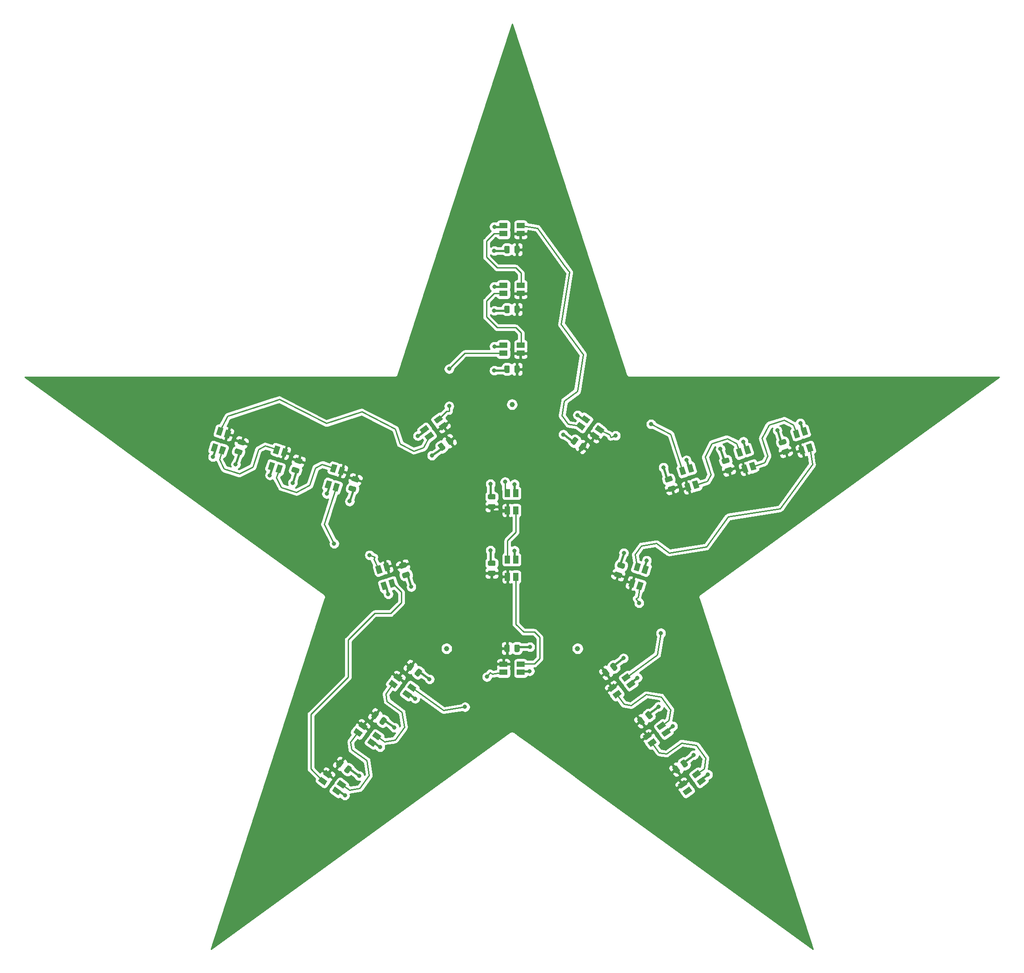
<source format=gbr>
%TF.GenerationSoftware,KiCad,Pcbnew,5.1.12-84ad8e8a86~92~ubuntu20.04.1*%
%TF.CreationDate,2021-11-29T16:52:28+01:00*%
%TF.ProjectId,RGBchristmasStar,52474263-6872-4697-9374-6d6173537461,rev?*%
%TF.SameCoordinates,Original*%
%TF.FileFunction,Copper,L1,Top*%
%TF.FilePolarity,Positive*%
%FSLAX46Y46*%
G04 Gerber Fmt 4.6, Leading zero omitted, Abs format (unit mm)*
G04 Created by KiCad (PCBNEW 5.1.12-84ad8e8a86~92~ubuntu20.04.1) date 2021-11-29 16:52:28*
%MOMM*%
%LPD*%
G01*
G04 APERTURE LIST*
%TA.AperFunction,SMDPad,CuDef*%
%ADD10C,1.000000*%
%TD*%
%TA.AperFunction,SMDPad,CuDef*%
%ADD11R,1.000000X1.500000*%
%TD*%
%TA.AperFunction,SMDPad,CuDef*%
%ADD12R,1.500000X1.000000*%
%TD*%
%TA.AperFunction,SMDPad,CuDef*%
%ADD13C,0.100000*%
%TD*%
%TA.AperFunction,ViaPad*%
%ADD14C,0.800000*%
%TD*%
%TA.AperFunction,Conductor*%
%ADD15C,0.400000*%
%TD*%
%TA.AperFunction,Conductor*%
%ADD16C,0.250000*%
%TD*%
%TA.AperFunction,Conductor*%
%ADD17C,0.254000*%
%TD*%
%TA.AperFunction,Conductor*%
%ADD18C,0.100000*%
%TD*%
G04 APERTURE END LIST*
D10*
%TO.P,REF\u002A\u002A,*%
%TO.N,*%
X95500000Y-134650635D03*
%TD*%
%TO.P,REF\u002A\u002A,*%
%TO.N,*%
X120500000Y-134650635D03*
%TD*%
%TO.P,REF\u002A\u002A,*%
%TO.N,*%
X108000000Y-88000000D03*
%TD*%
%TO.P,C22,2*%
%TO.N,GND*%
%TA.AperFunction,SMDPad,CuDef*%
G36*
G01*
X140742208Y-157300197D02*
X140183812Y-156531631D01*
G75*
G02*
X140239120Y-156182431I202254J146946D01*
G01*
X140643628Y-155888539D01*
G75*
G02*
X140992828Y-155943847I146946J-202254D01*
G01*
X141551224Y-156712413D01*
G75*
G02*
X141495916Y-157061613I-202254J-146946D01*
G01*
X141091408Y-157355505D01*
G75*
G02*
X140742208Y-157300197I-146946J202254D01*
G01*
G37*
%TD.AperFunction*%
%TO.P,C22,1*%
%TO.N,+5V*%
%TA.AperFunction,SMDPad,CuDef*%
G36*
G01*
X139205076Y-158416989D02*
X138646680Y-157648423D01*
G75*
G02*
X138701988Y-157299223I202254J146946D01*
G01*
X139106496Y-157005331D01*
G75*
G02*
X139455696Y-157060639I146946J-202254D01*
G01*
X140014092Y-157829205D01*
G75*
G02*
X139958784Y-158178405I-202254J-146946D01*
G01*
X139554276Y-158472297D01*
G75*
G02*
X139205076Y-158416989I-146946J202254D01*
G01*
G37*
%TD.AperFunction*%
%TD*%
%TO.P,C21,2*%
%TO.N,GND*%
%TA.AperFunction,SMDPad,CuDef*%
G36*
G01*
X134023823Y-148053132D02*
X133465427Y-147284566D01*
G75*
G02*
X133520735Y-146935366I202254J146946D01*
G01*
X133925243Y-146641474D01*
G75*
G02*
X134274443Y-146696782I146946J-202254D01*
G01*
X134832839Y-147465348D01*
G75*
G02*
X134777531Y-147814548I-202254J-146946D01*
G01*
X134373023Y-148108440D01*
G75*
G02*
X134023823Y-148053132I-146946J202254D01*
G01*
G37*
%TD.AperFunction*%
%TO.P,C21,1*%
%TO.N,+5V*%
%TA.AperFunction,SMDPad,CuDef*%
G36*
G01*
X132486691Y-149169924D02*
X131928295Y-148401358D01*
G75*
G02*
X131983603Y-148052158I202254J146946D01*
G01*
X132388111Y-147758266D01*
G75*
G02*
X132737311Y-147813574I146946J-202254D01*
G01*
X133295707Y-148582140D01*
G75*
G02*
X133240399Y-148931340I-202254J-146946D01*
G01*
X132835891Y-149225232D01*
G75*
G02*
X132486691Y-149169924I-146946J202254D01*
G01*
G37*
%TD.AperFunction*%
%TD*%
%TO.P,C20,2*%
%TO.N,GND*%
%TA.AperFunction,SMDPad,CuDef*%
G36*
G01*
X127305437Y-138806068D02*
X126747041Y-138037502D01*
G75*
G02*
X126802349Y-137688302I202254J146946D01*
G01*
X127206857Y-137394410D01*
G75*
G02*
X127556057Y-137449718I146946J-202254D01*
G01*
X128114453Y-138218284D01*
G75*
G02*
X128059145Y-138567484I-202254J-146946D01*
G01*
X127654637Y-138861376D01*
G75*
G02*
X127305437Y-138806068I-146946J202254D01*
G01*
G37*
%TD.AperFunction*%
%TO.P,C20,1*%
%TO.N,+5V*%
%TA.AperFunction,SMDPad,CuDef*%
G36*
G01*
X125768305Y-139922860D02*
X125209909Y-139154294D01*
G75*
G02*
X125265217Y-138805094I202254J146946D01*
G01*
X125669725Y-138511202D01*
G75*
G02*
X126018925Y-138566510I146946J-202254D01*
G01*
X126577321Y-139335076D01*
G75*
G02*
X126522013Y-139684276I-202254J-146946D01*
G01*
X126117505Y-139978168D01*
G75*
G02*
X125768305Y-139922860I-146946J202254D01*
G01*
G37*
%TD.AperFunction*%
%TD*%
%TO.P,C19,2*%
%TO.N,GND*%
%TA.AperFunction,SMDPad,CuDef*%
G36*
G01*
X129124120Y-119390483D02*
X128220616Y-119096917D01*
G75*
G02*
X128060106Y-118781899I77254J237764D01*
G01*
X128214614Y-118306371D01*
G75*
G02*
X128529632Y-118145861I237764J-77254D01*
G01*
X129433136Y-118439427D01*
G75*
G02*
X129593646Y-118754445I-77254J-237764D01*
G01*
X129439138Y-119229973D01*
G75*
G02*
X129124120Y-119390483I-237764J77254D01*
G01*
G37*
%TD.AperFunction*%
%TO.P,C19,1*%
%TO.N,+5V*%
%TA.AperFunction,SMDPad,CuDef*%
G36*
G01*
X128536988Y-121197491D02*
X127633484Y-120903925D01*
G75*
G02*
X127472974Y-120588907I77254J237764D01*
G01*
X127627482Y-120113379D01*
G75*
G02*
X127942500Y-119952869I237764J-77254D01*
G01*
X128846004Y-120246435D01*
G75*
G02*
X129006514Y-120561453I-77254J-237764D01*
G01*
X128852006Y-121036981D01*
G75*
G02*
X128536988Y-121197491I-237764J77254D01*
G01*
G37*
%TD.AperFunction*%
%TD*%
%TO.P,C18,2*%
%TO.N,GND*%
%TA.AperFunction,SMDPad,CuDef*%
G36*
G01*
X160249890Y-95549823D02*
X159346386Y-95843389D01*
G75*
G02*
X159031368Y-95682879I-77254J237764D01*
G01*
X158876860Y-95207351D01*
G75*
G02*
X159037370Y-94892333I237764J77254D01*
G01*
X159940874Y-94598767D01*
G75*
G02*
X160255892Y-94759277I77254J-237764D01*
G01*
X160410400Y-95234805D01*
G75*
G02*
X160249890Y-95549823I-237764J-77254D01*
G01*
G37*
%TD.AperFunction*%
%TO.P,C18,1*%
%TO.N,+5V*%
%TA.AperFunction,SMDPad,CuDef*%
G36*
G01*
X160837022Y-97356831D02*
X159933518Y-97650397D01*
G75*
G02*
X159618500Y-97489887I-77254J237764D01*
G01*
X159463992Y-97014359D01*
G75*
G02*
X159624502Y-96699341I237764J77254D01*
G01*
X160528006Y-96405775D01*
G75*
G02*
X160843024Y-96566285I77254J-237764D01*
G01*
X160997532Y-97041813D01*
G75*
G02*
X160837022Y-97356831I-237764J-77254D01*
G01*
G37*
%TD.AperFunction*%
%TD*%
%TO.P,C17,2*%
%TO.N,GND*%
%TA.AperFunction,SMDPad,CuDef*%
G36*
G01*
X149379314Y-99081888D02*
X148475810Y-99375454D01*
G75*
G02*
X148160792Y-99214944I-77254J237764D01*
G01*
X148006284Y-98739416D01*
G75*
G02*
X148166794Y-98424398I237764J77254D01*
G01*
X149070298Y-98130832D01*
G75*
G02*
X149385316Y-98291342I77254J-237764D01*
G01*
X149539824Y-98766870D01*
G75*
G02*
X149379314Y-99081888I-237764J-77254D01*
G01*
G37*
%TD.AperFunction*%
%TO.P,C17,1*%
%TO.N,+5V*%
%TA.AperFunction,SMDPad,CuDef*%
G36*
G01*
X149966446Y-100888896D02*
X149062942Y-101182462D01*
G75*
G02*
X148747924Y-101021952I-77254J237764D01*
G01*
X148593416Y-100546424D01*
G75*
G02*
X148753926Y-100231406I237764J77254D01*
G01*
X149657430Y-99937840D01*
G75*
G02*
X149972448Y-100098350I77254J-237764D01*
G01*
X150126956Y-100573878D01*
G75*
G02*
X149966446Y-100888896I-237764J-77254D01*
G01*
G37*
%TD.AperFunction*%
%TD*%
%TO.P,C16,2*%
%TO.N,GND*%
%TA.AperFunction,SMDPad,CuDef*%
G36*
G01*
X138508738Y-102613952D02*
X137605234Y-102907518D01*
G75*
G02*
X137290216Y-102747008I-77254J237764D01*
G01*
X137135708Y-102271480D01*
G75*
G02*
X137296218Y-101956462I237764J77254D01*
G01*
X138199722Y-101662896D01*
G75*
G02*
X138514740Y-101823406I77254J-237764D01*
G01*
X138669248Y-102298934D01*
G75*
G02*
X138508738Y-102613952I-237764J-77254D01*
G01*
G37*
%TD.AperFunction*%
%TO.P,C16,1*%
%TO.N,+5V*%
%TA.AperFunction,SMDPad,CuDef*%
G36*
G01*
X139095870Y-104420960D02*
X138192366Y-104714526D01*
G75*
G02*
X137877348Y-104554016I-77254J237764D01*
G01*
X137722840Y-104078488D01*
G75*
G02*
X137883350Y-103763470I237764J77254D01*
G01*
X138786854Y-103469904D01*
G75*
G02*
X139101872Y-103630414I77254J-237764D01*
G01*
X139256380Y-104105942D01*
G75*
G02*
X139095870Y-104420960I-237764J-77254D01*
G01*
G37*
%TD.AperFunction*%
%TD*%
%TO.P,C15,2*%
%TO.N,GND*%
%TA.AperFunction,SMDPad,CuDef*%
G36*
G01*
X120605423Y-94884537D02*
X120047027Y-95653103D01*
G75*
G02*
X119697827Y-95708411I-202254J146946D01*
G01*
X119293319Y-95414519D01*
G75*
G02*
X119238011Y-95065319I146946J202254D01*
G01*
X119796407Y-94296753D01*
G75*
G02*
X120145607Y-94241445I202254J-146946D01*
G01*
X120550115Y-94535337D01*
G75*
G02*
X120605423Y-94884537I-146946J-202254D01*
G01*
G37*
%TD.AperFunction*%
%TO.P,C15,1*%
%TO.N,+5V*%
%TA.AperFunction,SMDPad,CuDef*%
G36*
G01*
X122142555Y-96001329D02*
X121584159Y-96769895D01*
G75*
G02*
X121234959Y-96825203I-202254J146946D01*
G01*
X120830451Y-96531311D01*
G75*
G02*
X120775143Y-96182111I146946J202254D01*
G01*
X121333539Y-95413545D01*
G75*
G02*
X121682739Y-95358237I202254J-146946D01*
G01*
X122087247Y-95652129D01*
G75*
G02*
X122142555Y-96001329I-146946J-202254D01*
G01*
G37*
%TD.AperFunction*%
%TD*%
%TO.P,C14,2*%
%TO.N,GND*%
%TA.AperFunction,SMDPad,CuDef*%
G36*
G01*
X107550000Y-57915000D02*
X107550000Y-58865000D01*
G75*
G02*
X107300000Y-59115000I-250000J0D01*
G01*
X106800000Y-59115000D01*
G75*
G02*
X106550000Y-58865000I0J250000D01*
G01*
X106550000Y-57915000D01*
G75*
G02*
X106800000Y-57665000I250000J0D01*
G01*
X107300000Y-57665000D01*
G75*
G02*
X107550000Y-57915000I0J-250000D01*
G01*
G37*
%TD.AperFunction*%
%TO.P,C14,1*%
%TO.N,+5V*%
%TA.AperFunction,SMDPad,CuDef*%
G36*
G01*
X109450000Y-57915000D02*
X109450000Y-58865000D01*
G75*
G02*
X109200000Y-59115000I-250000J0D01*
G01*
X108700000Y-59115000D01*
G75*
G02*
X108450000Y-58865000I0J250000D01*
G01*
X108450000Y-57915000D01*
G75*
G02*
X108700000Y-57665000I250000J0D01*
G01*
X109200000Y-57665000D01*
G75*
G02*
X109450000Y-57915000I0J-250000D01*
G01*
G37*
%TD.AperFunction*%
%TD*%
%TO.P,C13,2*%
%TO.N,GND*%
%TA.AperFunction,SMDPad,CuDef*%
G36*
G01*
X107550000Y-69345000D02*
X107550000Y-70295000D01*
G75*
G02*
X107300000Y-70545000I-250000J0D01*
G01*
X106800000Y-70545000D01*
G75*
G02*
X106550000Y-70295000I0J250000D01*
G01*
X106550000Y-69345000D01*
G75*
G02*
X106800000Y-69095000I250000J0D01*
G01*
X107300000Y-69095000D01*
G75*
G02*
X107550000Y-69345000I0J-250000D01*
G01*
G37*
%TD.AperFunction*%
%TO.P,C13,1*%
%TO.N,+5V*%
%TA.AperFunction,SMDPad,CuDef*%
G36*
G01*
X109450000Y-69345000D02*
X109450000Y-70295000D01*
G75*
G02*
X109200000Y-70545000I-250000J0D01*
G01*
X108700000Y-70545000D01*
G75*
G02*
X108450000Y-70295000I0J250000D01*
G01*
X108450000Y-69345000D01*
G75*
G02*
X108700000Y-69095000I250000J0D01*
G01*
X109200000Y-69095000D01*
G75*
G02*
X109450000Y-69345000I0J-250000D01*
G01*
G37*
%TD.AperFunction*%
%TD*%
%TO.P,C12,2*%
%TO.N,GND*%
%TA.AperFunction,SMDPad,CuDef*%
G36*
G01*
X107550000Y-80775000D02*
X107550000Y-81725000D01*
G75*
G02*
X107300000Y-81975000I-250000J0D01*
G01*
X106800000Y-81975000D01*
G75*
G02*
X106550000Y-81725000I0J250000D01*
G01*
X106550000Y-80775000D01*
G75*
G02*
X106800000Y-80525000I250000J0D01*
G01*
X107300000Y-80525000D01*
G75*
G02*
X107550000Y-80775000I0J-250000D01*
G01*
G37*
%TD.AperFunction*%
%TO.P,C12,1*%
%TO.N,+5V*%
%TA.AperFunction,SMDPad,CuDef*%
G36*
G01*
X109450000Y-80775000D02*
X109450000Y-81725000D01*
G75*
G02*
X109200000Y-81975000I-250000J0D01*
G01*
X108700000Y-81975000D01*
G75*
G02*
X108450000Y-81725000I0J250000D01*
G01*
X108450000Y-80775000D01*
G75*
G02*
X108700000Y-80525000I250000J0D01*
G01*
X109200000Y-80525000D01*
G75*
G02*
X109450000Y-80775000I0J-250000D01*
G01*
G37*
%TD.AperFunction*%
%TD*%
%TO.P,C11,2*%
%TO.N,GND*%
%TA.AperFunction,SMDPad,CuDef*%
G36*
G01*
X94666461Y-95413545D02*
X95224857Y-96182111D01*
G75*
G02*
X95169549Y-96531311I-202254J-146946D01*
G01*
X94765041Y-96825203D01*
G75*
G02*
X94415841Y-96769895I-146946J202254D01*
G01*
X93857445Y-96001329D01*
G75*
G02*
X93912753Y-95652129I202254J146946D01*
G01*
X94317261Y-95358237D01*
G75*
G02*
X94666461Y-95413545I146946J-202254D01*
G01*
G37*
%TD.AperFunction*%
%TO.P,C11,1*%
%TO.N,+5V*%
%TA.AperFunction,SMDPad,CuDef*%
G36*
G01*
X96203593Y-94296753D02*
X96761989Y-95065319D01*
G75*
G02*
X96706681Y-95414519I-202254J-146946D01*
G01*
X96302173Y-95708411D01*
G75*
G02*
X95952973Y-95653103I-146946J202254D01*
G01*
X95394577Y-94884537D01*
G75*
G02*
X95449885Y-94535337I202254J146946D01*
G01*
X95854393Y-94241445D01*
G75*
G02*
X96203593Y-94296753I146946J-202254D01*
G01*
G37*
%TD.AperFunction*%
%TD*%
%TO.P,C10,2*%
%TO.N,GND*%
%TA.AperFunction,SMDPad,CuDef*%
G36*
G01*
X55471994Y-96405775D02*
X56375498Y-96699341D01*
G75*
G02*
X56536008Y-97014359I-77254J-237764D01*
G01*
X56381500Y-97489887D01*
G75*
G02*
X56066482Y-97650397I-237764J77254D01*
G01*
X55162978Y-97356831D01*
G75*
G02*
X55002468Y-97041813I77254J237764D01*
G01*
X55156976Y-96566285D01*
G75*
G02*
X55471994Y-96405775I237764J-77254D01*
G01*
G37*
%TD.AperFunction*%
%TO.P,C10,1*%
%TO.N,+5V*%
%TA.AperFunction,SMDPad,CuDef*%
G36*
G01*
X56059126Y-94598767D02*
X56962630Y-94892333D01*
G75*
G02*
X57123140Y-95207351I-77254J-237764D01*
G01*
X56968632Y-95682879D01*
G75*
G02*
X56653614Y-95843389I-237764J77254D01*
G01*
X55750110Y-95549823D01*
G75*
G02*
X55589600Y-95234805I77254J237764D01*
G01*
X55744108Y-94759277D01*
G75*
G02*
X56059126Y-94598767I237764J-77254D01*
G01*
G37*
%TD.AperFunction*%
%TD*%
%TO.P,C9,2*%
%TO.N,GND*%
%TA.AperFunction,SMDPad,CuDef*%
G36*
G01*
X66342570Y-99937840D02*
X67246074Y-100231406D01*
G75*
G02*
X67406584Y-100546424I-77254J-237764D01*
G01*
X67252076Y-101021952D01*
G75*
G02*
X66937058Y-101182462I-237764J77254D01*
G01*
X66033554Y-100888896D01*
G75*
G02*
X65873044Y-100573878I77254J237764D01*
G01*
X66027552Y-100098350D01*
G75*
G02*
X66342570Y-99937840I237764J-77254D01*
G01*
G37*
%TD.AperFunction*%
%TO.P,C9,1*%
%TO.N,+5V*%
%TA.AperFunction,SMDPad,CuDef*%
G36*
G01*
X66929702Y-98130832D02*
X67833206Y-98424398D01*
G75*
G02*
X67993716Y-98739416I-77254J-237764D01*
G01*
X67839208Y-99214944D01*
G75*
G02*
X67524190Y-99375454I-237764J77254D01*
G01*
X66620686Y-99081888D01*
G75*
G02*
X66460176Y-98766870I77254J237764D01*
G01*
X66614684Y-98291342D01*
G75*
G02*
X66929702Y-98130832I237764J-77254D01*
G01*
G37*
%TD.AperFunction*%
%TD*%
%TO.P,C8,2*%
%TO.N,GND*%
%TA.AperFunction,SMDPad,CuDef*%
G36*
G01*
X77213146Y-103469904D02*
X78116650Y-103763470D01*
G75*
G02*
X78277160Y-104078488I-77254J-237764D01*
G01*
X78122652Y-104554016D01*
G75*
G02*
X77807634Y-104714526I-237764J77254D01*
G01*
X76904130Y-104420960D01*
G75*
G02*
X76743620Y-104105942I77254J237764D01*
G01*
X76898128Y-103630414D01*
G75*
G02*
X77213146Y-103469904I237764J-77254D01*
G01*
G37*
%TD.AperFunction*%
%TO.P,C8,1*%
%TO.N,+5V*%
%TA.AperFunction,SMDPad,CuDef*%
G36*
G01*
X77800278Y-101662896D02*
X78703782Y-101956462D01*
G75*
G02*
X78864292Y-102271480I-77254J-237764D01*
G01*
X78709784Y-102747008D01*
G75*
G02*
X78394766Y-102907518I-237764J77254D01*
G01*
X77491262Y-102613952D01*
G75*
G02*
X77330752Y-102298934I77254J237764D01*
G01*
X77485260Y-101823406D01*
G75*
G02*
X77800278Y-101662896I237764J-77254D01*
G01*
G37*
%TD.AperFunction*%
%TD*%
%TO.P,C7,2*%
%TO.N,GND*%
%TA.AperFunction,SMDPad,CuDef*%
G36*
G01*
X87153996Y-120246435D02*
X88057500Y-119952869D01*
G75*
G02*
X88372518Y-120113379I77254J-237764D01*
G01*
X88527026Y-120588907D01*
G75*
G02*
X88366516Y-120903925I-237764J-77254D01*
G01*
X87463012Y-121197491D01*
G75*
G02*
X87147994Y-121036981I-77254J237764D01*
G01*
X86993486Y-120561453D01*
G75*
G02*
X87153996Y-120246435I237764J77254D01*
G01*
G37*
%TD.AperFunction*%
%TO.P,C7,1*%
%TO.N,+5V*%
%TA.AperFunction,SMDPad,CuDef*%
G36*
G01*
X86566864Y-118439427D02*
X87470368Y-118145861D01*
G75*
G02*
X87785386Y-118306371I77254J-237764D01*
G01*
X87939894Y-118781899D01*
G75*
G02*
X87779384Y-119096917I-237764J-77254D01*
G01*
X86875880Y-119390483D01*
G75*
G02*
X86560862Y-119229973I-77254J237764D01*
G01*
X86406354Y-118754445D01*
G75*
G02*
X86566864Y-118439427I237764J77254D01*
G01*
G37*
%TD.AperFunction*%
%TD*%
%TO.P,C6,2*%
%TO.N,GND*%
%TA.AperFunction,SMDPad,CuDef*%
G36*
G01*
X75985908Y-157829205D02*
X76544304Y-157060639D01*
G75*
G02*
X76893504Y-157005331I202254J-146946D01*
G01*
X77298012Y-157299223D01*
G75*
G02*
X77353320Y-157648423I-146946J-202254D01*
G01*
X76794924Y-158416989D01*
G75*
G02*
X76445724Y-158472297I-202254J146946D01*
G01*
X76041216Y-158178405D01*
G75*
G02*
X75985908Y-157829205I146946J202254D01*
G01*
G37*
%TD.AperFunction*%
%TO.P,C6,1*%
%TO.N,+5V*%
%TA.AperFunction,SMDPad,CuDef*%
G36*
G01*
X74448776Y-156712413D02*
X75007172Y-155943847D01*
G75*
G02*
X75356372Y-155888539I202254J-146946D01*
G01*
X75760880Y-156182431D01*
G75*
G02*
X75816188Y-156531631I-146946J-202254D01*
G01*
X75257792Y-157300197D01*
G75*
G02*
X74908592Y-157355505I-202254J146946D01*
G01*
X74504084Y-157061613D01*
G75*
G02*
X74448776Y-156712413I146946J202254D01*
G01*
G37*
%TD.AperFunction*%
%TD*%
%TO.P,C5,2*%
%TO.N,GND*%
%TA.AperFunction,SMDPad,CuDef*%
G36*
G01*
X82704293Y-148582140D02*
X83262689Y-147813574D01*
G75*
G02*
X83611889Y-147758266I202254J-146946D01*
G01*
X84016397Y-148052158D01*
G75*
G02*
X84071705Y-148401358I-146946J-202254D01*
G01*
X83513309Y-149169924D01*
G75*
G02*
X83164109Y-149225232I-202254J146946D01*
G01*
X82759601Y-148931340D01*
G75*
G02*
X82704293Y-148582140I146946J202254D01*
G01*
G37*
%TD.AperFunction*%
%TO.P,C5,1*%
%TO.N,+5V*%
%TA.AperFunction,SMDPad,CuDef*%
G36*
G01*
X81167161Y-147465348D02*
X81725557Y-146696782D01*
G75*
G02*
X82074757Y-146641474I202254J-146946D01*
G01*
X82479265Y-146935366D01*
G75*
G02*
X82534573Y-147284566I-146946J-202254D01*
G01*
X81976177Y-148053132D01*
G75*
G02*
X81626977Y-148108440I-202254J146946D01*
G01*
X81222469Y-147814548D01*
G75*
G02*
X81167161Y-147465348I146946J202254D01*
G01*
G37*
%TD.AperFunction*%
%TD*%
%TO.P,C4,2*%
%TO.N,GND*%
%TA.AperFunction,SMDPad,CuDef*%
G36*
G01*
X89422679Y-139335076D02*
X89981075Y-138566510D01*
G75*
G02*
X90330275Y-138511202I202254J-146946D01*
G01*
X90734783Y-138805094D01*
G75*
G02*
X90790091Y-139154294I-146946J-202254D01*
G01*
X90231695Y-139922860D01*
G75*
G02*
X89882495Y-139978168I-202254J146946D01*
G01*
X89477987Y-139684276D01*
G75*
G02*
X89422679Y-139335076I146946J202254D01*
G01*
G37*
%TD.AperFunction*%
%TO.P,C4,1*%
%TO.N,+5V*%
%TA.AperFunction,SMDPad,CuDef*%
G36*
G01*
X87885547Y-138218284D02*
X88443943Y-137449718D01*
G75*
G02*
X88793143Y-137394410I202254J-146946D01*
G01*
X89197651Y-137688302D01*
G75*
G02*
X89252959Y-138037502I-146946J-202254D01*
G01*
X88694563Y-138806068D01*
G75*
G02*
X88345363Y-138861376I-202254J146946D01*
G01*
X87940855Y-138567484D01*
G75*
G02*
X87885547Y-138218284I146946J202254D01*
G01*
G37*
%TD.AperFunction*%
%TD*%
%TO.P,C3,2*%
%TO.N,GND*%
%TA.AperFunction,SMDPad,CuDef*%
G36*
G01*
X108450000Y-135065000D02*
X108450000Y-134115000D01*
G75*
G02*
X108700000Y-133865000I250000J0D01*
G01*
X109200000Y-133865000D01*
G75*
G02*
X109450000Y-134115000I0J-250000D01*
G01*
X109450000Y-135065000D01*
G75*
G02*
X109200000Y-135315000I-250000J0D01*
G01*
X108700000Y-135315000D01*
G75*
G02*
X108450000Y-135065000I0J250000D01*
G01*
G37*
%TD.AperFunction*%
%TO.P,C3,1*%
%TO.N,+5V*%
%TA.AperFunction,SMDPad,CuDef*%
G36*
G01*
X106550000Y-135065000D02*
X106550000Y-134115000D01*
G75*
G02*
X106800000Y-133865000I250000J0D01*
G01*
X107300000Y-133865000D01*
G75*
G02*
X107550000Y-134115000I0J-250000D01*
G01*
X107550000Y-135065000D01*
G75*
G02*
X107300000Y-135315000I-250000J0D01*
G01*
X106800000Y-135315000D01*
G75*
G02*
X106550000Y-135065000I0J250000D01*
G01*
G37*
%TD.AperFunction*%
%TD*%
%TO.P,C2,2*%
%TO.N,GND*%
%TA.AperFunction,SMDPad,CuDef*%
G36*
G01*
X104595000Y-118840000D02*
X103645000Y-118840000D01*
G75*
G02*
X103395000Y-118590000I0J250000D01*
G01*
X103395000Y-118090000D01*
G75*
G02*
X103645000Y-117840000I250000J0D01*
G01*
X104595000Y-117840000D01*
G75*
G02*
X104845000Y-118090000I0J-250000D01*
G01*
X104845000Y-118590000D01*
G75*
G02*
X104595000Y-118840000I-250000J0D01*
G01*
G37*
%TD.AperFunction*%
%TO.P,C2,1*%
%TO.N,+5V*%
%TA.AperFunction,SMDPad,CuDef*%
G36*
G01*
X104595000Y-120740000D02*
X103645000Y-120740000D01*
G75*
G02*
X103395000Y-120490000I0J250000D01*
G01*
X103395000Y-119990000D01*
G75*
G02*
X103645000Y-119740000I250000J0D01*
G01*
X104595000Y-119740000D01*
G75*
G02*
X104845000Y-119990000I0J-250000D01*
G01*
X104845000Y-120490000D01*
G75*
G02*
X104595000Y-120740000I-250000J0D01*
G01*
G37*
%TD.AperFunction*%
%TD*%
%TO.P,C1,2*%
%TO.N,GND*%
%TA.AperFunction,SMDPad,CuDef*%
G36*
G01*
X104595000Y-106140000D02*
X103645000Y-106140000D01*
G75*
G02*
X103395000Y-105890000I0J250000D01*
G01*
X103395000Y-105390000D01*
G75*
G02*
X103645000Y-105140000I250000J0D01*
G01*
X104595000Y-105140000D01*
G75*
G02*
X104845000Y-105390000I0J-250000D01*
G01*
X104845000Y-105890000D01*
G75*
G02*
X104595000Y-106140000I-250000J0D01*
G01*
G37*
%TD.AperFunction*%
%TO.P,C1,1*%
%TO.N,+5V*%
%TA.AperFunction,SMDPad,CuDef*%
G36*
G01*
X104595000Y-108040000D02*
X103645000Y-108040000D01*
G75*
G02*
X103395000Y-107790000I0J250000D01*
G01*
X103395000Y-107290000D01*
G75*
G02*
X103645000Y-107040000I250000J0D01*
G01*
X104595000Y-107040000D01*
G75*
G02*
X104845000Y-107290000I0J-250000D01*
G01*
X104845000Y-107790000D01*
G75*
G02*
X104595000Y-108040000I-250000J0D01*
G01*
G37*
%TD.AperFunction*%
%TD*%
D11*
%TO.P,D1,1*%
%TO.N,+5V*%
X107140000Y-108230000D03*
%TO.P,D1,2*%
%TO.N,Net-(D1-Pad2)*%
X108720000Y-108230000D03*
%TO.P,D1,4*%
%TO.N,Din*%
X107140000Y-104950000D03*
%TO.P,D1,3*%
%TO.N,GND*%
X108720000Y-104950000D03*
%TD*%
%TO.P,D2,1*%
%TO.N,+5V*%
X107140000Y-120930000D03*
%TO.P,D2,2*%
%TO.N,Net-(D2-Pad2)*%
X108720000Y-120930000D03*
%TO.P,D2,4*%
%TO.N,Net-(D1-Pad2)*%
X107140000Y-117650000D03*
%TO.P,D2,3*%
%TO.N,GND*%
X108720000Y-117650000D03*
%TD*%
D12*
%TO.P,D3,1*%
%TO.N,+5V*%
X106360000Y-137610000D03*
%TO.P,D3,2*%
%TO.N,Net-(D3-Pad2)*%
X106360000Y-139190000D03*
%TO.P,D3,4*%
%TO.N,Net-(D2-Pad2)*%
X109640000Y-137610000D03*
%TO.P,D3,3*%
%TO.N,GND*%
X109640000Y-139190000D03*
%TD*%
%TA.AperFunction,SMDPad,CuDef*%
D13*
%TO.P,D4,1*%
%TO.N,+5V*%
G36*
X85335264Y-140129223D02*
G01*
X85923049Y-139320206D01*
X87136574Y-140201883D01*
X86548789Y-141010900D01*
X85335264Y-140129223D01*
G37*
%TD.AperFunction*%
%TA.AperFunction,SMDPad,CuDef*%
%TO.P,D4,2*%
%TO.N,Net-(D4-Pad2)*%
G36*
X84406564Y-141407470D02*
G01*
X84994349Y-140598453D01*
X86207874Y-141480130D01*
X85620089Y-142289147D01*
X84406564Y-141407470D01*
G37*
%TD.AperFunction*%
%TA.AperFunction,SMDPad,CuDef*%
%TO.P,D4,4*%
%TO.N,Net-(D3-Pad2)*%
G36*
X87988840Y-142057158D02*
G01*
X88576625Y-141248141D01*
X89790150Y-142129818D01*
X89202365Y-142938835D01*
X87988840Y-142057158D01*
G37*
%TD.AperFunction*%
%TA.AperFunction,SMDPad,CuDef*%
%TO.P,D4,3*%
%TO.N,GND*%
G36*
X87060140Y-143335405D02*
G01*
X87647925Y-142526388D01*
X88861450Y-143408065D01*
X88273665Y-144217082D01*
X87060140Y-143335405D01*
G37*
%TD.AperFunction*%
%TD*%
%TA.AperFunction,SMDPad,CuDef*%
%TO.P,D5,1*%
%TO.N,+5V*%
G36*
X78616878Y-149376287D02*
G01*
X79204663Y-148567270D01*
X80418188Y-149448947D01*
X79830403Y-150257964D01*
X78616878Y-149376287D01*
G37*
%TD.AperFunction*%
%TA.AperFunction,SMDPad,CuDef*%
%TO.P,D5,2*%
%TO.N,Net-(D5-Pad2)*%
G36*
X77688178Y-150654534D02*
G01*
X78275963Y-149845517D01*
X79489488Y-150727194D01*
X78901703Y-151536211D01*
X77688178Y-150654534D01*
G37*
%TD.AperFunction*%
%TA.AperFunction,SMDPad,CuDef*%
%TO.P,D5,4*%
%TO.N,Net-(D4-Pad2)*%
G36*
X81270454Y-151304222D02*
G01*
X81858239Y-150495205D01*
X83071764Y-151376882D01*
X82483979Y-152185899D01*
X81270454Y-151304222D01*
G37*
%TD.AperFunction*%
%TA.AperFunction,SMDPad,CuDef*%
%TO.P,D5,3*%
%TO.N,GND*%
G36*
X80341754Y-152582469D02*
G01*
X80929539Y-151773452D01*
X82143064Y-152655129D01*
X81555279Y-153464146D01*
X80341754Y-152582469D01*
G37*
%TD.AperFunction*%
%TD*%
%TA.AperFunction,SMDPad,CuDef*%
%TO.P,D6,1*%
%TO.N,+5V*%
G36*
X71898493Y-158623351D02*
G01*
X72486278Y-157814334D01*
X73699803Y-158696011D01*
X73112018Y-159505028D01*
X71898493Y-158623351D01*
G37*
%TD.AperFunction*%
%TA.AperFunction,SMDPad,CuDef*%
%TO.P,D6,2*%
%TO.N,Net-(D6-Pad2)*%
G36*
X70969793Y-159901598D02*
G01*
X71557578Y-159092581D01*
X72771103Y-159974258D01*
X72183318Y-160783275D01*
X70969793Y-159901598D01*
G37*
%TD.AperFunction*%
%TA.AperFunction,SMDPad,CuDef*%
%TO.P,D6,4*%
%TO.N,Net-(D5-Pad2)*%
G36*
X74552069Y-160551286D02*
G01*
X75139854Y-159742269D01*
X76353379Y-160623946D01*
X75765594Y-161432963D01*
X74552069Y-160551286D01*
G37*
%TD.AperFunction*%
%TA.AperFunction,SMDPad,CuDef*%
%TO.P,D6,3*%
%TO.N,GND*%
G36*
X73623369Y-161829533D02*
G01*
X74211154Y-161020516D01*
X75424679Y-161902193D01*
X74836894Y-162711210D01*
X73623369Y-161829533D01*
G37*
%TD.AperFunction*%
%TD*%
%TA.AperFunction,SMDPad,CuDef*%
%TO.P,D7,1*%
%TO.N,+5V*%
G36*
X83380421Y-118486391D02*
G01*
X84331478Y-118177374D01*
X84795003Y-119603959D01*
X83843946Y-119912976D01*
X83380421Y-118486391D01*
G37*
%TD.AperFunction*%
%TA.AperFunction,SMDPad,CuDef*%
%TO.P,D7,2*%
%TO.N,Net-(D7-Pad2)*%
G36*
X81877751Y-118974638D02*
G01*
X82828808Y-118665621D01*
X83292333Y-120092206D01*
X82341276Y-120401223D01*
X81877751Y-118974638D01*
G37*
%TD.AperFunction*%
%TA.AperFunction,SMDPad,CuDef*%
%TO.P,D7,4*%
%TO.N,Net-(D6-Pad2)*%
G36*
X84393997Y-121605856D02*
G01*
X85345054Y-121296839D01*
X85808579Y-122723424D01*
X84857522Y-123032441D01*
X84393997Y-121605856D01*
G37*
%TD.AperFunction*%
%TA.AperFunction,SMDPad,CuDef*%
%TO.P,D7,3*%
%TO.N,GND*%
G36*
X82891327Y-122094103D02*
G01*
X83842384Y-121785086D01*
X84305909Y-123211671D01*
X83354852Y-123520688D01*
X82891327Y-122094103D01*
G37*
%TD.AperFunction*%
%TD*%
%TA.AperFunction,SMDPad,CuDef*%
%TO.P,D8,1*%
%TO.N,+5V*%
G36*
X75194788Y-99827946D02*
G01*
X76145845Y-100136963D01*
X75682320Y-101563548D01*
X74731263Y-101254531D01*
X75194788Y-99827946D01*
G37*
%TD.AperFunction*%
%TA.AperFunction,SMDPad,CuDef*%
%TO.P,D8,2*%
%TO.N,Net-(D8-Pad2)*%
G36*
X73692118Y-99339699D02*
G01*
X74643175Y-99648716D01*
X74179650Y-101075301D01*
X73228593Y-100766284D01*
X73692118Y-99339699D01*
G37*
%TD.AperFunction*%
%TA.AperFunction,SMDPad,CuDef*%
%TO.P,D8,4*%
%TO.N,Net-(D7-Pad2)*%
G36*
X74181212Y-102947411D02*
G01*
X75132269Y-103256428D01*
X74668744Y-104683013D01*
X73717687Y-104373996D01*
X74181212Y-102947411D01*
G37*
%TD.AperFunction*%
%TA.AperFunction,SMDPad,CuDef*%
%TO.P,D8,3*%
%TO.N,GND*%
G36*
X72678542Y-102459164D02*
G01*
X73629599Y-102768181D01*
X73166074Y-104194766D01*
X72215017Y-103885749D01*
X72678542Y-102459164D01*
G37*
%TD.AperFunction*%
%TD*%
%TA.AperFunction,SMDPad,CuDef*%
%TO.P,D9,1*%
%TO.N,+5V*%
G36*
X64324212Y-96295882D02*
G01*
X65275269Y-96604899D01*
X64811744Y-98031484D01*
X63860687Y-97722467D01*
X64324212Y-96295882D01*
G37*
%TD.AperFunction*%
%TA.AperFunction,SMDPad,CuDef*%
%TO.P,D9,2*%
%TO.N,Net-(D10-Pad4)*%
G36*
X62821542Y-95807635D02*
G01*
X63772599Y-96116652D01*
X63309074Y-97543237D01*
X62358017Y-97234220D01*
X62821542Y-95807635D01*
G37*
%TD.AperFunction*%
%TA.AperFunction,SMDPad,CuDef*%
%TO.P,D9,4*%
%TO.N,Net-(D8-Pad2)*%
G36*
X63310636Y-99415347D02*
G01*
X64261693Y-99724364D01*
X63798168Y-101150949D01*
X62847111Y-100841932D01*
X63310636Y-99415347D01*
G37*
%TD.AperFunction*%
%TA.AperFunction,SMDPad,CuDef*%
%TO.P,D9,3*%
%TO.N,GND*%
G36*
X61807966Y-98927100D02*
G01*
X62759023Y-99236117D01*
X62295498Y-100662702D01*
X61344441Y-100353685D01*
X61807966Y-98927100D01*
G37*
%TD.AperFunction*%
%TD*%
%TA.AperFunction,SMDPad,CuDef*%
%TO.P,D10,1*%
%TO.N,+5V*%
G36*
X53453636Y-92763818D02*
G01*
X54404693Y-93072835D01*
X53941168Y-94499420D01*
X52990111Y-94190403D01*
X53453636Y-92763818D01*
G37*
%TD.AperFunction*%
%TA.AperFunction,SMDPad,CuDef*%
%TO.P,D10,2*%
%TO.N,Net-(D10-Pad2)*%
G36*
X51950966Y-92275571D02*
G01*
X52902023Y-92584588D01*
X52438498Y-94011173D01*
X51487441Y-93702156D01*
X51950966Y-92275571D01*
G37*
%TD.AperFunction*%
%TA.AperFunction,SMDPad,CuDef*%
%TO.P,D10,4*%
%TO.N,Net-(D10-Pad4)*%
G36*
X52440060Y-95883283D02*
G01*
X53391117Y-96192300D01*
X52927592Y-97618885D01*
X51976535Y-97309868D01*
X52440060Y-95883283D01*
G37*
%TD.AperFunction*%
%TA.AperFunction,SMDPad,CuDef*%
%TO.P,D10,3*%
%TO.N,GND*%
G36*
X50937390Y-95395036D02*
G01*
X51888447Y-95704053D01*
X51424922Y-97130638D01*
X50473865Y-96821621D01*
X50937390Y-95395036D01*
G37*
%TD.AperFunction*%
%TD*%
%TA.AperFunction,SMDPad,CuDef*%
%TO.P,D11,1*%
%TO.N,+5V*%
G36*
X95174263Y-91280778D02*
G01*
X95762048Y-92089795D01*
X94548523Y-92971472D01*
X93960738Y-92162455D01*
X95174263Y-91280778D01*
G37*
%TD.AperFunction*%
%TA.AperFunction,SMDPad,CuDef*%
%TO.P,D11,2*%
%TO.N,Net-(D11-Pad2)*%
G36*
X94245563Y-90002531D02*
G01*
X94833348Y-90811548D01*
X93619823Y-91693225D01*
X93032038Y-90884208D01*
X94245563Y-90002531D01*
G37*
%TD.AperFunction*%
%TA.AperFunction,SMDPad,CuDef*%
%TO.P,D11,4*%
%TO.N,Net-(D10-Pad2)*%
G36*
X92520687Y-93208713D02*
G01*
X93108472Y-94017730D01*
X91894947Y-94899407D01*
X91307162Y-94090390D01*
X92520687Y-93208713D01*
G37*
%TD.AperFunction*%
%TA.AperFunction,SMDPad,CuDef*%
%TO.P,D11,3*%
%TO.N,GND*%
G36*
X91591987Y-91930466D02*
G01*
X92179772Y-92739483D01*
X90966247Y-93621160D01*
X90378462Y-92812143D01*
X91591987Y-91930466D01*
G37*
%TD.AperFunction*%
%TD*%
D12*
%TO.P,D12,1*%
%TO.N,+5V*%
X109640000Y-78230000D03*
%TO.P,D12,2*%
%TO.N,Net-(D12-Pad2)*%
X109640000Y-76650000D03*
%TO.P,D12,4*%
%TO.N,Net-(D11-Pad2)*%
X106360000Y-78230000D03*
%TO.P,D12,3*%
%TO.N,GND*%
X106360000Y-76650000D03*
%TD*%
%TO.P,D13,1*%
%TO.N,+5V*%
X109640000Y-66800000D03*
%TO.P,D13,2*%
%TO.N,Net-(D13-Pad2)*%
X109640000Y-65220000D03*
%TO.P,D13,4*%
%TO.N,Net-(D12-Pad2)*%
X106360000Y-66800000D03*
%TO.P,D13,3*%
%TO.N,GND*%
X106360000Y-65220000D03*
%TD*%
%TO.P,D14,1*%
%TO.N,+5V*%
X109640000Y-55370000D03*
%TO.P,D14,2*%
%TO.N,Net-(D14-Pad2)*%
X109640000Y-53790000D03*
%TO.P,D14,4*%
%TO.N,Net-(D13-Pad2)*%
X106360000Y-55370000D03*
%TO.P,D14,3*%
%TO.N,GND*%
X106360000Y-53790000D03*
%TD*%
%TA.AperFunction,SMDPad,CuDef*%
D13*
%TO.P,D15,1*%
%TO.N,+5V*%
G36*
X124692838Y-94090390D02*
G01*
X124105053Y-94899407D01*
X122891528Y-94017730D01*
X123479313Y-93208713D01*
X124692838Y-94090390D01*
G37*
%TD.AperFunction*%
%TA.AperFunction,SMDPad,CuDef*%
%TO.P,D15,2*%
%TO.N,Net-(D15-Pad2)*%
G36*
X125621538Y-92812143D02*
G01*
X125033753Y-93621160D01*
X123820228Y-92739483D01*
X124408013Y-91930466D01*
X125621538Y-92812143D01*
G37*
%TD.AperFunction*%
%TA.AperFunction,SMDPad,CuDef*%
%TO.P,D15,4*%
%TO.N,Net-(D14-Pad2)*%
G36*
X122039262Y-92162455D02*
G01*
X121451477Y-92971472D01*
X120237952Y-92089795D01*
X120825737Y-91280778D01*
X122039262Y-92162455D01*
G37*
%TD.AperFunction*%
%TA.AperFunction,SMDPad,CuDef*%
%TO.P,D15,3*%
%TO.N,GND*%
G36*
X122967962Y-90884208D02*
G01*
X122380177Y-91693225D01*
X121166652Y-90811548D01*
X121754437Y-90002531D01*
X122967962Y-90884208D01*
G37*
%TD.AperFunction*%
%TD*%
%TA.AperFunction,SMDPad,CuDef*%
%TO.P,D16,1*%
%TO.N,+5V*%
G36*
X142282313Y-104373996D02*
G01*
X141331256Y-104683013D01*
X140867731Y-103256428D01*
X141818788Y-102947411D01*
X142282313Y-104373996D01*
G37*
%TD.AperFunction*%
%TA.AperFunction,SMDPad,CuDef*%
%TO.P,D16,2*%
%TO.N,Net-(D16-Pad2)*%
G36*
X143784983Y-103885749D02*
G01*
X142833926Y-104194766D01*
X142370401Y-102768181D01*
X143321458Y-102459164D01*
X143784983Y-103885749D01*
G37*
%TD.AperFunction*%
%TA.AperFunction,SMDPad,CuDef*%
%TO.P,D16,4*%
%TO.N,Net-(D15-Pad2)*%
G36*
X141268737Y-101254531D02*
G01*
X140317680Y-101563548D01*
X139854155Y-100136963D01*
X140805212Y-99827946D01*
X141268737Y-101254531D01*
G37*
%TD.AperFunction*%
%TA.AperFunction,SMDPad,CuDef*%
%TO.P,D16,3*%
%TO.N,GND*%
G36*
X142771407Y-100766284D02*
G01*
X141820350Y-101075301D01*
X141356825Y-99648716D01*
X142307882Y-99339699D01*
X142771407Y-100766284D01*
G37*
%TD.AperFunction*%
%TD*%
%TA.AperFunction,SMDPad,CuDef*%
%TO.P,D17,1*%
%TO.N,+5V*%
G36*
X153152889Y-100841932D02*
G01*
X152201832Y-101150949D01*
X151738307Y-99724364D01*
X152689364Y-99415347D01*
X153152889Y-100841932D01*
G37*
%TD.AperFunction*%
%TA.AperFunction,SMDPad,CuDef*%
%TO.P,D17,2*%
%TO.N,Net-(D17-Pad2)*%
G36*
X154655559Y-100353685D02*
G01*
X153704502Y-100662702D01*
X153240977Y-99236117D01*
X154192034Y-98927100D01*
X154655559Y-100353685D01*
G37*
%TD.AperFunction*%
%TA.AperFunction,SMDPad,CuDef*%
%TO.P,D17,4*%
%TO.N,Net-(D16-Pad2)*%
G36*
X152139313Y-97722467D02*
G01*
X151188256Y-98031484D01*
X150724731Y-96604899D01*
X151675788Y-96295882D01*
X152139313Y-97722467D01*
G37*
%TD.AperFunction*%
%TA.AperFunction,SMDPad,CuDef*%
%TO.P,D17,3*%
%TO.N,GND*%
G36*
X153641983Y-97234220D02*
G01*
X152690926Y-97543237D01*
X152227401Y-96116652D01*
X153178458Y-95807635D01*
X153641983Y-97234220D01*
G37*
%TD.AperFunction*%
%TD*%
%TA.AperFunction,SMDPad,CuDef*%
%TO.P,D18,1*%
%TO.N,+5V*%
G36*
X164023465Y-97309868D02*
G01*
X163072408Y-97618885D01*
X162608883Y-96192300D01*
X163559940Y-95883283D01*
X164023465Y-97309868D01*
G37*
%TD.AperFunction*%
%TA.AperFunction,SMDPad,CuDef*%
%TO.P,D18,2*%
%TO.N,Net-(D18-Pad2)*%
G36*
X165526135Y-96821621D02*
G01*
X164575078Y-97130638D01*
X164111553Y-95704053D01*
X165062610Y-95395036D01*
X165526135Y-96821621D01*
G37*
%TD.AperFunction*%
%TA.AperFunction,SMDPad,CuDef*%
%TO.P,D18,4*%
%TO.N,Net-(D17-Pad2)*%
G36*
X163009889Y-94190403D02*
G01*
X162058832Y-94499420D01*
X161595307Y-93072835D01*
X162546364Y-92763818D01*
X163009889Y-94190403D01*
G37*
%TD.AperFunction*%
%TA.AperFunction,SMDPad,CuDef*%
%TO.P,D18,3*%
%TO.N,GND*%
G36*
X164512559Y-93702156D02*
G01*
X163561502Y-94011173D01*
X163097977Y-92584588D01*
X164049034Y-92275571D01*
X164512559Y-93702156D01*
G37*
%TD.AperFunction*%
%TD*%
%TA.AperFunction,SMDPad,CuDef*%
%TO.P,D19,1*%
%TO.N,+5V*%
G36*
X131142478Y-123032441D02*
G01*
X130191421Y-122723424D01*
X130654946Y-121296839D01*
X131606003Y-121605856D01*
X131142478Y-123032441D01*
G37*
%TD.AperFunction*%
%TA.AperFunction,SMDPad,CuDef*%
%TO.P,D19,2*%
%TO.N,Net-(D19-Pad2)*%
G36*
X132645148Y-123520688D02*
G01*
X131694091Y-123211671D01*
X132157616Y-121785086D01*
X133108673Y-122094103D01*
X132645148Y-123520688D01*
G37*
%TD.AperFunction*%
%TA.AperFunction,SMDPad,CuDef*%
%TO.P,D19,4*%
%TO.N,Net-(D18-Pad2)*%
G36*
X132156054Y-119912976D02*
G01*
X131204997Y-119603959D01*
X131668522Y-118177374D01*
X132619579Y-118486391D01*
X132156054Y-119912976D01*
G37*
%TD.AperFunction*%
%TA.AperFunction,SMDPad,CuDef*%
%TO.P,D19,3*%
%TO.N,GND*%
G36*
X133658724Y-120401223D02*
G01*
X132707667Y-120092206D01*
X133171192Y-118665621D01*
X134122249Y-118974638D01*
X133658724Y-120401223D01*
G37*
%TD.AperFunction*%
%TD*%
%TA.AperFunction,SMDPad,CuDef*%
%TO.P,D20,1*%
%TO.N,+5V*%
G36*
X126797635Y-142938835D02*
G01*
X126209850Y-142129818D01*
X127423375Y-141248141D01*
X128011160Y-142057158D01*
X126797635Y-142938835D01*
G37*
%TD.AperFunction*%
%TA.AperFunction,SMDPad,CuDef*%
%TO.P,D20,2*%
%TO.N,Net-(D20-Pad2)*%
G36*
X127726335Y-144217082D02*
G01*
X127138550Y-143408065D01*
X128352075Y-142526388D01*
X128939860Y-143335405D01*
X127726335Y-144217082D01*
G37*
%TD.AperFunction*%
%TA.AperFunction,SMDPad,CuDef*%
%TO.P,D20,4*%
%TO.N,Net-(D19-Pad2)*%
G36*
X129451211Y-141010900D02*
G01*
X128863426Y-140201883D01*
X130076951Y-139320206D01*
X130664736Y-140129223D01*
X129451211Y-141010900D01*
G37*
%TD.AperFunction*%
%TA.AperFunction,SMDPad,CuDef*%
%TO.P,D20,3*%
%TO.N,GND*%
G36*
X130379911Y-142289147D02*
G01*
X129792126Y-141480130D01*
X131005651Y-140598453D01*
X131593436Y-141407470D01*
X130379911Y-142289147D01*
G37*
%TD.AperFunction*%
%TD*%
%TA.AperFunction,SMDPad,CuDef*%
%TO.P,D21,1*%
%TO.N,+5V*%
G36*
X133516021Y-152185899D02*
G01*
X132928236Y-151376882D01*
X134141761Y-150495205D01*
X134729546Y-151304222D01*
X133516021Y-152185899D01*
G37*
%TD.AperFunction*%
%TA.AperFunction,SMDPad,CuDef*%
%TO.P,D21,2*%
%TO.N,Net-(D21-Pad2)*%
G36*
X134444721Y-153464146D02*
G01*
X133856936Y-152655129D01*
X135070461Y-151773452D01*
X135658246Y-152582469D01*
X134444721Y-153464146D01*
G37*
%TD.AperFunction*%
%TA.AperFunction,SMDPad,CuDef*%
%TO.P,D21,4*%
%TO.N,Net-(D20-Pad2)*%
G36*
X136169597Y-150257964D02*
G01*
X135581812Y-149448947D01*
X136795337Y-148567270D01*
X137383122Y-149376287D01*
X136169597Y-150257964D01*
G37*
%TD.AperFunction*%
%TA.AperFunction,SMDPad,CuDef*%
%TO.P,D21,3*%
%TO.N,GND*%
G36*
X137098297Y-151536211D02*
G01*
X136510512Y-150727194D01*
X137724037Y-149845517D01*
X138311822Y-150654534D01*
X137098297Y-151536211D01*
G37*
%TD.AperFunction*%
%TD*%
%TA.AperFunction,SMDPad,CuDef*%
%TO.P,D22,1*%
%TO.N,+5V*%
G36*
X140234406Y-161432963D02*
G01*
X139646621Y-160623946D01*
X140860146Y-159742269D01*
X141447931Y-160551286D01*
X140234406Y-161432963D01*
G37*
%TD.AperFunction*%
%TA.AperFunction,SMDPad,CuDef*%
%TO.P,D22,2*%
%TO.N,Net-(D22-Pad2)*%
G36*
X141163106Y-162711210D02*
G01*
X140575321Y-161902193D01*
X141788846Y-161020516D01*
X142376631Y-161829533D01*
X141163106Y-162711210D01*
G37*
%TD.AperFunction*%
%TA.AperFunction,SMDPad,CuDef*%
%TO.P,D22,4*%
%TO.N,Net-(D21-Pad2)*%
G36*
X142887982Y-159505028D02*
G01*
X142300197Y-158696011D01*
X143513722Y-157814334D01*
X144101507Y-158623351D01*
X142887982Y-159505028D01*
G37*
%TD.AperFunction*%
%TA.AperFunction,SMDPad,CuDef*%
%TO.P,D22,3*%
%TO.N,GND*%
G36*
X143816682Y-160783275D02*
G01*
X143228897Y-159974258D01*
X144442422Y-159092581D01*
X145030207Y-159901598D01*
X143816682Y-160783275D01*
G37*
%TD.AperFunction*%
%TD*%
D14*
%TO.N,GND*%
X111406000Y-134340000D03*
X111378000Y-138940000D03*
X104594000Y-81500000D03*
X104622000Y-76900000D03*
X104594000Y-70070000D03*
X104622000Y-65470000D03*
X104594000Y-58640000D03*
X104622000Y-54040000D03*
X103870000Y-115884000D03*
X108470000Y-115912000D03*
X103870000Y-103184000D03*
X108470000Y-103212000D03*
X72623000Y-105057155D03*
X89513812Y-144191052D03*
X131951907Y-140219975D03*
X141289281Y-98631818D03*
X55248056Y-99441135D03*
X78803506Y-158980160D03*
X142707518Y-154976167D03*
X158646920Y-92962538D03*
X61752424Y-101525091D03*
X82795426Y-153438116D03*
X138670292Y-149467039D03*
X152159857Y-95099753D03*
X50881848Y-97993027D03*
X76077041Y-162685181D03*
X145388678Y-158714103D03*
X163030433Y-91567689D03*
X76989208Y-106505263D03*
X92240276Y-140486032D03*
X129270747Y-136482039D03*
X136905768Y-100026666D03*
X66118632Y-102973199D03*
X85521891Y-149733096D03*
X135989133Y-145729103D03*
X147776344Y-96494602D03*
X129348058Y-116355124D03*
X117787825Y-93733581D03*
X92701151Y-97737574D03*
X88756966Y-122833721D03*
X133714265Y-117803232D03*
X120514290Y-90028561D03*
X90019991Y-93999638D03*
X84373453Y-124228570D03*
%TO.N,+5V*%
X98024000Y-126910000D03*
X98024000Y-125386000D03*
X98024000Y-123862000D03*
%TO.N,Din*%
X106660000Y-102780000D03*
%TO.N,Net-(D3-Pad2)*%
X99017227Y-145792956D03*
X103197556Y-140039227D03*
%TO.N,Net-(D7-Pad2)*%
X74036216Y-114590456D03*
X80800130Y-116788185D03*
%TO.N,Net-(D11-Pad2)*%
X95992000Y-81190000D03*
X95992000Y-88302000D03*
%TO.N,Net-(D15-Pad2)*%
X134542432Y-91749883D03*
X127778518Y-93947612D03*
%TO.N,Net-(D19-Pad2)*%
X136412125Y-131676705D03*
X132231796Y-125922976D03*
%TD*%
D15*
%TO.N,GND*%
X108800000Y-134340000D02*
X111152000Y-134340000D01*
X109490000Y-138940000D02*
X111378000Y-138940000D01*
X107200000Y-81500000D02*
X104848000Y-81500000D01*
X106510000Y-76900000D02*
X104622000Y-76900000D01*
X107200000Y-70070000D02*
X104848000Y-70070000D01*
X106510000Y-65470000D02*
X104622000Y-65470000D01*
X107200000Y-58640000D02*
X104848000Y-58640000D01*
X106510000Y-54040000D02*
X104622000Y-54040000D01*
X103870000Y-118490000D02*
X103870000Y-116138000D01*
X108470000Y-117800000D02*
X108470000Y-115912000D01*
X103870000Y-105790000D02*
X103870000Y-103438000D01*
D16*
X103870000Y-103438000D02*
X103870000Y-103184000D01*
X103870000Y-103184000D02*
X103870000Y-103184000D01*
D15*
X108470000Y-105100000D02*
X108470000Y-103212000D01*
D16*
X108470000Y-103212000D02*
X108470000Y-103212000D01*
D15*
X66923930Y-100494746D02*
X66197122Y-102731631D01*
X83413593Y-148201328D02*
X85316401Y-149583799D01*
X133880834Y-147260871D02*
X135783642Y-145878400D01*
X148581643Y-98973055D02*
X147854835Y-96736170D01*
X56053354Y-96962681D02*
X55326546Y-99199566D01*
X76695207Y-157448392D02*
X78598015Y-158830863D01*
X140599220Y-156507936D02*
X142502028Y-155125465D01*
X159452219Y-95440991D02*
X158725411Y-93204106D01*
X77794506Y-104026810D02*
X77067698Y-106263695D01*
X90131978Y-138954264D02*
X92034786Y-140336735D01*
X127162449Y-138013807D02*
X129065257Y-136631336D01*
X137711067Y-102505119D02*
X136984259Y-100268234D01*
X62335848Y-99729496D02*
X61752424Y-101525091D01*
X81268002Y-152328378D02*
X82795426Y-153438117D01*
X137142868Y-150576778D02*
X138670292Y-149467039D01*
X152743281Y-96895348D02*
X152159857Y-95099753D01*
X73206424Y-103261561D02*
X72623000Y-105057156D01*
X87986388Y-143081314D02*
X89513812Y-144191053D01*
X130424483Y-141329713D02*
X131951907Y-140219974D01*
X141872705Y-100427412D02*
X141289281Y-98631817D01*
X51465272Y-96197432D02*
X50881848Y-97993027D01*
X74549617Y-161575442D02*
X76077041Y-162685181D01*
X143861254Y-159823842D02*
X145388678Y-158714103D01*
X163613857Y-93363284D02*
X163030433Y-91567689D01*
X133130841Y-119598827D02*
X133714265Y-117803232D01*
X122041714Y-91138299D02*
X120514290Y-90028560D01*
X91547415Y-92889899D02*
X90019991Y-93999638D01*
X83790029Y-122432975D02*
X84373453Y-124228570D01*
X128542760Y-118833577D02*
X129269568Y-116596692D01*
X119896124Y-95265349D02*
X117993316Y-93882878D01*
X94809449Y-96205806D02*
X92906641Y-97588277D01*
X87951668Y-120355268D02*
X88678476Y-122592153D01*
%TO.N,+5V*%
X106890000Y-108380000D02*
X104494000Y-108380000D01*
X104494000Y-108380000D02*
X103870000Y-107756000D01*
D16*
%TO.N,Net-(D1-Pad2)*%
X107140000Y-117650000D02*
X107140000Y-113984000D01*
X107140000Y-113984000D02*
X108692000Y-112432000D01*
X108692000Y-112432000D02*
X108692000Y-108368000D01*
%TO.N,Din*%
X106660000Y-102780000D02*
X106660000Y-104050000D01*
X106660000Y-104050000D02*
X107295000Y-104685000D01*
%TO.N,Net-(D2-Pad2)*%
X108720000Y-120930000D02*
X108720000Y-129986000D01*
X108720000Y-129986000D02*
X110216000Y-131482000D01*
X110216000Y-131482000D02*
X112248000Y-131482000D01*
X112248000Y-131482000D02*
X113264000Y-132498000D01*
X113264000Y-132498000D02*
X113264000Y-136562000D01*
X113264000Y-136562000D02*
X112248000Y-137578000D01*
X112248000Y-137578000D02*
X110216000Y-137578000D01*
%TO.N,Net-(D3-Pad2)*%
X94882693Y-146447802D02*
X99017228Y-145792956D01*
X103197556Y-140039227D02*
X103794746Y-139217266D01*
X103794746Y-139217266D02*
X104205727Y-139515861D01*
X88889495Y-142093489D02*
X94882693Y-146447802D01*
X104205726Y-139515861D02*
X106334453Y-139178704D01*
%TO.N,Net-(D4-Pad2)*%
X85649328Y-152092633D02*
X87440897Y-149626749D01*
X83643520Y-152410322D02*
X85649328Y-152092633D01*
X84114490Y-144698283D02*
X83889719Y-143279132D01*
X83889719Y-143279132D02*
X85382694Y-141224229D01*
X86991355Y-146788447D02*
X84114491Y-144698283D01*
X82171109Y-151340553D02*
X83643520Y-152410322D01*
X87440898Y-149626750D02*
X86991355Y-146788448D01*
%TO.N,Net-(D5-Pad2)*%
X75452724Y-160587617D02*
X76925135Y-161657386D01*
X76925135Y-161657386D02*
X78930943Y-161339697D01*
X78930943Y-161339698D02*
X80722512Y-158873814D01*
X80272969Y-156035512D02*
X77396105Y-153945348D01*
X77171333Y-152526196D02*
X78664308Y-150471293D01*
X80722512Y-158873814D02*
X80272969Y-156035512D01*
X77396105Y-153945347D02*
X77171334Y-152526196D01*
%TO.N,Net-(D6-Pad2)*%
X71870448Y-159937928D02*
X69576000Y-157643480D01*
X69576000Y-157643480D02*
X69576000Y-148754000D01*
X69576000Y-148754000D02*
X69576000Y-147230000D01*
X69576000Y-147230000D02*
X76688000Y-140118000D01*
X76688000Y-140118000D02*
X76688000Y-133006000D01*
X76688000Y-133006000D02*
X81768000Y-127926000D01*
X81768000Y-127926000D02*
X84816000Y-127926000D01*
X84816000Y-127926000D02*
X86848000Y-125894000D01*
X86848000Y-125894000D02*
X86848000Y-123862000D01*
X86848000Y-123862000D02*
X85324000Y-122338000D01*
%TO.N,Net-(D7-Pad2)*%
X72135779Y-110860638D02*
X74036216Y-114590456D01*
X80800130Y-116788185D02*
X81766403Y-117102146D01*
X81766404Y-117102146D02*
X81609423Y-117585283D01*
X74424977Y-103815212D02*
X72135779Y-110860639D01*
X81609423Y-117585283D02*
X82587891Y-119505635D01*
%TO.N,Net-(D8-Pad2)*%
X63913959Y-103823536D02*
X66812779Y-104765420D01*
X62991990Y-102014070D02*
X63913959Y-103823536D01*
X70472113Y-100078838D02*
X71752348Y-99426526D01*
X71752348Y-99426526D02*
X74168032Y-100211429D01*
X69373249Y-103460795D02*
X70472113Y-100078838D01*
X63554401Y-100283148D02*
X62991990Y-102014071D01*
X66812779Y-104765420D02*
X69373248Y-103460796D01*
%TO.N,Net-(D10-Pad4)*%
X52683825Y-96751083D02*
X52121414Y-98482006D01*
X52121414Y-98482006D02*
X53043383Y-100291472D01*
X53043383Y-100291472D02*
X55942203Y-101233356D01*
X58502673Y-99928731D02*
X59601537Y-96546774D01*
X60881772Y-95894462D02*
X63297456Y-96679365D01*
X55942203Y-101233356D02*
X58502672Y-99928732D01*
X59601537Y-96546774D02*
X60881772Y-95894462D01*
%TO.N,Net-(D10-Pad2)*%
X85698397Y-92664273D02*
X86640281Y-95563093D01*
X91133297Y-96239795D02*
X92111765Y-94319443D01*
X89200750Y-96867718D02*
X91133297Y-96239795D01*
X79297223Y-89402712D02*
X85698396Y-92664273D01*
X52194732Y-93143372D02*
X53667858Y-90252199D01*
X53667858Y-90252198D02*
X62122256Y-87505198D01*
X72533309Y-91600441D02*
X79297223Y-89402712D01*
X63571666Y-87034256D02*
X72533309Y-91600441D01*
X86640280Y-95563093D02*
X89200749Y-96867717D01*
X62122256Y-87505198D02*
X63571666Y-87034256D01*
%TO.N,Net-(D11-Pad2)*%
X106360000Y-78230000D02*
X98952000Y-78230000D01*
X98952000Y-78230000D02*
X95992000Y-81190000D01*
X95992000Y-88302000D02*
X95992000Y-89318000D01*
X95992000Y-89318000D02*
X95484000Y-89318000D01*
X95484000Y-89318000D02*
X93960000Y-90842000D01*
%TO.N,Net-(D12-Pad2)*%
X106360000Y-66800000D02*
X104540000Y-66800000D01*
X104540000Y-66800000D02*
X103104000Y-68236000D01*
X103104000Y-68236000D02*
X103104000Y-71284000D01*
X105136000Y-73316000D02*
X108692000Y-73316000D01*
X109708000Y-74332000D02*
X109708000Y-76872000D01*
X103104000Y-71284000D02*
X105136000Y-73316000D01*
X108692000Y-73316000D02*
X109708000Y-74332000D01*
%TO.N,Net-(D13-Pad2)*%
X106360000Y-55370000D02*
X104540000Y-55370000D01*
X104540000Y-55370000D02*
X103104000Y-56806000D01*
X103104000Y-56806000D02*
X103104000Y-59854000D01*
X103104000Y-59854000D02*
X105136000Y-61886000D01*
X105136000Y-61886000D02*
X108692000Y-61886000D01*
X108692000Y-61886000D02*
X109708000Y-62902000D01*
X109708000Y-62902000D02*
X109708000Y-65442000D01*
%TO.N,Net-(D14-Pad2)*%
X120448851Y-85505830D02*
X117982967Y-87297399D01*
X118727804Y-91779624D02*
X120856531Y-92116781D01*
X117533424Y-90135701D02*
X118727804Y-91779624D01*
X121572708Y-78410074D02*
X120448851Y-85505829D01*
X109640000Y-53790001D02*
X112844890Y-54297606D01*
X112844890Y-54297605D02*
X118069995Y-61489345D01*
X117392380Y-72656345D02*
X121572709Y-78410074D01*
X118965780Y-62722288D02*
X117392380Y-72656346D01*
X117982967Y-87297399D02*
X117533424Y-90135701D01*
X118069995Y-61489346D02*
X118965780Y-62722288D01*
%TO.N,Net-(D15-Pad2)*%
X138272249Y-93650320D02*
X134542431Y-91749883D01*
X127778518Y-93947612D02*
X126812245Y-94261573D01*
X126812244Y-94261573D02*
X126655263Y-93778436D01*
X140561447Y-100695746D02*
X138272249Y-93650319D01*
X126655264Y-93778436D02*
X124734912Y-92799968D01*
%TO.N,Net-(D16-Pad2)*%
X149060147Y-94510791D02*
X146161327Y-95452675D01*
X150869612Y-95432759D02*
X149060146Y-94510790D01*
X145955567Y-101395101D02*
X145303255Y-102675336D01*
X145303254Y-102675335D02*
X142887570Y-103460238D01*
X144856702Y-98013144D02*
X145955566Y-101395101D01*
X151432023Y-97163682D02*
X150869612Y-95432759D01*
X146161326Y-95452674D02*
X144856702Y-98013143D01*
%TO.N,Net-(D17-Pad2)*%
X162302599Y-93631618D02*
X161740188Y-91900695D01*
X161740188Y-91900695D02*
X159930722Y-90978726D01*
X159930723Y-90978726D02*
X157031903Y-91920610D01*
X155727278Y-94481079D02*
X156826142Y-97863036D01*
X156173830Y-99143271D02*
X153758146Y-99928174D01*
X157031902Y-91920610D02*
X155727278Y-94481079D01*
X156826143Y-97863036D02*
X156173831Y-99143271D01*
%TO.N,Net-(D18-Pad2)*%
X137995416Y-116343395D02*
X135529532Y-114551826D01*
X131496851Y-116645291D02*
X131834008Y-118774018D01*
X132691231Y-115001369D02*
X131496851Y-116645292D01*
X145091172Y-115219538D02*
X137995417Y-116343395D01*
X164818843Y-96262836D02*
X165326448Y-99467726D01*
X165326448Y-99467727D02*
X160101343Y-106659467D01*
X149271501Y-109465809D02*
X145091172Y-115219538D01*
X159205558Y-107892409D02*
X149271500Y-109465809D01*
X135529533Y-114551826D02*
X132691231Y-115001369D01*
X160101343Y-106659467D02*
X159205558Y-107892409D01*
%TO.N,Net-(D19-Pad2)*%
X135757279Y-135811240D02*
X136412125Y-131676705D01*
X132231796Y-125922976D02*
X131634606Y-125101015D01*
X131634606Y-125101015D02*
X132045587Y-124802420D01*
X129764081Y-140165553D02*
X135757279Y-135811240D01*
X132045587Y-124802420D02*
X132382744Y-122673693D01*
%TO.N,Net-(D20-Pad2)*%
X138272566Y-146337040D02*
X136480997Y-143871156D01*
X137954877Y-148342848D02*
X138272566Y-146337040D01*
X130765830Y-145511778D02*
X129346679Y-145287007D01*
X129346679Y-145287006D02*
X127853704Y-143232103D01*
X133642695Y-143421613D02*
X130765831Y-145511777D01*
X136482467Y-149412617D02*
X137954878Y-148342848D01*
X136480997Y-143871156D02*
X133642695Y-143421613D01*
%TO.N,Net-(D21-Pad2)*%
X143200852Y-158659682D02*
X144673263Y-157589913D01*
X144673263Y-157589912D02*
X144990952Y-155584104D01*
X144990952Y-155584104D02*
X143199383Y-153118220D01*
X140361080Y-152668678D02*
X137484216Y-154758842D01*
X136065065Y-154534071D02*
X134572090Y-152479168D01*
X143199382Y-153118221D02*
X140361080Y-152668678D01*
X137484216Y-154758842D02*
X136065065Y-154534071D01*
%TD*%
D17*
%TO.N,+5V*%
X129794327Y-82333851D02*
X129811310Y-82389826D01*
X129829711Y-82424249D01*
X129845357Y-82460022D01*
X129860289Y-82481449D01*
X129872601Y-82504480D01*
X129897367Y-82534654D01*
X129919689Y-82566685D01*
X129938517Y-82584790D01*
X129955083Y-82604973D01*
X129985253Y-82629730D01*
X130013401Y-82656797D01*
X130035403Y-82670883D01*
X130055586Y-82687445D01*
X130090007Y-82705841D01*
X130122893Y-82726895D01*
X130147220Y-82736418D01*
X130170246Y-82748724D01*
X130207595Y-82760052D01*
X130243957Y-82774286D01*
X130269669Y-82778879D01*
X130294658Y-82786458D01*
X130333510Y-82790283D01*
X130371939Y-82797147D01*
X130430446Y-82796001D01*
X200969444Y-82792396D01*
X143900050Y-124251282D01*
X143852071Y-124284726D01*
X143825025Y-124312858D01*
X143795831Y-124338798D01*
X143780062Y-124359627D01*
X143761969Y-124378447D01*
X143740932Y-124411314D01*
X143717358Y-124442453D01*
X143705953Y-124465963D01*
X143691882Y-124487947D01*
X143677665Y-124524278D01*
X143660615Y-124559424D01*
X143654016Y-124584709D01*
X143644504Y-124609015D01*
X143637647Y-124647426D01*
X143627783Y-124685219D01*
X143626243Y-124711305D01*
X143621656Y-124737000D01*
X143622424Y-124776009D01*
X143620122Y-124815001D01*
X143623700Y-124840880D01*
X143624214Y-124866982D01*
X143632581Y-124905107D01*
X143637929Y-124943784D01*
X143657113Y-124999114D01*
X165458276Y-192084533D01*
X123549672Y-161632875D01*
X139594747Y-161632875D01*
X139718195Y-161808013D01*
X139801282Y-161901515D01*
X139901014Y-161977010D01*
X139947761Y-161999683D01*
X139954879Y-162051148D01*
X139995860Y-162169328D01*
X140059110Y-162277242D01*
X140646895Y-163086259D01*
X140729982Y-163179761D01*
X140829714Y-163255256D01*
X140942258Y-163309844D01*
X141063289Y-163341426D01*
X141188156Y-163348790D01*
X141312061Y-163331652D01*
X141430241Y-163290671D01*
X141538155Y-163227421D01*
X142751680Y-162345744D01*
X142845182Y-162262657D01*
X142920677Y-162162925D01*
X142975265Y-162050381D01*
X143006847Y-161929350D01*
X143014211Y-161804483D01*
X142997073Y-161680578D01*
X142956092Y-161562398D01*
X142892842Y-161454484D01*
X142305057Y-160645467D01*
X142221970Y-160551965D01*
X142122238Y-160476470D01*
X142075492Y-160453797D01*
X142068374Y-160402331D01*
X142027393Y-160284151D01*
X141964142Y-160176236D01*
X141835724Y-160004710D01*
X141613982Y-159969589D01*
X140724670Y-160615712D01*
X140736426Y-160631893D01*
X140530935Y-160781190D01*
X140519180Y-160765010D01*
X139629868Y-161411133D01*
X139594747Y-161632875D01*
X123549672Y-161632875D01*
X122195625Y-160648997D01*
X139009041Y-160648997D01*
X139026178Y-160772901D01*
X139067159Y-160891081D01*
X139130410Y-160998996D01*
X139258828Y-161170522D01*
X139480570Y-161205643D01*
X140369882Y-160559520D01*
X139870705Y-159872462D01*
X139648963Y-159837341D01*
X139271571Y-160107735D01*
X139178070Y-160190823D01*
X139102574Y-160290555D01*
X139047987Y-160403099D01*
X139016404Y-160524130D01*
X139009041Y-160648997D01*
X122195625Y-160648997D01*
X120921463Y-159723164D01*
X140076196Y-159723164D01*
X140575372Y-160410222D01*
X141464684Y-159764099D01*
X141499805Y-159542357D01*
X141376357Y-159367219D01*
X141293270Y-159273717D01*
X141193538Y-159198222D01*
X141080993Y-159143635D01*
X140959963Y-159112052D01*
X140835096Y-159104689D01*
X140711191Y-159121826D01*
X140593011Y-159162807D01*
X140485097Y-159226057D01*
X140111316Y-159501422D01*
X140076196Y-159723164D01*
X120921463Y-159723164D01*
X119426821Y-158637127D01*
X138580111Y-158637127D01*
X138835811Y-158994293D01*
X138918898Y-159087795D01*
X139018630Y-159163290D01*
X139131175Y-159217877D01*
X139252205Y-159249460D01*
X139377072Y-159256824D01*
X139500977Y-159239686D01*
X139619157Y-159198705D01*
X139727071Y-159135455D01*
X139898597Y-159007037D01*
X139933718Y-158785294D01*
X139302290Y-157916208D01*
X138615232Y-158415385D01*
X138580111Y-158637127D01*
X119426821Y-158637127D01*
X117822258Y-157471219D01*
X137862153Y-157471219D01*
X137879291Y-157595124D01*
X137920272Y-157713304D01*
X137983522Y-157821219D01*
X138244192Y-158174774D01*
X138465934Y-158209894D01*
X139152992Y-157710718D01*
X138521564Y-156841631D01*
X138299821Y-156806511D01*
X138124684Y-156929958D01*
X138031182Y-157013045D01*
X137955687Y-157112778D01*
X137901100Y-157225322D01*
X137869517Y-157346353D01*
X137862153Y-157471219D01*
X117822258Y-157471219D01*
X110823546Y-152385811D01*
X132876362Y-152385811D01*
X132999810Y-152560949D01*
X133082897Y-152654451D01*
X133182629Y-152729946D01*
X133229376Y-152752619D01*
X133236494Y-152804084D01*
X133277475Y-152922264D01*
X133340725Y-153030178D01*
X133928510Y-153839195D01*
X134011597Y-153932697D01*
X134111329Y-154008192D01*
X134223873Y-154062780D01*
X134344904Y-154094362D01*
X134469771Y-154101726D01*
X134593676Y-154084588D01*
X134711856Y-154043607D01*
X134752151Y-154019989D01*
X135428274Y-154950593D01*
X135447238Y-154982949D01*
X135472151Y-155010985D01*
X135472155Y-155010990D01*
X135546680Y-155094856D01*
X135666044Y-155185213D01*
X135691472Y-155197546D01*
X135800744Y-155250546D01*
X135909302Y-155278874D01*
X135909308Y-155278875D01*
X135945599Y-155288345D01*
X135983040Y-155290553D01*
X137328460Y-155503646D01*
X137364751Y-155513116D01*
X137402192Y-155515324D01*
X137402199Y-155515325D01*
X137514198Y-155521930D01*
X137662493Y-155501419D01*
X137803937Y-155452369D01*
X137933094Y-155376669D01*
X137961139Y-155351748D01*
X140553118Y-153468566D01*
X142769568Y-153819618D01*
X142866058Y-153952426D01*
X142809457Y-153941167D01*
X142605579Y-153941167D01*
X142405620Y-153980941D01*
X142217262Y-154058962D01*
X142047744Y-154172230D01*
X141903581Y-154316393D01*
X141790313Y-154485911D01*
X141716525Y-154664050D01*
X140951984Y-155219522D01*
X140929499Y-155213655D01*
X140755709Y-155203406D01*
X140583258Y-155227258D01*
X140418774Y-155284296D01*
X140268579Y-155372327D01*
X139864071Y-155666219D01*
X139733935Y-155781861D01*
X139628860Y-155920669D01*
X139552885Y-156077308D01*
X139508928Y-156245760D01*
X139508429Y-156254227D01*
X139408567Y-156228168D01*
X139283700Y-156220804D01*
X139159795Y-156237942D01*
X139041615Y-156278923D01*
X138933701Y-156342173D01*
X138762175Y-156470591D01*
X138727054Y-156692334D01*
X139358482Y-157561420D01*
X139374663Y-157549664D01*
X139523960Y-157755155D01*
X139507780Y-157766910D01*
X140139208Y-158635997D01*
X140360951Y-158671117D01*
X140536088Y-158547670D01*
X140629590Y-158464583D01*
X140705085Y-158364850D01*
X140759672Y-158252306D01*
X140791255Y-158131275D01*
X140797331Y-158028248D01*
X140805537Y-158030389D01*
X140979327Y-158040638D01*
X141151778Y-158016786D01*
X141316262Y-157959748D01*
X141466457Y-157871717D01*
X141870965Y-157577825D01*
X142001101Y-157462183D01*
X142106176Y-157323375D01*
X142182151Y-157166736D01*
X142226108Y-156998284D01*
X142236357Y-156824493D01*
X142212504Y-156652043D01*
X142155466Y-156487559D01*
X142123327Y-156432724D01*
X142703550Y-156011167D01*
X142809457Y-156011167D01*
X143009416Y-155971393D01*
X143197774Y-155893372D01*
X143367292Y-155780104D01*
X143511455Y-155635941D01*
X143624723Y-155466423D01*
X143702744Y-155278065D01*
X143729922Y-155141433D01*
X144191064Y-155776141D01*
X143971866Y-157160096D01*
X143830975Y-157262460D01*
X143734570Y-157215700D01*
X143613539Y-157184118D01*
X143488672Y-157176754D01*
X143364767Y-157193892D01*
X143246587Y-157234873D01*
X143138673Y-157298123D01*
X141925148Y-158179800D01*
X141831646Y-158262887D01*
X141756151Y-158362619D01*
X141701563Y-158475163D01*
X141669981Y-158596194D01*
X141662617Y-158721061D01*
X141679755Y-158844966D01*
X141720736Y-158963146D01*
X141783986Y-159071060D01*
X142371771Y-159880077D01*
X142454858Y-159973579D01*
X142554590Y-160049074D01*
X142601337Y-160071748D01*
X142608455Y-160123213D01*
X142649436Y-160241393D01*
X142712686Y-160349307D01*
X143300471Y-161158324D01*
X143383558Y-161251826D01*
X143483290Y-161327321D01*
X143595834Y-161381909D01*
X143716865Y-161413491D01*
X143841732Y-161420855D01*
X143965637Y-161403717D01*
X144083817Y-161362736D01*
X144191731Y-161299486D01*
X145405256Y-160417809D01*
X145498758Y-160334722D01*
X145574253Y-160234990D01*
X145628841Y-160122446D01*
X145660423Y-160001415D01*
X145667787Y-159876548D01*
X145650649Y-159752643D01*
X145639175Y-159719553D01*
X145690576Y-159709329D01*
X145878934Y-159631308D01*
X146048452Y-159518040D01*
X146192615Y-159373877D01*
X146305883Y-159204359D01*
X146383904Y-159016001D01*
X146423678Y-158816042D01*
X146423678Y-158612164D01*
X146383904Y-158412205D01*
X146305883Y-158223847D01*
X146192615Y-158054329D01*
X146048452Y-157910166D01*
X145878934Y-157796898D01*
X145690576Y-157718877D01*
X145490617Y-157679103D01*
X145429322Y-157679103D01*
X145429746Y-157671927D01*
X145735756Y-155739861D01*
X145745226Y-155703569D01*
X145747434Y-155666128D01*
X145747435Y-155666121D01*
X145754040Y-155554122D01*
X145733529Y-155405827D01*
X145711390Y-155341985D01*
X145684480Y-155264383D01*
X145627748Y-155167590D01*
X145627746Y-155167588D01*
X145608779Y-155135226D01*
X145583861Y-155107185D01*
X143836172Y-152701697D01*
X143817209Y-152669343D01*
X143792301Y-152641313D01*
X143792292Y-152641301D01*
X143717767Y-152557435D01*
X143598403Y-152467078D01*
X143463704Y-152401746D01*
X143318848Y-152363946D01*
X143281387Y-152361737D01*
X140516838Y-151923875D01*
X140480545Y-151914404D01*
X140443102Y-151912196D01*
X140443096Y-151912195D01*
X140331099Y-151905590D01*
X140182803Y-151926101D01*
X140114199Y-151949892D01*
X140041358Y-151975151D01*
X139944565Y-152031882D01*
X139944555Y-152031889D01*
X139912203Y-152050851D01*
X139884170Y-152075762D01*
X137292179Y-153958954D01*
X136494881Y-153832674D01*
X135986372Y-153132771D01*
X136033295Y-153098680D01*
X136126797Y-153015593D01*
X136202292Y-152915861D01*
X136256880Y-152803317D01*
X136288462Y-152682286D01*
X136295826Y-152557419D01*
X136278688Y-152433514D01*
X136237707Y-152315334D01*
X136174457Y-152207420D01*
X135586672Y-151398403D01*
X135503585Y-151304901D01*
X135403853Y-151229406D01*
X135357107Y-151206733D01*
X135349989Y-151155267D01*
X135309008Y-151037087D01*
X135245757Y-150929172D01*
X135117339Y-150757646D01*
X134895597Y-150722525D01*
X134006285Y-151368648D01*
X134018041Y-151384829D01*
X133812550Y-151534126D01*
X133800795Y-151517946D01*
X132911483Y-152164069D01*
X132876362Y-152385811D01*
X110823546Y-152385811D01*
X109469499Y-151401933D01*
X132290656Y-151401933D01*
X132307793Y-151525837D01*
X132348774Y-151644017D01*
X132412025Y-151751932D01*
X132540443Y-151923458D01*
X132762185Y-151958579D01*
X133651497Y-151312456D01*
X133152320Y-150625398D01*
X132930578Y-150590277D01*
X132553186Y-150860671D01*
X132459685Y-150943759D01*
X132384189Y-151043491D01*
X132329602Y-151156035D01*
X132298019Y-151277066D01*
X132290656Y-151401933D01*
X109469499Y-151401933D01*
X108393153Y-150619838D01*
X108346488Y-150584518D01*
X108311366Y-150567485D01*
X108277682Y-150547740D01*
X108253009Y-150539183D01*
X108229511Y-150527787D01*
X108191731Y-150517930D01*
X108154852Y-150505140D01*
X108128988Y-150501561D01*
X108103713Y-150494967D01*
X108064738Y-150492671D01*
X108026071Y-150487320D01*
X108000002Y-150488856D01*
X107973929Y-150487320D01*
X107935252Y-150492672D01*
X107896288Y-150494968D01*
X107871021Y-150501560D01*
X107845148Y-150505140D01*
X107808261Y-150517933D01*
X107770490Y-150527787D01*
X107746996Y-150539181D01*
X107722317Y-150547740D01*
X107688629Y-150567487D01*
X107653512Y-150584518D01*
X107606873Y-150619819D01*
X50541722Y-192084535D01*
X60382018Y-161804483D01*
X72985789Y-161804483D01*
X72993153Y-161929350D01*
X73024735Y-162050381D01*
X73079323Y-162162925D01*
X73154818Y-162262657D01*
X73248320Y-162345744D01*
X74461845Y-163227421D01*
X74569759Y-163290671D01*
X74687939Y-163331652D01*
X74811844Y-163348790D01*
X74936711Y-163341426D01*
X75057742Y-163309844D01*
X75170286Y-163255256D01*
X75198765Y-163233698D01*
X75273104Y-163344955D01*
X75417267Y-163489118D01*
X75586785Y-163602386D01*
X75775143Y-163680407D01*
X75975102Y-163720181D01*
X76178980Y-163720181D01*
X76378939Y-163680407D01*
X76567297Y-163602386D01*
X76736815Y-163489118D01*
X76880978Y-163344955D01*
X76994246Y-163175437D01*
X77072267Y-162987079D01*
X77112041Y-162787120D01*
X77112041Y-162583242D01*
X77076268Y-162403396D01*
X77080893Y-162402189D01*
X79012949Y-162096181D01*
X79050408Y-162093972D01*
X79195264Y-162056172D01*
X79329963Y-161990840D01*
X79449327Y-161900483D01*
X79523852Y-161816617D01*
X79523859Y-161816607D01*
X79548770Y-161788574D01*
X79567734Y-161756218D01*
X81315421Y-159350733D01*
X81340339Y-159322692D01*
X81359308Y-159290328D01*
X81416040Y-159193535D01*
X81465089Y-159052091D01*
X81468596Y-159026732D01*
X81485600Y-158903796D01*
X81478995Y-158791797D01*
X81478994Y-158791790D01*
X81476786Y-158754349D01*
X81467316Y-158718058D01*
X81029451Y-155953497D01*
X81027243Y-155916046D01*
X80989443Y-155771190D01*
X80938529Y-155666219D01*
X80924111Y-155636492D01*
X80833754Y-155517128D01*
X80816076Y-155501419D01*
X80749888Y-155442602D01*
X80749879Y-155442595D01*
X80721846Y-155417685D01*
X80689494Y-155398723D01*
X78097502Y-153515533D01*
X77971223Y-152718231D01*
X78088059Y-152557419D01*
X79704174Y-152557419D01*
X79711538Y-152682286D01*
X79743120Y-152803317D01*
X79797708Y-152915861D01*
X79873203Y-153015593D01*
X79966705Y-153098680D01*
X81180230Y-153980357D01*
X81288144Y-154043607D01*
X81406324Y-154084588D01*
X81530229Y-154101726D01*
X81655096Y-154094362D01*
X81776127Y-154062780D01*
X81888671Y-154008192D01*
X81917150Y-153986634D01*
X81991489Y-154097890D01*
X82135652Y-154242053D01*
X82305170Y-154355321D01*
X82493528Y-154433342D01*
X82693487Y-154473116D01*
X82897365Y-154473116D01*
X83097324Y-154433342D01*
X83285682Y-154355321D01*
X83455200Y-154242053D01*
X83599363Y-154097890D01*
X83712631Y-153928372D01*
X83790652Y-153740014D01*
X83830426Y-153540055D01*
X83830426Y-153336177D01*
X83794653Y-153156332D01*
X83799278Y-153155125D01*
X85731344Y-152849115D01*
X85768793Y-152846907D01*
X85858573Y-152823479D01*
X85913650Y-152809107D01*
X85978982Y-152777419D01*
X86048348Y-152743775D01*
X86167712Y-152653418D01*
X86242237Y-152569552D01*
X86242240Y-152569547D01*
X86267155Y-152541510D01*
X86286122Y-152509149D01*
X87763218Y-150476100D01*
X133357811Y-150476100D01*
X133856987Y-151163158D01*
X134746299Y-150517035D01*
X134781420Y-150295293D01*
X134657972Y-150120155D01*
X134574885Y-150026653D01*
X134475153Y-149951158D01*
X134362608Y-149896571D01*
X134241578Y-149864988D01*
X134116711Y-149857625D01*
X133992806Y-149874762D01*
X133874626Y-149915743D01*
X133766712Y-149978993D01*
X133392931Y-150254358D01*
X133357811Y-150476100D01*
X87763218Y-150476100D01*
X88033798Y-150103679D01*
X88058725Y-150075628D01*
X88134425Y-149946470D01*
X88183475Y-149805027D01*
X88203986Y-149656732D01*
X88197381Y-149544733D01*
X88197378Y-149544717D01*
X88195171Y-149507284D01*
X88185703Y-149471001D01*
X88172884Y-149390062D01*
X131861726Y-149390062D01*
X132117426Y-149747228D01*
X132200513Y-149840730D01*
X132300245Y-149916225D01*
X132412790Y-149970812D01*
X132533820Y-150002395D01*
X132658687Y-150009759D01*
X132782592Y-149992621D01*
X132900772Y-149951640D01*
X133008686Y-149888390D01*
X133180212Y-149759972D01*
X133215333Y-149538229D01*
X132583905Y-148669143D01*
X131896847Y-149168320D01*
X131861726Y-149390062D01*
X88172884Y-149390062D01*
X87988222Y-148224154D01*
X131143768Y-148224154D01*
X131160906Y-148348059D01*
X131201887Y-148466239D01*
X131265137Y-148574154D01*
X131525807Y-148927709D01*
X131747549Y-148962829D01*
X132434607Y-148463653D01*
X131803179Y-147594566D01*
X131581436Y-147559446D01*
X131406299Y-147682893D01*
X131312797Y-147765980D01*
X131237302Y-147865713D01*
X131182715Y-147978257D01*
X131151132Y-148099288D01*
X131143768Y-148224154D01*
X87988222Y-148224154D01*
X87747838Y-146706433D01*
X87745629Y-146668981D01*
X87707829Y-146524125D01*
X87642496Y-146389426D01*
X87552139Y-146270062D01*
X87468274Y-146195537D01*
X87468259Y-146195526D01*
X87440232Y-146170621D01*
X87407887Y-146151663D01*
X84815887Y-144268467D01*
X84689608Y-143471168D01*
X84806445Y-143310355D01*
X86422560Y-143310355D01*
X86429924Y-143435222D01*
X86461506Y-143556253D01*
X86516094Y-143668797D01*
X86591589Y-143768529D01*
X86685091Y-143851616D01*
X87898616Y-144733293D01*
X88006530Y-144796543D01*
X88124710Y-144837524D01*
X88248615Y-144854662D01*
X88373482Y-144847298D01*
X88494513Y-144815716D01*
X88607057Y-144761128D01*
X88635536Y-144739570D01*
X88709875Y-144850826D01*
X88854038Y-144994989D01*
X89023556Y-145108257D01*
X89211914Y-145186278D01*
X89411873Y-145226052D01*
X89615751Y-145226052D01*
X89815710Y-145186278D01*
X90004068Y-145108257D01*
X90173586Y-144994989D01*
X90317749Y-144850826D01*
X90431017Y-144681308D01*
X90509038Y-144492950D01*
X90548812Y-144292991D01*
X90548812Y-144238464D01*
X94405778Y-147040714D01*
X94433816Y-147065629D01*
X94466173Y-147084594D01*
X94466179Y-147084598D01*
X94562972Y-147141329D01*
X94704416Y-147190379D01*
X94852712Y-147210890D01*
X94964709Y-147204285D01*
X94964715Y-147204284D01*
X95002158Y-147202076D01*
X95038451Y-147192605D01*
X98442183Y-146653508D01*
X98526971Y-146710161D01*
X98715329Y-146788182D01*
X98915288Y-146827956D01*
X99119166Y-146827956D01*
X99319125Y-146788182D01*
X99507483Y-146710161D01*
X99677001Y-146596893D01*
X99821164Y-146452730D01*
X99934432Y-146283212D01*
X100012453Y-146094854D01*
X100052227Y-145894895D01*
X100052227Y-145691017D01*
X100012453Y-145491058D01*
X99934432Y-145302700D01*
X99821164Y-145133182D01*
X99677001Y-144989019D01*
X99507483Y-144875751D01*
X99319125Y-144797730D01*
X99119166Y-144757956D01*
X98915288Y-144757956D01*
X98715329Y-144797730D01*
X98526971Y-144875751D01*
X98357453Y-144989019D01*
X98213290Y-145133182D01*
X98200114Y-145152901D01*
X95074731Y-145647914D01*
X91621159Y-143138747D01*
X126157976Y-143138747D01*
X126281424Y-143313885D01*
X126364511Y-143407387D01*
X126464243Y-143482882D01*
X126510990Y-143505555D01*
X126518108Y-143557020D01*
X126559089Y-143675200D01*
X126622339Y-143783114D01*
X127210124Y-144592131D01*
X127293211Y-144685633D01*
X127392943Y-144761128D01*
X127505487Y-144815716D01*
X127626518Y-144847298D01*
X127751385Y-144854662D01*
X127875290Y-144837524D01*
X127993470Y-144796543D01*
X128033766Y-144772925D01*
X128709885Y-145703524D01*
X128728852Y-145735885D01*
X128828295Y-145847792D01*
X128947659Y-145938149D01*
X129082358Y-146003482D01*
X129190916Y-146031810D01*
X129190932Y-146031813D01*
X129227213Y-146041280D01*
X129264644Y-146043487D01*
X130610086Y-146256584D01*
X130646366Y-146266051D01*
X130683796Y-146268258D01*
X130683813Y-146268261D01*
X130795812Y-146274866D01*
X130944107Y-146254355D01*
X131085551Y-146205305D01*
X131214708Y-146129605D01*
X131242755Y-146104682D01*
X133834733Y-144221501D01*
X136051181Y-144572553D01*
X136147672Y-144705361D01*
X136091072Y-144694103D01*
X135887194Y-144694103D01*
X135687235Y-144733877D01*
X135498877Y-144811898D01*
X135329359Y-144925166D01*
X135185196Y-145069329D01*
X135071928Y-145238847D01*
X134998141Y-145416984D01*
X134233598Y-145972457D01*
X134211114Y-145966590D01*
X134037324Y-145956341D01*
X133864873Y-145980193D01*
X133700389Y-146037231D01*
X133550194Y-146125262D01*
X133145686Y-146419154D01*
X133015550Y-146534796D01*
X132910475Y-146673604D01*
X132834500Y-146830243D01*
X132790543Y-146998695D01*
X132790044Y-147007162D01*
X132690182Y-146981103D01*
X132565315Y-146973739D01*
X132441410Y-146990877D01*
X132323230Y-147031858D01*
X132215316Y-147095108D01*
X132043790Y-147223526D01*
X132008669Y-147445269D01*
X132640097Y-148314355D01*
X132656278Y-148302599D01*
X132805575Y-148508090D01*
X132789395Y-148519845D01*
X133420823Y-149388932D01*
X133642566Y-149424052D01*
X133817703Y-149300605D01*
X133911205Y-149217518D01*
X133986700Y-149117785D01*
X134041287Y-149005241D01*
X134072870Y-148884210D01*
X134078946Y-148781183D01*
X134087152Y-148783324D01*
X134260942Y-148793573D01*
X134433393Y-148769721D01*
X134597877Y-148712683D01*
X134748072Y-148624652D01*
X135152580Y-148330760D01*
X135282716Y-148215118D01*
X135387791Y-148076310D01*
X135463766Y-147919671D01*
X135507723Y-147751219D01*
X135517972Y-147577428D01*
X135494119Y-147404978D01*
X135437081Y-147240494D01*
X135404941Y-147185658D01*
X135985163Y-146764103D01*
X136091072Y-146764103D01*
X136291031Y-146724329D01*
X136479389Y-146646308D01*
X136648907Y-146533040D01*
X136793070Y-146388877D01*
X136906338Y-146219359D01*
X136984359Y-146031001D01*
X137011536Y-145894370D01*
X137472678Y-146529077D01*
X137253480Y-147913032D01*
X137112589Y-148015396D01*
X137016185Y-147968636D01*
X136895154Y-147937054D01*
X136770287Y-147929690D01*
X136646382Y-147946828D01*
X136528202Y-147987809D01*
X136420288Y-148051059D01*
X135206763Y-148932736D01*
X135113261Y-149015823D01*
X135037766Y-149115555D01*
X134983178Y-149228099D01*
X134951596Y-149349130D01*
X134944232Y-149473997D01*
X134961370Y-149597902D01*
X135002351Y-149716082D01*
X135065601Y-149823996D01*
X135653386Y-150633013D01*
X135736473Y-150726515D01*
X135836205Y-150802010D01*
X135882952Y-150824684D01*
X135890070Y-150876149D01*
X135931051Y-150994329D01*
X135994301Y-151102243D01*
X136582086Y-151911260D01*
X136665173Y-152004762D01*
X136764905Y-152080257D01*
X136877449Y-152134845D01*
X136998480Y-152166427D01*
X137123347Y-152173791D01*
X137247252Y-152156653D01*
X137365432Y-152115672D01*
X137473346Y-152052422D01*
X138686871Y-151170745D01*
X138780373Y-151087658D01*
X138855868Y-150987926D01*
X138910456Y-150875382D01*
X138942038Y-150754351D01*
X138949402Y-150629484D01*
X138932264Y-150505579D01*
X138920789Y-150472489D01*
X138972190Y-150462265D01*
X139160548Y-150384244D01*
X139330066Y-150270976D01*
X139474229Y-150126813D01*
X139587497Y-149957295D01*
X139665518Y-149768937D01*
X139705292Y-149568978D01*
X139705292Y-149365100D01*
X139665518Y-149165141D01*
X139587497Y-148976783D01*
X139474229Y-148807265D01*
X139330066Y-148663102D01*
X139160548Y-148549834D01*
X138972190Y-148471813D01*
X138772231Y-148432039D01*
X138710937Y-148432039D01*
X138711361Y-148424854D01*
X139017370Y-146492797D01*
X139026840Y-146456505D01*
X139029048Y-146419064D01*
X139029049Y-146419057D01*
X139035654Y-146307058D01*
X139015143Y-146158763D01*
X139005032Y-146129605D01*
X138966094Y-146017319D01*
X138909362Y-145920526D01*
X138909360Y-145920524D01*
X138890393Y-145888162D01*
X138865475Y-145860121D01*
X137117794Y-143454644D01*
X137098824Y-143422278D01*
X137037059Y-143352772D01*
X136999381Y-143310371D01*
X136880017Y-143220014D01*
X136745318Y-143154682D01*
X136600462Y-143116882D01*
X136563013Y-143114674D01*
X133798453Y-142676810D01*
X133762160Y-142667339D01*
X133724717Y-142665131D01*
X133724711Y-142665130D01*
X133612714Y-142658525D01*
X133464418Y-142679036D01*
X133395814Y-142702827D01*
X133322973Y-142728086D01*
X133226180Y-142784817D01*
X133226170Y-142784824D01*
X133193818Y-142803786D01*
X133165785Y-142828697D01*
X130573793Y-144711890D01*
X129776496Y-144585610D01*
X129267987Y-143885707D01*
X129314909Y-143851616D01*
X129408411Y-143768529D01*
X129483906Y-143668797D01*
X129538494Y-143556253D01*
X129570076Y-143435222D01*
X129577440Y-143310355D01*
X129560302Y-143186450D01*
X129519321Y-143068270D01*
X129456071Y-142960356D01*
X128868286Y-142151339D01*
X128785199Y-142057837D01*
X128685467Y-141982342D01*
X128638721Y-141959669D01*
X128631603Y-141908203D01*
X128590622Y-141790023D01*
X128527371Y-141682108D01*
X128398953Y-141510582D01*
X128177211Y-141475461D01*
X127287899Y-142121584D01*
X127299655Y-142137765D01*
X127094164Y-142287062D01*
X127082409Y-142270882D01*
X126193097Y-142917005D01*
X126157976Y-143138747D01*
X91621159Y-143138747D01*
X90413050Y-142261005D01*
X90427729Y-142154869D01*
X125572270Y-142154869D01*
X125589407Y-142278773D01*
X125630388Y-142396953D01*
X125693639Y-142504868D01*
X125822057Y-142676394D01*
X126043799Y-142711515D01*
X126933111Y-142065392D01*
X126433934Y-141378334D01*
X126212192Y-141343213D01*
X125834800Y-141613607D01*
X125741299Y-141696695D01*
X125665803Y-141796427D01*
X125611216Y-141908971D01*
X125579633Y-142030002D01*
X125572270Y-142154869D01*
X90427729Y-142154869D01*
X90427730Y-142154868D01*
X90420366Y-142030001D01*
X90388784Y-141908970D01*
X90334196Y-141796426D01*
X90258701Y-141696694D01*
X90165199Y-141613607D01*
X88951674Y-140731930D01*
X88843760Y-140668680D01*
X88725580Y-140627699D01*
X88601675Y-140610561D01*
X88476808Y-140617925D01*
X88355777Y-140649507D01*
X88243233Y-140704095D01*
X88143501Y-140779590D01*
X88060414Y-140873092D01*
X87472629Y-141682109D01*
X87409379Y-141790023D01*
X87368398Y-141908203D01*
X87361280Y-141959668D01*
X87314533Y-141982342D01*
X87214801Y-142057837D01*
X87131714Y-142151339D01*
X86543929Y-142960356D01*
X86480679Y-143068270D01*
X86439698Y-143186450D01*
X86422560Y-143310355D01*
X84806445Y-143310355D01*
X85198116Y-142771266D01*
X85245040Y-142805358D01*
X85352954Y-142868608D01*
X85471134Y-142909589D01*
X85595039Y-142926727D01*
X85719906Y-142919363D01*
X85840937Y-142887781D01*
X85953481Y-142833193D01*
X86053213Y-142757698D01*
X86136300Y-142664196D01*
X86724085Y-141855179D01*
X86787335Y-141747265D01*
X86828316Y-141629085D01*
X86835434Y-141577620D01*
X86882181Y-141554947D01*
X86981913Y-141479452D01*
X87065000Y-141385950D01*
X87188448Y-141210812D01*
X87153327Y-140989070D01*
X86264015Y-140342947D01*
X86252260Y-140359127D01*
X86046769Y-140209830D01*
X86058525Y-140193649D01*
X85981184Y-140137457D01*
X86413313Y-140137457D01*
X87302625Y-140783580D01*
X87524367Y-140748459D01*
X87652785Y-140576933D01*
X87716036Y-140469018D01*
X87757017Y-140350838D01*
X87774154Y-140226934D01*
X87766791Y-140102067D01*
X87735208Y-139981036D01*
X87680621Y-139868492D01*
X87605125Y-139768760D01*
X87511624Y-139685672D01*
X87134232Y-139415278D01*
X86912490Y-139450399D01*
X86413313Y-140137457D01*
X85981184Y-140137457D01*
X85169213Y-139547526D01*
X84947471Y-139582647D01*
X84819053Y-139754173D01*
X84755802Y-139862088D01*
X84714821Y-139980268D01*
X84707703Y-140031734D01*
X84660957Y-140054407D01*
X84561225Y-140129902D01*
X84478138Y-140223404D01*
X83890353Y-141032421D01*
X83827103Y-141140335D01*
X83786122Y-141258515D01*
X83768984Y-141382420D01*
X83776348Y-141507287D01*
X83807930Y-141628318D01*
X83862518Y-141740862D01*
X83938013Y-141840594D01*
X83972927Y-141871619D01*
X83296813Y-142802209D01*
X83271892Y-142830254D01*
X83196192Y-142959412D01*
X83147142Y-143100855D01*
X83126631Y-143249150D01*
X83133236Y-143361148D01*
X83133237Y-143361154D01*
X83135445Y-143398597D01*
X83144916Y-143434890D01*
X83358009Y-144780309D01*
X83360217Y-144817748D01*
X83369687Y-144854037D01*
X83369688Y-144854046D01*
X83398015Y-144962604D01*
X83463348Y-145097303D01*
X83553705Y-145216667D01*
X83665612Y-145316110D01*
X83697980Y-145335081D01*
X86289958Y-147218264D01*
X86641009Y-149434711D01*
X86544294Y-149567828D01*
X86517117Y-149431198D01*
X86439096Y-149242840D01*
X86325828Y-149073322D01*
X86181665Y-148929159D01*
X86012147Y-148815891D01*
X85823789Y-148737870D01*
X85623830Y-148698096D01*
X85517922Y-148698096D01*
X84747957Y-148138684D01*
X84746589Y-148115487D01*
X84702632Y-147947035D01*
X84626657Y-147790395D01*
X84521582Y-147651588D01*
X84391446Y-147535946D01*
X83986938Y-147242054D01*
X83836743Y-147154024D01*
X83672259Y-147096986D01*
X83499809Y-147073133D01*
X83326018Y-147083382D01*
X83317812Y-147085523D01*
X83311736Y-146982496D01*
X83280153Y-146861465D01*
X83225566Y-146748921D01*
X83150071Y-146649188D01*
X83056569Y-146566101D01*
X82881432Y-146442654D01*
X82659689Y-146477774D01*
X82028261Y-147346861D01*
X82044441Y-147358616D01*
X81895144Y-147564107D01*
X81878963Y-147552351D01*
X81247535Y-148421437D01*
X81282656Y-148643180D01*
X81454182Y-148771598D01*
X81562096Y-148834848D01*
X81680276Y-148875829D01*
X81804181Y-148892967D01*
X81929048Y-148885603D01*
X82028910Y-148859544D01*
X82029409Y-148868011D01*
X82073366Y-149036463D01*
X82149341Y-149193103D01*
X82254416Y-149331910D01*
X82384552Y-149447552D01*
X82789060Y-149741444D01*
X82939255Y-149829474D01*
X83103739Y-149886512D01*
X83276189Y-149910365D01*
X83449980Y-149900116D01*
X83618432Y-149856159D01*
X83775071Y-149780184D01*
X83913879Y-149675109D01*
X83956099Y-149627598D01*
X84530898Y-150045214D01*
X84604686Y-150223352D01*
X84717954Y-150392870D01*
X84862117Y-150537033D01*
X85031635Y-150650301D01*
X85219993Y-150728322D01*
X85419952Y-150768096D01*
X85623830Y-150768096D01*
X85680429Y-150756838D01*
X85219512Y-151391236D01*
X83835557Y-151610434D01*
X83694664Y-151508069D01*
X83709344Y-151401932D01*
X83701980Y-151277065D01*
X83670398Y-151156034D01*
X83615810Y-151043490D01*
X83540315Y-150943758D01*
X83446813Y-150860671D01*
X82233288Y-149978994D01*
X82125374Y-149915744D01*
X82007194Y-149874763D01*
X81883289Y-149857625D01*
X81758422Y-149864989D01*
X81637391Y-149896571D01*
X81524847Y-149951159D01*
X81425115Y-150026654D01*
X81342028Y-150120156D01*
X80754243Y-150929173D01*
X80690993Y-151037087D01*
X80650012Y-151155267D01*
X80642894Y-151206732D01*
X80596147Y-151229406D01*
X80496415Y-151304901D01*
X80413328Y-151398403D01*
X79825543Y-152207420D01*
X79762293Y-152315334D01*
X79721312Y-152433514D01*
X79704174Y-152557419D01*
X78088059Y-152557419D01*
X78479730Y-152018330D01*
X78526654Y-152052422D01*
X78634568Y-152115672D01*
X78752748Y-152156653D01*
X78876653Y-152173791D01*
X79001520Y-152166427D01*
X79122551Y-152134845D01*
X79235095Y-152080257D01*
X79334827Y-152004762D01*
X79417914Y-151911260D01*
X80005699Y-151102243D01*
X80068949Y-150994329D01*
X80109930Y-150876149D01*
X80117048Y-150824684D01*
X80163795Y-150802011D01*
X80263527Y-150726516D01*
X80346614Y-150633014D01*
X80470062Y-150457876D01*
X80434941Y-150236134D01*
X79545629Y-149590011D01*
X79533874Y-149606191D01*
X79328383Y-149456894D01*
X79340139Y-149440713D01*
X79262798Y-149384521D01*
X79694927Y-149384521D01*
X80584239Y-150030644D01*
X80805981Y-149995523D01*
X80934399Y-149823997D01*
X80997650Y-149716082D01*
X81038631Y-149597902D01*
X81055768Y-149473998D01*
X81048405Y-149349131D01*
X81016822Y-149228100D01*
X80962235Y-149115556D01*
X80886739Y-149015824D01*
X80793238Y-148932736D01*
X80415846Y-148662342D01*
X80194104Y-148697463D01*
X79694927Y-149384521D01*
X79262798Y-149384521D01*
X78450827Y-148794590D01*
X78229085Y-148829711D01*
X78100667Y-149001237D01*
X78037416Y-149109152D01*
X77996435Y-149227332D01*
X77989317Y-149278798D01*
X77942571Y-149301471D01*
X77842839Y-149376966D01*
X77759752Y-149470468D01*
X77171967Y-150279485D01*
X77108717Y-150387399D01*
X77067736Y-150505579D01*
X77050598Y-150629484D01*
X77057962Y-150754351D01*
X77089544Y-150875382D01*
X77144132Y-150987926D01*
X77219627Y-151087658D01*
X77254541Y-151118683D01*
X76578423Y-152049279D01*
X76553507Y-152077318D01*
X76534541Y-152109678D01*
X76534537Y-152109683D01*
X76477806Y-152206476D01*
X76428756Y-152347920D01*
X76408246Y-152496215D01*
X76417059Y-152645661D01*
X76426532Y-152681964D01*
X76639622Y-154027362D01*
X76641831Y-154064813D01*
X76657178Y-154123624D01*
X76679630Y-154209668D01*
X76681901Y-154214350D01*
X76744963Y-154344368D01*
X76835320Y-154463732D01*
X76919186Y-154538257D01*
X76919191Y-154538261D01*
X76947227Y-154563174D01*
X76979583Y-154582138D01*
X79571572Y-156465329D01*
X79922624Y-158681776D01*
X79825909Y-158814893D01*
X79798732Y-158678262D01*
X79720711Y-158489904D01*
X79607443Y-158320386D01*
X79463280Y-158176223D01*
X79293762Y-158062955D01*
X79105404Y-157984934D01*
X78905445Y-157945160D01*
X78799536Y-157945160D01*
X78029572Y-157385749D01*
X78028204Y-157362552D01*
X77984247Y-157194100D01*
X77908272Y-157037460D01*
X77803197Y-156898653D01*
X77673061Y-156783011D01*
X77268553Y-156489119D01*
X77118358Y-156401089D01*
X76953874Y-156344051D01*
X76781424Y-156320198D01*
X76607633Y-156330447D01*
X76599427Y-156332588D01*
X76593351Y-156229561D01*
X76561768Y-156108530D01*
X76507181Y-155995986D01*
X76431686Y-155896253D01*
X76338184Y-155813166D01*
X76163047Y-155689719D01*
X75941304Y-155724839D01*
X75309876Y-156593926D01*
X75326056Y-156605681D01*
X75176759Y-156811172D01*
X75160578Y-156799416D01*
X74529150Y-157668502D01*
X74564271Y-157890245D01*
X74735797Y-158018663D01*
X74843711Y-158081913D01*
X74961891Y-158122894D01*
X75085796Y-158140032D01*
X75210663Y-158132668D01*
X75310525Y-158106609D01*
X75311024Y-158115076D01*
X75354981Y-158283528D01*
X75430956Y-158440168D01*
X75536031Y-158578975D01*
X75666167Y-158694617D01*
X76070675Y-158988509D01*
X76220870Y-159076539D01*
X76385354Y-159133577D01*
X76557804Y-159157430D01*
X76731595Y-159147181D01*
X76900047Y-159103224D01*
X77056686Y-159027249D01*
X77195494Y-158922174D01*
X77237714Y-158874662D01*
X77812514Y-159292279D01*
X77886301Y-159470416D01*
X77999569Y-159639934D01*
X78143732Y-159784097D01*
X78313250Y-159897365D01*
X78501608Y-159975386D01*
X78701567Y-160015160D01*
X78905445Y-160015160D01*
X78962045Y-160003902D01*
X78501128Y-160638300D01*
X77117172Y-160857498D01*
X76976279Y-160755133D01*
X76990959Y-160648996D01*
X76983595Y-160524129D01*
X76952013Y-160403098D01*
X76897425Y-160290554D01*
X76821930Y-160190822D01*
X76728428Y-160107735D01*
X75514903Y-159226058D01*
X75406989Y-159162808D01*
X75288809Y-159121827D01*
X75164904Y-159104689D01*
X75040037Y-159112053D01*
X74919006Y-159143635D01*
X74806462Y-159198223D01*
X74706730Y-159273718D01*
X74623643Y-159367220D01*
X74035858Y-160176237D01*
X73972608Y-160284151D01*
X73931627Y-160402331D01*
X73924509Y-160453796D01*
X73877762Y-160476470D01*
X73778030Y-160551965D01*
X73694943Y-160645467D01*
X73107158Y-161454484D01*
X73043908Y-161562398D01*
X73002927Y-161680578D01*
X72985789Y-161804483D01*
X60382018Y-161804483D01*
X65118379Y-147230000D01*
X68812324Y-147230000D01*
X68816001Y-147267332D01*
X68816000Y-148791332D01*
X68816001Y-148791342D01*
X68816000Y-157606158D01*
X68812324Y-157643480D01*
X68816000Y-157680802D01*
X68816000Y-157680812D01*
X68826997Y-157792465D01*
X68867784Y-157926923D01*
X68870454Y-157935726D01*
X68941026Y-158067756D01*
X68968379Y-158101085D01*
X69035999Y-158183481D01*
X69065002Y-158207284D01*
X70427968Y-159570250D01*
X70390332Y-159634463D01*
X70349351Y-159752643D01*
X70332213Y-159876548D01*
X70339577Y-160001415D01*
X70371159Y-160122446D01*
X70425747Y-160234990D01*
X70501242Y-160334722D01*
X70594744Y-160417809D01*
X71808269Y-161299486D01*
X71916183Y-161362736D01*
X72034363Y-161403717D01*
X72158268Y-161420855D01*
X72283135Y-161413491D01*
X72404166Y-161381909D01*
X72516710Y-161327321D01*
X72616442Y-161251826D01*
X72699529Y-161158324D01*
X73287314Y-160349307D01*
X73350564Y-160241393D01*
X73391545Y-160123213D01*
X73398663Y-160071748D01*
X73445410Y-160049075D01*
X73545142Y-159973580D01*
X73628229Y-159880078D01*
X73751677Y-159704940D01*
X73716556Y-159483198D01*
X72827244Y-158837075D01*
X72815489Y-158853255D01*
X72609998Y-158703958D01*
X72621754Y-158687777D01*
X72544413Y-158631585D01*
X72976542Y-158631585D01*
X73865854Y-159277708D01*
X74087596Y-159242587D01*
X74216014Y-159071061D01*
X74279265Y-158963146D01*
X74320246Y-158844966D01*
X74337383Y-158721062D01*
X74330020Y-158596195D01*
X74298437Y-158475164D01*
X74243850Y-158362620D01*
X74168354Y-158262888D01*
X74074853Y-158179800D01*
X73697461Y-157909406D01*
X73475719Y-157944527D01*
X72976542Y-158631585D01*
X72544413Y-158631585D01*
X71732442Y-158041654D01*
X71510700Y-158076775D01*
X71382282Y-158248301D01*
X71335478Y-158328156D01*
X70621744Y-157614422D01*
X71846619Y-157614422D01*
X71881740Y-157836164D01*
X72771052Y-158482287D01*
X73270228Y-157795229D01*
X73235108Y-157573487D01*
X72861327Y-157298122D01*
X72753413Y-157234872D01*
X72635233Y-157193891D01*
X72511328Y-157176754D01*
X72386461Y-157184117D01*
X72265431Y-157215700D01*
X72152886Y-157270287D01*
X72053154Y-157345782D01*
X71970067Y-157439284D01*
X71846619Y-157614422D01*
X70621744Y-157614422D01*
X70336000Y-157328679D01*
X70336000Y-156889617D01*
X73664249Y-156889617D01*
X73671613Y-157014483D01*
X73703196Y-157135514D01*
X73757783Y-157248058D01*
X73833278Y-157347791D01*
X73926780Y-157430878D01*
X74101917Y-157554325D01*
X74323660Y-157519205D01*
X74955088Y-156650118D01*
X74268030Y-156150942D01*
X74046288Y-156186062D01*
X73785618Y-156539617D01*
X73722368Y-156647532D01*
X73681387Y-156765712D01*
X73664249Y-156889617D01*
X70336000Y-156889617D01*
X70336000Y-155723709D01*
X74382207Y-155723709D01*
X74417328Y-155945451D01*
X75104386Y-156444628D01*
X75735814Y-155575542D01*
X75700693Y-155353799D01*
X75529167Y-155225381D01*
X75421253Y-155162131D01*
X75303073Y-155121150D01*
X75179168Y-155104012D01*
X75054301Y-155111376D01*
X74933271Y-155142959D01*
X74820726Y-155197546D01*
X74720994Y-155273041D01*
X74637907Y-155366543D01*
X74382207Y-155723709D01*
X70336000Y-155723709D01*
X70336000Y-148367358D01*
X78565004Y-148367358D01*
X78600125Y-148589100D01*
X79489437Y-149235223D01*
X79988613Y-148548165D01*
X79953493Y-148326423D01*
X79579712Y-148051058D01*
X79471798Y-147987808D01*
X79353618Y-147946827D01*
X79229713Y-147929690D01*
X79104846Y-147937053D01*
X78983816Y-147968636D01*
X78871271Y-148023223D01*
X78771539Y-148098718D01*
X78688452Y-148192220D01*
X78565004Y-148367358D01*
X70336000Y-148367358D01*
X70336000Y-147642552D01*
X80382634Y-147642552D01*
X80389998Y-147767418D01*
X80421581Y-147888449D01*
X80476168Y-148000993D01*
X80551663Y-148100726D01*
X80645165Y-148183813D01*
X80820302Y-148307260D01*
X81042045Y-148272140D01*
X81673473Y-147403053D01*
X80986415Y-146903877D01*
X80764673Y-146938997D01*
X80504003Y-147292552D01*
X80440753Y-147400467D01*
X80399772Y-147518647D01*
X80382634Y-147642552D01*
X70336000Y-147642552D01*
X70336000Y-147544801D01*
X71404157Y-146476644D01*
X81100592Y-146476644D01*
X81135713Y-146698386D01*
X81822771Y-147197563D01*
X82454199Y-146328477D01*
X82419078Y-146106734D01*
X82247552Y-145978316D01*
X82139638Y-145915066D01*
X82021458Y-145874085D01*
X81897553Y-145856947D01*
X81772686Y-145864311D01*
X81651656Y-145895894D01*
X81539111Y-145950481D01*
X81439379Y-146025976D01*
X81356292Y-146119478D01*
X81100592Y-146476644D01*
X71404157Y-146476644D01*
X77199004Y-140681798D01*
X77228001Y-140658001D01*
X77322974Y-140542276D01*
X77393546Y-140410247D01*
X77437003Y-140266986D01*
X77448000Y-140155333D01*
X77448000Y-140155323D01*
X77451676Y-140118000D01*
X77448000Y-140080677D01*
X77448000Y-139120294D01*
X85283390Y-139120294D01*
X85318511Y-139342036D01*
X86207823Y-139988159D01*
X86706999Y-139301101D01*
X86686928Y-139174373D01*
X87965921Y-139174373D01*
X88001042Y-139396116D01*
X88172568Y-139524534D01*
X88280482Y-139587784D01*
X88398662Y-139628765D01*
X88522567Y-139645903D01*
X88647434Y-139638539D01*
X88747296Y-139612480D01*
X88747795Y-139620947D01*
X88791752Y-139789399D01*
X88867727Y-139946039D01*
X88972802Y-140084846D01*
X89102938Y-140200488D01*
X89507446Y-140494380D01*
X89657641Y-140582410D01*
X89822125Y-140639448D01*
X89994575Y-140663301D01*
X90168366Y-140653052D01*
X90336818Y-140609095D01*
X90493457Y-140533120D01*
X90632265Y-140428045D01*
X90674484Y-140380534D01*
X91249283Y-140798150D01*
X91323071Y-140976288D01*
X91436339Y-141145806D01*
X91580502Y-141289969D01*
X91750020Y-141403237D01*
X91938378Y-141481258D01*
X92138337Y-141521032D01*
X92342215Y-141521032D01*
X92542174Y-141481258D01*
X92730532Y-141403237D01*
X92900050Y-141289969D01*
X92960983Y-141229036D01*
X126639425Y-141229036D01*
X127138601Y-141916094D01*
X128027913Y-141269971D01*
X128063034Y-141048229D01*
X127939586Y-140873091D01*
X127856499Y-140779589D01*
X127756767Y-140704094D01*
X127644222Y-140649507D01*
X127523192Y-140617924D01*
X127398325Y-140610561D01*
X127274420Y-140627698D01*
X127156240Y-140668679D01*
X127048326Y-140731929D01*
X126674545Y-141007294D01*
X126639425Y-141229036D01*
X92960983Y-141229036D01*
X93044213Y-141145806D01*
X93157481Y-140976288D01*
X93235502Y-140787930D01*
X93275276Y-140587971D01*
X93275276Y-140384093D01*
X93235502Y-140184134D01*
X93157481Y-139995776D01*
X93118401Y-139937288D01*
X102162556Y-139937288D01*
X102162556Y-140141166D01*
X102202330Y-140341125D01*
X102280351Y-140529483D01*
X102393619Y-140699001D01*
X102537782Y-140843164D01*
X102707300Y-140956432D01*
X102895658Y-141034453D01*
X103095617Y-141074227D01*
X103299495Y-141074227D01*
X103499454Y-141034453D01*
X103687812Y-140956432D01*
X103857330Y-140843164D01*
X104001493Y-140699001D01*
X104114761Y-140529483D01*
X104192782Y-140341125D01*
X104205499Y-140277194D01*
X104287742Y-140272344D01*
X104287747Y-140272343D01*
X104325192Y-140270135D01*
X104361486Y-140260664D01*
X105153872Y-140135162D01*
X105158815Y-140141185D01*
X105255506Y-140220537D01*
X105365820Y-140279502D01*
X105485518Y-140315812D01*
X105610000Y-140328072D01*
X107110000Y-140328072D01*
X107234482Y-140315812D01*
X107354180Y-140279502D01*
X107464494Y-140220537D01*
X107561185Y-140141185D01*
X107640537Y-140044494D01*
X107699502Y-139934180D01*
X107735812Y-139814482D01*
X107748072Y-139690000D01*
X107748072Y-138690000D01*
X107735812Y-138565518D01*
X107699502Y-138445820D01*
X107675010Y-138400000D01*
X107699502Y-138354180D01*
X107735812Y-138234482D01*
X107748072Y-138110000D01*
X107745000Y-137895750D01*
X107586250Y-137737000D01*
X106487000Y-137737000D01*
X106487000Y-137757000D01*
X106233000Y-137757000D01*
X106233000Y-137737000D01*
X105133750Y-137737000D01*
X104975000Y-137895750D01*
X104971928Y-138110000D01*
X104984188Y-138234482D01*
X105020498Y-138354180D01*
X105044990Y-138400000D01*
X105020498Y-138445820D01*
X104984188Y-138565518D01*
X104978428Y-138624004D01*
X104397763Y-138715973D01*
X104271669Y-138624360D01*
X104243624Y-138599439D01*
X104178356Y-138561185D01*
X104114466Y-138523738D01*
X104003267Y-138485177D01*
X103973023Y-138474689D01*
X103824728Y-138454178D01*
X103675280Y-138462992D01*
X103530424Y-138500791D01*
X103395726Y-138566124D01*
X103276361Y-138656481D01*
X103201837Y-138740346D01*
X103201830Y-138740356D01*
X103176919Y-138768389D01*
X103157955Y-138800745D01*
X102995673Y-139024107D01*
X102895658Y-139044001D01*
X102707300Y-139122022D01*
X102537782Y-139235290D01*
X102393619Y-139379453D01*
X102280351Y-139548971D01*
X102202330Y-139737329D01*
X102162556Y-139937288D01*
X93118401Y-139937288D01*
X93044213Y-139826258D01*
X92900050Y-139682095D01*
X92730532Y-139568827D01*
X92542174Y-139490806D01*
X92342215Y-139451032D01*
X92236307Y-139451032D01*
X91466343Y-138891621D01*
X91464975Y-138868423D01*
X91421018Y-138699971D01*
X91345043Y-138543331D01*
X91239968Y-138404524D01*
X91109832Y-138288882D01*
X90705324Y-137994990D01*
X90555129Y-137906960D01*
X90390645Y-137849922D01*
X90218195Y-137826069D01*
X90044404Y-137836318D01*
X90036198Y-137838459D01*
X90030122Y-137735432D01*
X89998539Y-137614401D01*
X89943952Y-137501857D01*
X89868457Y-137402124D01*
X89774955Y-137319037D01*
X89599818Y-137195590D01*
X89378075Y-137230710D01*
X88746647Y-138099797D01*
X88762827Y-138111552D01*
X88613530Y-138317043D01*
X88597349Y-138305287D01*
X87965921Y-139174373D01*
X86686928Y-139174373D01*
X86671879Y-139079359D01*
X86298098Y-138803994D01*
X86190184Y-138740744D01*
X86072004Y-138699763D01*
X85948099Y-138682626D01*
X85823232Y-138689989D01*
X85702202Y-138721572D01*
X85589657Y-138776159D01*
X85489925Y-138851654D01*
X85406838Y-138945156D01*
X85283390Y-139120294D01*
X77448000Y-139120294D01*
X77448000Y-138395488D01*
X87101020Y-138395488D01*
X87108384Y-138520354D01*
X87139967Y-138641385D01*
X87194554Y-138753929D01*
X87270049Y-138853662D01*
X87363551Y-138936749D01*
X87538688Y-139060196D01*
X87760431Y-139025076D01*
X88391859Y-138155989D01*
X87704801Y-137656813D01*
X87483059Y-137691933D01*
X87222389Y-138045488D01*
X87159139Y-138153403D01*
X87118158Y-138271583D01*
X87101020Y-138395488D01*
X77448000Y-138395488D01*
X77448000Y-137229580D01*
X87818978Y-137229580D01*
X87854099Y-137451322D01*
X88541157Y-137950499D01*
X89151815Y-137110000D01*
X104971928Y-137110000D01*
X104975000Y-137324250D01*
X105133750Y-137483000D01*
X106233000Y-137483000D01*
X106233000Y-136633750D01*
X106487000Y-136633750D01*
X106487000Y-137483000D01*
X107586250Y-137483000D01*
X107745000Y-137324250D01*
X107748072Y-137110000D01*
X107735812Y-136985518D01*
X107699502Y-136865820D01*
X107640537Y-136755506D01*
X107561185Y-136658815D01*
X107464494Y-136579463D01*
X107354180Y-136520498D01*
X107234482Y-136484188D01*
X107110000Y-136471928D01*
X106645750Y-136475000D01*
X106487000Y-136633750D01*
X106233000Y-136633750D01*
X106074250Y-136475000D01*
X105610000Y-136471928D01*
X105485518Y-136484188D01*
X105365820Y-136520498D01*
X105255506Y-136579463D01*
X105158815Y-136658815D01*
X105079463Y-136755506D01*
X105020498Y-136865820D01*
X104984188Y-136985518D01*
X104971928Y-137110000D01*
X89151815Y-137110000D01*
X89172585Y-137081413D01*
X89137464Y-136859670D01*
X88965938Y-136731252D01*
X88858024Y-136668002D01*
X88739844Y-136627021D01*
X88615939Y-136609883D01*
X88491072Y-136617247D01*
X88370042Y-136648830D01*
X88257497Y-136703417D01*
X88157765Y-136778912D01*
X88074678Y-136872414D01*
X87818978Y-137229580D01*
X77448000Y-137229580D01*
X77448000Y-134538847D01*
X94365000Y-134538847D01*
X94365000Y-134762423D01*
X94408617Y-134981702D01*
X94494176Y-135188259D01*
X94618388Y-135374155D01*
X94776480Y-135532247D01*
X94962376Y-135656459D01*
X95168933Y-135742018D01*
X95388212Y-135785635D01*
X95611788Y-135785635D01*
X95831067Y-135742018D01*
X96037624Y-135656459D01*
X96223520Y-135532247D01*
X96381612Y-135374155D01*
X96421138Y-135315000D01*
X105911928Y-135315000D01*
X105924188Y-135439482D01*
X105960498Y-135559180D01*
X106019463Y-135669494D01*
X106098815Y-135766185D01*
X106195506Y-135845537D01*
X106305820Y-135904502D01*
X106425518Y-135940812D01*
X106550000Y-135953072D01*
X106764250Y-135950000D01*
X106923000Y-135791250D01*
X106923000Y-134717000D01*
X106073750Y-134717000D01*
X105915000Y-134875750D01*
X105911928Y-135315000D01*
X96421138Y-135315000D01*
X96505824Y-135188259D01*
X96591383Y-134981702D01*
X96635000Y-134762423D01*
X96635000Y-134538847D01*
X96591383Y-134319568D01*
X96505824Y-134113011D01*
X96381612Y-133927115D01*
X96319497Y-133865000D01*
X105911928Y-133865000D01*
X105915000Y-134304250D01*
X106073750Y-134463000D01*
X106923000Y-134463000D01*
X106923000Y-133388750D01*
X107177000Y-133388750D01*
X107177000Y-134463000D01*
X107197000Y-134463000D01*
X107197000Y-134717000D01*
X107177000Y-134717000D01*
X107177000Y-135791250D01*
X107335750Y-135950000D01*
X107550000Y-135953072D01*
X107674482Y-135940812D01*
X107794180Y-135904502D01*
X107904494Y-135845537D01*
X108001185Y-135766185D01*
X108066658Y-135686406D01*
X108072038Y-135692962D01*
X108206614Y-135803405D01*
X108360150Y-135885472D01*
X108526746Y-135936008D01*
X108700000Y-135953072D01*
X109200000Y-135953072D01*
X109373254Y-135936008D01*
X109539850Y-135885472D01*
X109693386Y-135803405D01*
X109827962Y-135692962D01*
X109938405Y-135558386D01*
X110020472Y-135404850D01*
X110071008Y-135238254D01*
X110077238Y-135175000D01*
X110792715Y-135175000D01*
X110915744Y-135257205D01*
X111104102Y-135335226D01*
X111304061Y-135375000D01*
X111507939Y-135375000D01*
X111707898Y-135335226D01*
X111896256Y-135257205D01*
X112065774Y-135143937D01*
X112209937Y-134999774D01*
X112323205Y-134830256D01*
X112401226Y-134641898D01*
X112441000Y-134441939D01*
X112441000Y-134238061D01*
X112401226Y-134038102D01*
X112323205Y-133849744D01*
X112209937Y-133680226D01*
X112065774Y-133536063D01*
X111896256Y-133422795D01*
X111707898Y-133344774D01*
X111507939Y-133305000D01*
X111304061Y-133305000D01*
X111104102Y-133344774D01*
X110915744Y-133422795D01*
X110792715Y-133505000D01*
X109842703Y-133505000D01*
X109827962Y-133487038D01*
X109693386Y-133376595D01*
X109539850Y-133294528D01*
X109373254Y-133243992D01*
X109200000Y-133226928D01*
X108700000Y-133226928D01*
X108526746Y-133243992D01*
X108360150Y-133294528D01*
X108206614Y-133376595D01*
X108072038Y-133487038D01*
X108066658Y-133493594D01*
X108001185Y-133413815D01*
X107904494Y-133334463D01*
X107794180Y-133275498D01*
X107674482Y-133239188D01*
X107550000Y-133226928D01*
X107335750Y-133230000D01*
X107177000Y-133388750D01*
X106923000Y-133388750D01*
X106764250Y-133230000D01*
X106550000Y-133226928D01*
X106425518Y-133239188D01*
X106305820Y-133275498D01*
X106195506Y-133334463D01*
X106098815Y-133413815D01*
X106019463Y-133510506D01*
X105960498Y-133620820D01*
X105924188Y-133740518D01*
X105911928Y-133865000D01*
X96319497Y-133865000D01*
X96223520Y-133769023D01*
X96037624Y-133644811D01*
X95831067Y-133559252D01*
X95611788Y-133515635D01*
X95388212Y-133515635D01*
X95168933Y-133559252D01*
X94962376Y-133644811D01*
X94776480Y-133769023D01*
X94618388Y-133927115D01*
X94494176Y-134113011D01*
X94408617Y-134319568D01*
X94365000Y-134538847D01*
X77448000Y-134538847D01*
X77448000Y-133320801D01*
X82082802Y-128686000D01*
X84778678Y-128686000D01*
X84816000Y-128689676D01*
X84853322Y-128686000D01*
X84853333Y-128686000D01*
X84964986Y-128675003D01*
X85108247Y-128631546D01*
X85240276Y-128560974D01*
X85356001Y-128466001D01*
X85379804Y-128436997D01*
X87359004Y-126457798D01*
X87388001Y-126434001D01*
X87415990Y-126399896D01*
X87482974Y-126318277D01*
X87553546Y-126186247D01*
X87553546Y-126186246D01*
X87597003Y-126042986D01*
X87608000Y-125931333D01*
X87608000Y-125931323D01*
X87611676Y-125894000D01*
X87608000Y-125856677D01*
X87608000Y-123899322D01*
X87611676Y-123861999D01*
X87608000Y-123824676D01*
X87608000Y-123824667D01*
X87597003Y-123713014D01*
X87553546Y-123569753D01*
X87482974Y-123437724D01*
X87446723Y-123393552D01*
X87411799Y-123350996D01*
X87411795Y-123350992D01*
X87388001Y-123321999D01*
X87359008Y-123298205D01*
X86332816Y-122272015D01*
X85951897Y-121099664D01*
X85901769Y-120985064D01*
X85830248Y-120882444D01*
X85740081Y-120795750D01*
X85634733Y-120728313D01*
X85518253Y-120682723D01*
X85395117Y-120660734D01*
X85270057Y-120663190D01*
X85147879Y-120689996D01*
X84196822Y-120999013D01*
X84082222Y-121049141D01*
X83979603Y-121120662D01*
X83943593Y-121158114D01*
X83892447Y-121148981D01*
X83767387Y-121151437D01*
X83645209Y-121178243D01*
X82694152Y-121487260D01*
X82579552Y-121537388D01*
X82476933Y-121608909D01*
X82390238Y-121699076D01*
X82322801Y-121804424D01*
X82277211Y-121920904D01*
X82255222Y-122044040D01*
X82257678Y-122169100D01*
X82284484Y-122291278D01*
X82748009Y-123717863D01*
X82798137Y-123832463D01*
X82869658Y-123935083D01*
X82959825Y-124021777D01*
X83065173Y-124089214D01*
X83181653Y-124134804D01*
X83304789Y-124156793D01*
X83338453Y-124156132D01*
X83338453Y-124330509D01*
X83378227Y-124530468D01*
X83456248Y-124718826D01*
X83569516Y-124888344D01*
X83713679Y-125032507D01*
X83883197Y-125145775D01*
X84071555Y-125223796D01*
X84271514Y-125263570D01*
X84475392Y-125263570D01*
X84675351Y-125223796D01*
X84863709Y-125145775D01*
X85033227Y-125032507D01*
X85177390Y-124888344D01*
X85290658Y-124718826D01*
X85368679Y-124530468D01*
X85408453Y-124330509D01*
X85408453Y-124126631D01*
X85368679Y-123926672D01*
X85290658Y-123738314D01*
X85194202Y-123593956D01*
X85428897Y-123517699D01*
X86088001Y-124176804D01*
X86088000Y-125579198D01*
X84501199Y-127166000D01*
X81805323Y-127166000D01*
X81768000Y-127162324D01*
X81730677Y-127166000D01*
X81730667Y-127166000D01*
X81619014Y-127176997D01*
X81475753Y-127220454D01*
X81343723Y-127291026D01*
X81260083Y-127359668D01*
X81227999Y-127385999D01*
X81204201Y-127414997D01*
X76176998Y-132442201D01*
X76148000Y-132465999D01*
X76124202Y-132494997D01*
X76124201Y-132494998D01*
X76053026Y-132581724D01*
X75982454Y-132713754D01*
X75938998Y-132857015D01*
X75924324Y-133006000D01*
X75928001Y-133043332D01*
X75928000Y-139803198D01*
X69064998Y-146666201D01*
X69036000Y-146689999D01*
X69012202Y-146718997D01*
X69012201Y-146718998D01*
X68941026Y-146805724D01*
X68870454Y-146937754D01*
X68848968Y-147008587D01*
X68826998Y-147081014D01*
X68824403Y-147107362D01*
X68812324Y-147230000D01*
X65118379Y-147230000D01*
X72342893Y-124999100D01*
X72362071Y-124943784D01*
X72367419Y-124905110D01*
X72375786Y-124866983D01*
X72376300Y-124840880D01*
X72379878Y-124815001D01*
X72377576Y-124776009D01*
X72378344Y-124737000D01*
X72373757Y-124711305D01*
X72372217Y-124685218D01*
X72362353Y-124647423D01*
X72355496Y-124609015D01*
X72345985Y-124584711D01*
X72339385Y-124559423D01*
X72322333Y-124524273D01*
X72308118Y-124487947D01*
X72294049Y-124465966D01*
X72282642Y-124442452D01*
X72259063Y-124411305D01*
X72238031Y-124378447D01*
X72219945Y-124359635D01*
X72204170Y-124338797D01*
X72174965Y-124312848D01*
X72147929Y-124284726D01*
X72099984Y-124251306D01*
X61686454Y-116686246D01*
X79765130Y-116686246D01*
X79765130Y-116890124D01*
X79804904Y-117090083D01*
X79882925Y-117278441D01*
X79996193Y-117447959D01*
X80140356Y-117592122D01*
X80309874Y-117705390D01*
X80498232Y-117783411D01*
X80698191Y-117823185D01*
X80886399Y-117823185D01*
X80928982Y-117931984D01*
X80949209Y-117963582D01*
X81313425Y-118678398D01*
X81309225Y-118684959D01*
X81263635Y-118801439D01*
X81241646Y-118924575D01*
X81244102Y-119049635D01*
X81270908Y-119171813D01*
X81734433Y-120598398D01*
X81784561Y-120712998D01*
X81856082Y-120815618D01*
X81946249Y-120902312D01*
X82051597Y-120969749D01*
X82168077Y-121015339D01*
X82291213Y-121037328D01*
X82416273Y-121034872D01*
X82538451Y-121008066D01*
X83489508Y-120699049D01*
X83604108Y-120648921D01*
X83706727Y-120577400D01*
X83742738Y-120539947D01*
X83793884Y-120549081D01*
X83918944Y-120546626D01*
X84041122Y-120519818D01*
X84243936Y-120450690D01*
X84345860Y-120250653D01*
X84006173Y-119205204D01*
X83987151Y-119211385D01*
X83959641Y-119126714D01*
X84247741Y-119126714D01*
X84587428Y-120172163D01*
X84787465Y-120274087D01*
X84992178Y-120210801D01*
X85106779Y-120160674D01*
X85209398Y-120089153D01*
X85296092Y-119998985D01*
X85363529Y-119893637D01*
X85409118Y-119777158D01*
X85431108Y-119654022D01*
X85428653Y-119528962D01*
X85413566Y-119460200D01*
X85967989Y-119460200D01*
X86031274Y-119664913D01*
X86081401Y-119779514D01*
X86152923Y-119882133D01*
X86243091Y-119968826D01*
X86348438Y-120036264D01*
X86444545Y-120073879D01*
X86439972Y-120081022D01*
X86376521Y-120243140D01*
X86345916Y-120414521D01*
X86349334Y-120588580D01*
X86386643Y-120758628D01*
X86541151Y-121234156D01*
X86610919Y-121393658D01*
X86710463Y-121536483D01*
X86835958Y-121657145D01*
X86982582Y-121751005D01*
X87144699Y-121814456D01*
X87316080Y-121845061D01*
X87490139Y-121841643D01*
X87552224Y-121828021D01*
X87772479Y-122505896D01*
X87761740Y-122531823D01*
X87721966Y-122731782D01*
X87721966Y-122935660D01*
X87761740Y-123135619D01*
X87839761Y-123323977D01*
X87953029Y-123493495D01*
X88097192Y-123637658D01*
X88266710Y-123750926D01*
X88455068Y-123828947D01*
X88655027Y-123868721D01*
X88858905Y-123868721D01*
X89058864Y-123828947D01*
X89247222Y-123750926D01*
X89416740Y-123637658D01*
X89560903Y-123493495D01*
X89674171Y-123323977D01*
X89752192Y-123135619D01*
X89791966Y-122935660D01*
X89791966Y-122731782D01*
X89752192Y-122531823D01*
X89674171Y-122343465D01*
X89560903Y-122173947D01*
X89416740Y-122029784D01*
X89361792Y-121993069D01*
X89260070Y-121680000D01*
X106001928Y-121680000D01*
X106014188Y-121804482D01*
X106050498Y-121924180D01*
X106109463Y-122034494D01*
X106188815Y-122131185D01*
X106285506Y-122210537D01*
X106395820Y-122269502D01*
X106515518Y-122305812D01*
X106640000Y-122318072D01*
X106854250Y-122315000D01*
X107013000Y-122156250D01*
X107013000Y-121057000D01*
X106163750Y-121057000D01*
X106005000Y-121215750D01*
X106001928Y-121680000D01*
X89260070Y-121680000D01*
X89068012Y-121088908D01*
X89080540Y-121069338D01*
X89143991Y-120907220D01*
X89173852Y-120740000D01*
X102756928Y-120740000D01*
X102769188Y-120864482D01*
X102805498Y-120984180D01*
X102864463Y-121094494D01*
X102943815Y-121191185D01*
X103040506Y-121270537D01*
X103150820Y-121329502D01*
X103270518Y-121365812D01*
X103395000Y-121378072D01*
X103834250Y-121375000D01*
X103993000Y-121216250D01*
X103993000Y-120367000D01*
X104247000Y-120367000D01*
X104247000Y-121216250D01*
X104405750Y-121375000D01*
X104845000Y-121378072D01*
X104969482Y-121365812D01*
X105089180Y-121329502D01*
X105199494Y-121270537D01*
X105296185Y-121191185D01*
X105375537Y-121094494D01*
X105434502Y-120984180D01*
X105470812Y-120864482D01*
X105483072Y-120740000D01*
X105480000Y-120525750D01*
X105321250Y-120367000D01*
X104247000Y-120367000D01*
X103993000Y-120367000D01*
X102918750Y-120367000D01*
X102760000Y-120525750D01*
X102756928Y-120740000D01*
X89173852Y-120740000D01*
X89174596Y-120735839D01*
X89171178Y-120561780D01*
X89133869Y-120391732D01*
X89065074Y-120180000D01*
X106001928Y-120180000D01*
X106005000Y-120644250D01*
X106163750Y-120803000D01*
X107013000Y-120803000D01*
X107013000Y-119703750D01*
X107267000Y-119703750D01*
X107267000Y-120803000D01*
X107287000Y-120803000D01*
X107287000Y-121057000D01*
X107267000Y-121057000D01*
X107267000Y-122156250D01*
X107425750Y-122315000D01*
X107640000Y-122318072D01*
X107764482Y-122305812D01*
X107884180Y-122269502D01*
X107930000Y-122245010D01*
X107960000Y-122261046D01*
X107960001Y-129948668D01*
X107956324Y-129986000D01*
X107970998Y-130134985D01*
X108014454Y-130278246D01*
X108085026Y-130410276D01*
X108156201Y-130497002D01*
X108180000Y-130526001D01*
X108208998Y-130549799D01*
X109652205Y-131993008D01*
X109675999Y-132022001D01*
X109704992Y-132045795D01*
X109704996Y-132045799D01*
X109775685Y-132103811D01*
X109791724Y-132116974D01*
X109923753Y-132187546D01*
X110067014Y-132231003D01*
X110178667Y-132242000D01*
X110178676Y-132242000D01*
X110215999Y-132245676D01*
X110253322Y-132242000D01*
X111933199Y-132242000D01*
X112504000Y-132812802D01*
X112504001Y-136247197D01*
X111933199Y-136818000D01*
X110953941Y-136818000D01*
X110920537Y-136755506D01*
X110841185Y-136658815D01*
X110744494Y-136579463D01*
X110634180Y-136520498D01*
X110514482Y-136484188D01*
X110390000Y-136471928D01*
X108890000Y-136471928D01*
X108765518Y-136484188D01*
X108645820Y-136520498D01*
X108535506Y-136579463D01*
X108438815Y-136658815D01*
X108359463Y-136755506D01*
X108300498Y-136865820D01*
X108264188Y-136985518D01*
X108251928Y-137110000D01*
X108251928Y-138110000D01*
X108264188Y-138234482D01*
X108300498Y-138354180D01*
X108324990Y-138400000D01*
X108300498Y-138445820D01*
X108264188Y-138565518D01*
X108251928Y-138690000D01*
X108251928Y-139690000D01*
X108264188Y-139814482D01*
X108300498Y-139934180D01*
X108359463Y-140044494D01*
X108438815Y-140141185D01*
X108535506Y-140220537D01*
X108645820Y-140279502D01*
X108765518Y-140315812D01*
X108890000Y-140328072D01*
X110390000Y-140328072D01*
X110514482Y-140315812D01*
X110634180Y-140279502D01*
X110744494Y-140220537D01*
X110838975Y-140142998D01*
X125143340Y-140142998D01*
X125399040Y-140500164D01*
X125482127Y-140593666D01*
X125581859Y-140669161D01*
X125694404Y-140723748D01*
X125815434Y-140755331D01*
X125940301Y-140762695D01*
X126064206Y-140745557D01*
X126182386Y-140704576D01*
X126290300Y-140641326D01*
X126461826Y-140512908D01*
X126496947Y-140291165D01*
X126450280Y-140226933D01*
X128225846Y-140226933D01*
X128242984Y-140350838D01*
X128283965Y-140469018D01*
X128347215Y-140576932D01*
X128935000Y-141385949D01*
X129018087Y-141479451D01*
X129117819Y-141554946D01*
X129164566Y-141577620D01*
X129171684Y-141629085D01*
X129212665Y-141747265D01*
X129275915Y-141855179D01*
X129863700Y-142664196D01*
X129946787Y-142757698D01*
X130046519Y-142833193D01*
X130159063Y-142887781D01*
X130280094Y-142919363D01*
X130404961Y-142926727D01*
X130528866Y-142909589D01*
X130647046Y-142868608D01*
X130754960Y-142805358D01*
X131968485Y-141923681D01*
X132061987Y-141840594D01*
X132137482Y-141740862D01*
X132192070Y-141628318D01*
X132223652Y-141507287D01*
X132231016Y-141382420D01*
X132213878Y-141258515D01*
X132202404Y-141225425D01*
X132253805Y-141215201D01*
X132442163Y-141137180D01*
X132611681Y-141023912D01*
X132755844Y-140879749D01*
X132869112Y-140710231D01*
X132947133Y-140521873D01*
X132986907Y-140321914D01*
X132986907Y-140118036D01*
X132947133Y-139918077D01*
X132869112Y-139729719D01*
X132755844Y-139560201D01*
X132611681Y-139416038D01*
X132442163Y-139302770D01*
X132316329Y-139250647D01*
X136173804Y-136448029D01*
X136206156Y-136429067D01*
X136234189Y-136404157D01*
X136234198Y-136404150D01*
X136318064Y-136329625D01*
X136408421Y-136210261D01*
X136473753Y-136075562D01*
X136511553Y-135930706D01*
X136513761Y-135893255D01*
X137052180Y-132493818D01*
X137071899Y-132480642D01*
X137216062Y-132336479D01*
X137329330Y-132166961D01*
X137407351Y-131978603D01*
X137447125Y-131778644D01*
X137447125Y-131574766D01*
X137407351Y-131374807D01*
X137329330Y-131186449D01*
X137216062Y-131016931D01*
X137071899Y-130872768D01*
X136902381Y-130759500D01*
X136714023Y-130681479D01*
X136514064Y-130641705D01*
X136310186Y-130641705D01*
X136110227Y-130681479D01*
X135921869Y-130759500D01*
X135752351Y-130872768D01*
X135608188Y-131016931D01*
X135494920Y-131186449D01*
X135416899Y-131374807D01*
X135377125Y-131574766D01*
X135377125Y-131778644D01*
X135416899Y-131978603D01*
X135494920Y-132166961D01*
X135551574Y-132251749D01*
X135055882Y-135381424D01*
X130394203Y-138768332D01*
X130297799Y-138721572D01*
X130176768Y-138689990D01*
X130051901Y-138682626D01*
X129927996Y-138699764D01*
X129809816Y-138740745D01*
X129701902Y-138803995D01*
X128488377Y-139685672D01*
X128394875Y-139768759D01*
X128319380Y-139868491D01*
X128264792Y-139981035D01*
X128233210Y-140102066D01*
X128225846Y-140226933D01*
X126450280Y-140226933D01*
X125865519Y-139422079D01*
X125178461Y-139921256D01*
X125143340Y-140142998D01*
X110838975Y-140142998D01*
X110841185Y-140141185D01*
X110920537Y-140044494D01*
X110979502Y-139934180D01*
X110990003Y-139899562D01*
X111076102Y-139935226D01*
X111276061Y-139975000D01*
X111479939Y-139975000D01*
X111679898Y-139935226D01*
X111868256Y-139857205D01*
X112037774Y-139743937D01*
X112181937Y-139599774D01*
X112295205Y-139430256D01*
X112373226Y-139241898D01*
X112413000Y-139041939D01*
X112413000Y-138977090D01*
X124425382Y-138977090D01*
X124442520Y-139100995D01*
X124483501Y-139219175D01*
X124546751Y-139327090D01*
X124807421Y-139680645D01*
X125029163Y-139715765D01*
X125716221Y-139216589D01*
X125084793Y-138347502D01*
X124863050Y-138312382D01*
X124687913Y-138435829D01*
X124594411Y-138518916D01*
X124518916Y-138618649D01*
X124464329Y-138731193D01*
X124432746Y-138852224D01*
X124425382Y-138977090D01*
X112413000Y-138977090D01*
X112413000Y-138838061D01*
X112373226Y-138638102D01*
X112295205Y-138449744D01*
X112221235Y-138339040D01*
X112248000Y-138341676D01*
X112285322Y-138338000D01*
X112285333Y-138338000D01*
X112396986Y-138327003D01*
X112540247Y-138283546D01*
X112672276Y-138212974D01*
X112690272Y-138198205D01*
X125290283Y-138198205D01*
X125921711Y-139067291D01*
X125937892Y-139055535D01*
X126087189Y-139261026D01*
X126071009Y-139272781D01*
X126702437Y-140141868D01*
X126924180Y-140176988D01*
X127099317Y-140053541D01*
X127192819Y-139970454D01*
X127268314Y-139870721D01*
X127322901Y-139758177D01*
X127354484Y-139637146D01*
X127360560Y-139534119D01*
X127368766Y-139536260D01*
X127542556Y-139546509D01*
X127715007Y-139522657D01*
X127879491Y-139465619D01*
X128029686Y-139377588D01*
X128434194Y-139083696D01*
X128564330Y-138968054D01*
X128669405Y-138829246D01*
X128745380Y-138672607D01*
X128789337Y-138504155D01*
X128799586Y-138330364D01*
X128775733Y-138157914D01*
X128718695Y-137993430D01*
X128686556Y-137938595D01*
X129266778Y-137517039D01*
X129372686Y-137517039D01*
X129572645Y-137477265D01*
X129761003Y-137399244D01*
X129930521Y-137285976D01*
X130074684Y-137141813D01*
X130187952Y-136972295D01*
X130265973Y-136783937D01*
X130305747Y-136583978D01*
X130305747Y-136380100D01*
X130265973Y-136180141D01*
X130187952Y-135991783D01*
X130074684Y-135822265D01*
X129930521Y-135678102D01*
X129761003Y-135564834D01*
X129572645Y-135486813D01*
X129372686Y-135447039D01*
X129168808Y-135447039D01*
X128968849Y-135486813D01*
X128780491Y-135564834D01*
X128610973Y-135678102D01*
X128466810Y-135822265D01*
X128353542Y-135991783D01*
X128279754Y-136169921D01*
X127515213Y-136725393D01*
X127492728Y-136719526D01*
X127318938Y-136709277D01*
X127146487Y-136733129D01*
X126982003Y-136790167D01*
X126831808Y-136878198D01*
X126427300Y-137172090D01*
X126297164Y-137287732D01*
X126192089Y-137426540D01*
X126116114Y-137583179D01*
X126072157Y-137751631D01*
X126071658Y-137760098D01*
X125971796Y-137734039D01*
X125846929Y-137726675D01*
X125723024Y-137743813D01*
X125604844Y-137784794D01*
X125496930Y-137848044D01*
X125325404Y-137976462D01*
X125290283Y-138198205D01*
X112690272Y-138198205D01*
X112788001Y-138118001D01*
X112811804Y-138088998D01*
X113775003Y-137125799D01*
X113804001Y-137102001D01*
X113856526Y-137037999D01*
X113898974Y-136986277D01*
X113969546Y-136854247D01*
X113988984Y-136790167D01*
X114013003Y-136710986D01*
X114024000Y-136599333D01*
X114024000Y-136599323D01*
X114027676Y-136562000D01*
X114024000Y-136524678D01*
X114024000Y-134538847D01*
X119365000Y-134538847D01*
X119365000Y-134762423D01*
X119408617Y-134981702D01*
X119494176Y-135188259D01*
X119618388Y-135374155D01*
X119776480Y-135532247D01*
X119962376Y-135656459D01*
X120168933Y-135742018D01*
X120388212Y-135785635D01*
X120611788Y-135785635D01*
X120831067Y-135742018D01*
X121037624Y-135656459D01*
X121223520Y-135532247D01*
X121381612Y-135374155D01*
X121505824Y-135188259D01*
X121591383Y-134981702D01*
X121635000Y-134762423D01*
X121635000Y-134538847D01*
X121591383Y-134319568D01*
X121505824Y-134113011D01*
X121381612Y-133927115D01*
X121223520Y-133769023D01*
X121037624Y-133644811D01*
X120831067Y-133559252D01*
X120611788Y-133515635D01*
X120388212Y-133515635D01*
X120168933Y-133559252D01*
X119962376Y-133644811D01*
X119776480Y-133769023D01*
X119618388Y-133927115D01*
X119494176Y-134113011D01*
X119408617Y-134319568D01*
X119365000Y-134538847D01*
X114024000Y-134538847D01*
X114024000Y-132535322D01*
X114027676Y-132498000D01*
X114024000Y-132460677D01*
X114024000Y-132460667D01*
X114013003Y-132349014D01*
X113969546Y-132205753D01*
X113959814Y-132187546D01*
X113898974Y-132073723D01*
X113827799Y-131986997D01*
X113804001Y-131957999D01*
X113775004Y-131934202D01*
X112811804Y-130971002D01*
X112788001Y-130941999D01*
X112672276Y-130847026D01*
X112540247Y-130776454D01*
X112396986Y-130732997D01*
X112285333Y-130722000D01*
X112285322Y-130722000D01*
X112248000Y-130718324D01*
X112210678Y-130722000D01*
X110530803Y-130722000D01*
X109480000Y-129671199D01*
X109480000Y-122773487D01*
X129555316Y-122773487D01*
X129577306Y-122896623D01*
X129622895Y-123013102D01*
X129690332Y-123118450D01*
X129777026Y-123208618D01*
X129879645Y-123280139D01*
X129994246Y-123330266D01*
X130198959Y-123393552D01*
X130244950Y-123370118D01*
X130640564Y-123370118D01*
X130742488Y-123570155D01*
X130945302Y-123639283D01*
X131067480Y-123666091D01*
X131192540Y-123668546D01*
X131243686Y-123659412D01*
X131279696Y-123696865D01*
X131382316Y-123768386D01*
X131436159Y-123791938D01*
X131344190Y-124372604D01*
X131218092Y-124464220D01*
X131185728Y-124483188D01*
X131073821Y-124582631D01*
X130983464Y-124701995D01*
X130918132Y-124836694D01*
X130880332Y-124981550D01*
X130871519Y-125130997D01*
X130873563Y-125145775D01*
X130892029Y-125279291D01*
X130941078Y-125420735D01*
X131016779Y-125549892D01*
X131041696Y-125577932D01*
X131201423Y-125797777D01*
X131196796Y-125821037D01*
X131196796Y-126024915D01*
X131236570Y-126224874D01*
X131314591Y-126413232D01*
X131427859Y-126582750D01*
X131572022Y-126726913D01*
X131741540Y-126840181D01*
X131929898Y-126918202D01*
X132129857Y-126957976D01*
X132333735Y-126957976D01*
X132533694Y-126918202D01*
X132722052Y-126840181D01*
X132891570Y-126726913D01*
X133035733Y-126582750D01*
X133149001Y-126413232D01*
X133227022Y-126224874D01*
X133266796Y-126024915D01*
X133266796Y-125821037D01*
X133227022Y-125621078D01*
X133149001Y-125432720D01*
X133035733Y-125263202D01*
X132891570Y-125119039D01*
X132769669Y-125037588D01*
X132784514Y-124980697D01*
X132799861Y-124921886D01*
X132802069Y-124884435D01*
X132927571Y-124092054D01*
X132934827Y-124089214D01*
X133040175Y-124021777D01*
X133130342Y-123935082D01*
X133201863Y-123832463D01*
X133251991Y-123717863D01*
X133715516Y-122291278D01*
X133742322Y-122169100D01*
X133744778Y-122044040D01*
X133722789Y-121920904D01*
X133677199Y-121804424D01*
X133609762Y-121699076D01*
X133523068Y-121608909D01*
X133420448Y-121537388D01*
X133305848Y-121487260D01*
X132354791Y-121178243D01*
X132232613Y-121151437D01*
X132107553Y-121148981D01*
X132056407Y-121158114D01*
X132020398Y-121120662D01*
X131917779Y-121049141D01*
X131803178Y-120999014D01*
X131598465Y-120935728D01*
X131398428Y-121037652D01*
X131058741Y-122083101D01*
X131077762Y-122089281D01*
X130999273Y-122330850D01*
X130980251Y-122324669D01*
X130640564Y-123370118D01*
X130244950Y-123370118D01*
X130398996Y-123291628D01*
X130738683Y-122246179D01*
X129930998Y-121983746D01*
X129730961Y-122085670D01*
X129584578Y-122526249D01*
X129557771Y-122648427D01*
X129555316Y-122773487D01*
X109480000Y-122773487D01*
X109480000Y-122261046D01*
X109574494Y-122210537D01*
X109671185Y-122131185D01*
X109750537Y-122034494D01*
X109809502Y-121924180D01*
X109845812Y-121804482D01*
X109858072Y-121680000D01*
X109858072Y-120876734D01*
X126759614Y-120876734D01*
X126781604Y-120999870D01*
X126827193Y-121116350D01*
X126894631Y-121221697D01*
X126981324Y-121311865D01*
X127083944Y-121383386D01*
X127198544Y-121433513D01*
X127617245Y-121566328D01*
X127663236Y-121542894D01*
X128058850Y-121542894D01*
X128160774Y-121742931D01*
X128577576Y-121881588D01*
X128699754Y-121908395D01*
X128824814Y-121910851D01*
X128947950Y-121888861D01*
X129064430Y-121843272D01*
X129169777Y-121775834D01*
X129259945Y-121689141D01*
X129331467Y-121586522D01*
X129350879Y-121542141D01*
X129907564Y-121542141D01*
X130009488Y-121742178D01*
X130817173Y-122004611D01*
X131156860Y-120959162D01*
X131054936Y-120759125D01*
X130852122Y-120689997D01*
X130729944Y-120663189D01*
X130604884Y-120660734D01*
X130481748Y-120682724D01*
X130365268Y-120728313D01*
X130259920Y-120795750D01*
X130169753Y-120882444D01*
X130098231Y-120985063D01*
X130048104Y-121099664D01*
X129907564Y-121542141D01*
X129350879Y-121542141D01*
X129381594Y-121471921D01*
X129444879Y-121267208D01*
X129342955Y-121067171D01*
X128321283Y-120735209D01*
X128058850Y-121542894D01*
X127663236Y-121542894D01*
X127817282Y-121464404D01*
X128079715Y-120656719D01*
X127058042Y-120324758D01*
X126858006Y-120426681D01*
X126788877Y-120629496D01*
X126762070Y-120751674D01*
X126759614Y-120876734D01*
X109858072Y-120876734D01*
X109858072Y-120180000D01*
X109845812Y-120055518D01*
X109809502Y-119935820D01*
X109781350Y-119883152D01*
X127034609Y-119883152D01*
X127136533Y-120083189D01*
X128158205Y-120415151D01*
X128164385Y-120396130D01*
X128405954Y-120474619D01*
X128399773Y-120493641D01*
X129421446Y-120825602D01*
X129621482Y-120723679D01*
X129690611Y-120520864D01*
X129717418Y-120398686D01*
X129719874Y-120273626D01*
X129697884Y-120150490D01*
X129652295Y-120034010D01*
X129596652Y-119947089D01*
X129604551Y-119943997D01*
X129751175Y-119850137D01*
X129876670Y-119729475D01*
X129929257Y-119654022D01*
X130568892Y-119654022D01*
X130590881Y-119777158D01*
X130636471Y-119893638D01*
X130703908Y-119998986D01*
X130790602Y-120089153D01*
X130893222Y-120160674D01*
X131007822Y-120210802D01*
X131958879Y-120519819D01*
X132081057Y-120546625D01*
X132206117Y-120549081D01*
X132257262Y-120539948D01*
X132293272Y-120577400D01*
X132395892Y-120648921D01*
X132510492Y-120699049D01*
X133461549Y-121008066D01*
X133583727Y-121034872D01*
X133708787Y-121037328D01*
X133831923Y-121015339D01*
X133948403Y-120969749D01*
X134053751Y-120902312D01*
X134143918Y-120815617D01*
X134215439Y-120712998D01*
X134265567Y-120598398D01*
X134729092Y-119171813D01*
X134755898Y-119049635D01*
X134758354Y-118924575D01*
X134736365Y-118801439D01*
X134690775Y-118684959D01*
X134623338Y-118579611D01*
X134536644Y-118489444D01*
X134510197Y-118471011D01*
X134518202Y-118463006D01*
X134631470Y-118293488D01*
X134709491Y-118105130D01*
X134749265Y-117905171D01*
X134749265Y-117701293D01*
X134709491Y-117501334D01*
X134631470Y-117312976D01*
X134518202Y-117143458D01*
X134374039Y-116999295D01*
X134204521Y-116886027D01*
X134016163Y-116808006D01*
X133816204Y-116768232D01*
X133612326Y-116768232D01*
X133412367Y-116808006D01*
X133224009Y-116886027D01*
X133054491Y-116999295D01*
X132910328Y-117143458D01*
X132797060Y-117312976D01*
X132719039Y-117501334D01*
X132679265Y-117701293D01*
X132679265Y-117834875D01*
X132442554Y-117757963D01*
X132296739Y-116837329D01*
X133121048Y-115702766D01*
X135337496Y-115351714D01*
X137518507Y-116936311D01*
X137546540Y-116961222D01*
X137578892Y-116980184D01*
X137578902Y-116980191D01*
X137675695Y-117036923D01*
X137817139Y-117085972D01*
X137840942Y-117089264D01*
X137965436Y-117106483D01*
X138077433Y-117099878D01*
X138077440Y-117099877D01*
X138114881Y-117097669D01*
X138151172Y-117088199D01*
X145173208Y-115976019D01*
X145210637Y-115973812D01*
X145246916Y-115964345D01*
X145246935Y-115964342D01*
X145355493Y-115936014D01*
X145490192Y-115870681D01*
X145609555Y-115780324D01*
X145708999Y-115668417D01*
X145727970Y-115636049D01*
X149701318Y-110167206D01*
X159287594Y-108648890D01*
X159325023Y-108646683D01*
X159361302Y-108637216D01*
X159361321Y-108637213D01*
X159469879Y-108608885D01*
X159604578Y-108543552D01*
X159723942Y-108453195D01*
X159823385Y-108341287D01*
X159842354Y-108308923D01*
X160738139Y-107075982D01*
X160738143Y-107075975D01*
X165919365Y-99944635D01*
X165944275Y-99916603D01*
X165963237Y-99884251D01*
X165963244Y-99884241D01*
X166019976Y-99787448D01*
X166069025Y-99646004D01*
X166089536Y-99497709D01*
X166086498Y-99446190D01*
X166082931Y-99385708D01*
X166082930Y-99385703D01*
X166080722Y-99348262D01*
X166071252Y-99311971D01*
X165769718Y-97408164D01*
X165837910Y-97378336D01*
X165940529Y-97306815D01*
X166027224Y-97216648D01*
X166094661Y-97111300D01*
X166140251Y-96994820D01*
X166162240Y-96871684D01*
X166159784Y-96746624D01*
X166132978Y-96624446D01*
X165669453Y-95197861D01*
X165619325Y-95083261D01*
X165547804Y-94980641D01*
X165457637Y-94893947D01*
X165352289Y-94826510D01*
X165235809Y-94780920D01*
X165112673Y-94758931D01*
X164987613Y-94761387D01*
X164865435Y-94788193D01*
X163914378Y-95097210D01*
X163799778Y-95147338D01*
X163697159Y-95218859D01*
X163661148Y-95256312D01*
X163610002Y-95247178D01*
X163484942Y-95249633D01*
X163362764Y-95276441D01*
X163159950Y-95345569D01*
X163058026Y-95545606D01*
X163397713Y-96591055D01*
X163416735Y-96584874D01*
X163495224Y-96826443D01*
X163476203Y-96832623D01*
X163815890Y-97878072D01*
X164015927Y-97979996D01*
X164220640Y-97916710D01*
X164305443Y-97879617D01*
X164526559Y-99275690D01*
X159508441Y-106182539D01*
X159508433Y-106182548D01*
X158775742Y-107191012D01*
X149189484Y-108709327D01*
X149152035Y-108711535D01*
X149007179Y-108749335D01*
X148872480Y-108814667D01*
X148753116Y-108905024D01*
X148715438Y-108947425D01*
X148678591Y-108988890D01*
X148678589Y-108988893D01*
X148653673Y-109016932D01*
X148634707Y-109049291D01*
X144661356Y-114518141D01*
X138187454Y-115543507D01*
X136006460Y-113958924D01*
X135978411Y-113933999D01*
X135849253Y-113858299D01*
X135707810Y-113809249D01*
X135559515Y-113788738D01*
X135447516Y-113795343D01*
X135447510Y-113795344D01*
X135410067Y-113797552D01*
X135373774Y-113807023D01*
X132609218Y-114244886D01*
X132571765Y-114247095D01*
X132426909Y-114284894D01*
X132292211Y-114350227D01*
X132172846Y-114440584D01*
X132098322Y-114524449D01*
X132098316Y-114524458D01*
X132073404Y-114552492D01*
X132054441Y-114584846D01*
X130903946Y-116168368D01*
X130879024Y-116196414D01*
X130803324Y-116325571D01*
X130754274Y-116467014D01*
X130733763Y-116615310D01*
X130740368Y-116727307D01*
X130740369Y-116727312D01*
X130742577Y-116764757D01*
X130752048Y-116801051D01*
X130979074Y-118234433D01*
X130598154Y-119406784D01*
X130571348Y-119528962D01*
X130568892Y-119654022D01*
X129929257Y-119654022D01*
X129976214Y-119586649D01*
X130045981Y-119427148D01*
X130200489Y-118951620D01*
X130237798Y-118781572D01*
X130241216Y-118607513D01*
X130210611Y-118436132D01*
X130147160Y-118274015D01*
X130053300Y-118127391D01*
X129932638Y-118001896D01*
X129789813Y-117902352D01*
X129731580Y-117876880D01*
X129952884Y-117195776D01*
X130007832Y-117159061D01*
X130151995Y-117014898D01*
X130265263Y-116845380D01*
X130343284Y-116657022D01*
X130383058Y-116457063D01*
X130383058Y-116253185D01*
X130343284Y-116053226D01*
X130265263Y-115864868D01*
X130151995Y-115695350D01*
X130007832Y-115551187D01*
X129838314Y-115437919D01*
X129649956Y-115359898D01*
X129449997Y-115320124D01*
X129246119Y-115320124D01*
X129046160Y-115359898D01*
X128857802Y-115437919D01*
X128688284Y-115551187D01*
X128544121Y-115695350D01*
X128430853Y-115864868D01*
X128352832Y-116053226D01*
X128313058Y-116253185D01*
X128313058Y-116457063D01*
X128352832Y-116657022D01*
X128363571Y-116682949D01*
X128070842Y-117583877D01*
X128049201Y-117592347D01*
X127902577Y-117686207D01*
X127777082Y-117806869D01*
X127677538Y-117949695D01*
X127607771Y-118109196D01*
X127453263Y-118584724D01*
X127415954Y-118754772D01*
X127412536Y-118928831D01*
X127443141Y-119100212D01*
X127506592Y-119262329D01*
X127511165Y-119269473D01*
X127415058Y-119307088D01*
X127309711Y-119374526D01*
X127219543Y-119461219D01*
X127148021Y-119563838D01*
X127097894Y-119678439D01*
X127034609Y-119883152D01*
X109781350Y-119883152D01*
X109750537Y-119825506D01*
X109671185Y-119728815D01*
X109574494Y-119649463D01*
X109464180Y-119590498D01*
X109344482Y-119554188D01*
X109220000Y-119541928D01*
X108220000Y-119541928D01*
X108095518Y-119554188D01*
X107975820Y-119590498D01*
X107930000Y-119614990D01*
X107884180Y-119590498D01*
X107764482Y-119554188D01*
X107640000Y-119541928D01*
X107425750Y-119545000D01*
X107267000Y-119703750D01*
X107013000Y-119703750D01*
X106854250Y-119545000D01*
X106640000Y-119541928D01*
X106515518Y-119554188D01*
X106395820Y-119590498D01*
X106285506Y-119649463D01*
X106188815Y-119728815D01*
X106109463Y-119825506D01*
X106050498Y-119935820D01*
X106014188Y-120055518D01*
X106001928Y-120180000D01*
X89065074Y-120180000D01*
X88979361Y-119916204D01*
X88909593Y-119756702D01*
X88810049Y-119613877D01*
X88684554Y-119493215D01*
X88537930Y-119399355D01*
X88530032Y-119396264D01*
X88585675Y-119309342D01*
X88631264Y-119192862D01*
X88653254Y-119069726D01*
X88650798Y-118944666D01*
X88623991Y-118822488D01*
X88554862Y-118619673D01*
X88354826Y-118517750D01*
X87333153Y-118849711D01*
X87339334Y-118868733D01*
X87097765Y-118947222D01*
X87091585Y-118928201D01*
X86069913Y-119260163D01*
X85967989Y-119460200D01*
X85413566Y-119460200D01*
X85401846Y-119406784D01*
X85255463Y-118966205D01*
X85055426Y-118864281D01*
X84247741Y-119126714D01*
X83959641Y-119126714D01*
X83908662Y-118969816D01*
X83927683Y-118963636D01*
X83587996Y-117918187D01*
X83433951Y-117839697D01*
X83829564Y-117839697D01*
X84169251Y-118885146D01*
X84976936Y-118622713D01*
X85056470Y-118466618D01*
X85692994Y-118466618D01*
X85695450Y-118591678D01*
X85722257Y-118713856D01*
X85791386Y-118916671D01*
X85991422Y-119018594D01*
X87013095Y-118686633D01*
X86750662Y-117878948D01*
X86596617Y-117800458D01*
X86992230Y-117800458D01*
X87254663Y-118608143D01*
X88276335Y-118276181D01*
X88371199Y-118090000D01*
X102756928Y-118090000D01*
X102756928Y-118590000D01*
X102773992Y-118763254D01*
X102824528Y-118929850D01*
X102906595Y-119083386D01*
X103017038Y-119217962D01*
X103023594Y-119223342D01*
X102943815Y-119288815D01*
X102864463Y-119385506D01*
X102805498Y-119495820D01*
X102769188Y-119615518D01*
X102756928Y-119740000D01*
X102760000Y-119954250D01*
X102918750Y-120113000D01*
X103993000Y-120113000D01*
X103993000Y-120093000D01*
X104247000Y-120093000D01*
X104247000Y-120113000D01*
X105321250Y-120113000D01*
X105480000Y-119954250D01*
X105483072Y-119740000D01*
X105470812Y-119615518D01*
X105434502Y-119495820D01*
X105375537Y-119385506D01*
X105296185Y-119288815D01*
X105216406Y-119223342D01*
X105222962Y-119217962D01*
X105333405Y-119083386D01*
X105415472Y-118929850D01*
X105466008Y-118763254D01*
X105483072Y-118590000D01*
X105483072Y-118090000D01*
X105466008Y-117916746D01*
X105415472Y-117750150D01*
X105333405Y-117596614D01*
X105222962Y-117462038D01*
X105088386Y-117351595D01*
X104934850Y-117269528D01*
X104768254Y-117218992D01*
X104705000Y-117212762D01*
X104705000Y-116900000D01*
X106001928Y-116900000D01*
X106001928Y-118400000D01*
X106014188Y-118524482D01*
X106050498Y-118644180D01*
X106109463Y-118754494D01*
X106188815Y-118851185D01*
X106285506Y-118930537D01*
X106395820Y-118989502D01*
X106515518Y-119025812D01*
X106640000Y-119038072D01*
X107640000Y-119038072D01*
X107764482Y-119025812D01*
X107884180Y-118989502D01*
X107930000Y-118965010D01*
X107975820Y-118989502D01*
X108095518Y-119025812D01*
X108220000Y-119038072D01*
X109220000Y-119038072D01*
X109344482Y-119025812D01*
X109464180Y-118989502D01*
X109574494Y-118930537D01*
X109671185Y-118851185D01*
X109750537Y-118754494D01*
X109809502Y-118644180D01*
X109845812Y-118524482D01*
X109858072Y-118400000D01*
X109858072Y-116900000D01*
X109845812Y-116775518D01*
X109809502Y-116655820D01*
X109750537Y-116545506D01*
X109671185Y-116448815D01*
X109574494Y-116369463D01*
X109464180Y-116310498D01*
X109429562Y-116299997D01*
X109465226Y-116213898D01*
X109505000Y-116013939D01*
X109505000Y-115810061D01*
X109465226Y-115610102D01*
X109387205Y-115421744D01*
X109273937Y-115252226D01*
X109129774Y-115108063D01*
X108960256Y-114994795D01*
X108771898Y-114916774D01*
X108571939Y-114877000D01*
X108368061Y-114877000D01*
X108168102Y-114916774D01*
X107979744Y-114994795D01*
X107900000Y-115048078D01*
X107900000Y-114298801D01*
X109203009Y-112995794D01*
X109232001Y-112972001D01*
X109255795Y-112943008D01*
X109255799Y-112943004D01*
X109326973Y-112856277D01*
X109326974Y-112856276D01*
X109397546Y-112724247D01*
X109441003Y-112580986D01*
X109452000Y-112469333D01*
X109452000Y-112469324D01*
X109455676Y-112432001D01*
X109452000Y-112394678D01*
X109452000Y-109573197D01*
X109464180Y-109569502D01*
X109574494Y-109510537D01*
X109671185Y-109431185D01*
X109750537Y-109334494D01*
X109809502Y-109224180D01*
X109845812Y-109104482D01*
X109858072Y-108980000D01*
X109858072Y-107480000D01*
X109845812Y-107355518D01*
X109809502Y-107235820D01*
X109750537Y-107125506D01*
X109671185Y-107028815D01*
X109574494Y-106949463D01*
X109464180Y-106890498D01*
X109344482Y-106854188D01*
X109220000Y-106841928D01*
X108220000Y-106841928D01*
X108095518Y-106854188D01*
X107975820Y-106890498D01*
X107930000Y-106914990D01*
X107884180Y-106890498D01*
X107764482Y-106854188D01*
X107640000Y-106841928D01*
X107425750Y-106845000D01*
X107267000Y-107003750D01*
X107267000Y-108103000D01*
X107287000Y-108103000D01*
X107287000Y-108357000D01*
X107267000Y-108357000D01*
X107267000Y-109456250D01*
X107425750Y-109615000D01*
X107640000Y-109618072D01*
X107764482Y-109605812D01*
X107884180Y-109569502D01*
X107930000Y-109545010D01*
X107932001Y-109546080D01*
X107932000Y-112117197D01*
X106628998Y-113420201D01*
X106600000Y-113443999D01*
X106576202Y-113472997D01*
X106576201Y-113472998D01*
X106505026Y-113559724D01*
X106434454Y-113691754D01*
X106390998Y-113835015D01*
X106376324Y-113984000D01*
X106380001Y-114021332D01*
X106380000Y-116318954D01*
X106285506Y-116369463D01*
X106188815Y-116448815D01*
X106109463Y-116545506D01*
X106050498Y-116655820D01*
X106014188Y-116775518D01*
X106001928Y-116900000D01*
X104705000Y-116900000D01*
X104705000Y-116497285D01*
X104787205Y-116374256D01*
X104865226Y-116185898D01*
X104905000Y-115985939D01*
X104905000Y-115782061D01*
X104865226Y-115582102D01*
X104787205Y-115393744D01*
X104673937Y-115224226D01*
X104529774Y-115080063D01*
X104360256Y-114966795D01*
X104171898Y-114888774D01*
X103971939Y-114849000D01*
X103768061Y-114849000D01*
X103568102Y-114888774D01*
X103379744Y-114966795D01*
X103210226Y-115080063D01*
X103066063Y-115224226D01*
X102952795Y-115393744D01*
X102874774Y-115582102D01*
X102835000Y-115782061D01*
X102835000Y-115985939D01*
X102874774Y-116185898D01*
X102952795Y-116374256D01*
X103035001Y-116497286D01*
X103035000Y-117447297D01*
X103017038Y-117462038D01*
X102906595Y-117596614D01*
X102824528Y-117750150D01*
X102773992Y-117916746D01*
X102756928Y-118090000D01*
X88371199Y-118090000D01*
X88378259Y-118076144D01*
X88314974Y-117871431D01*
X88264847Y-117756830D01*
X88193325Y-117654211D01*
X88103157Y-117567518D01*
X87997810Y-117500080D01*
X87881330Y-117454491D01*
X87758194Y-117432501D01*
X87633134Y-117434957D01*
X87510956Y-117461764D01*
X87094154Y-117600421D01*
X86992230Y-117800458D01*
X86596617Y-117800458D01*
X86550625Y-117777024D01*
X86131924Y-117909839D01*
X86017324Y-117959966D01*
X85914704Y-118031487D01*
X85828011Y-118121655D01*
X85760573Y-118227002D01*
X85714984Y-118343482D01*
X85692994Y-118466618D01*
X85056470Y-118466618D01*
X85078860Y-118422676D01*
X84938320Y-117980199D01*
X84888193Y-117865598D01*
X84816671Y-117762979D01*
X84726504Y-117676285D01*
X84621156Y-117608848D01*
X84504676Y-117563259D01*
X84381540Y-117541269D01*
X84256480Y-117543724D01*
X84134302Y-117570532D01*
X83931488Y-117639660D01*
X83829564Y-117839697D01*
X83433951Y-117839697D01*
X83387959Y-117816263D01*
X83183246Y-117879549D01*
X83068645Y-117929676D01*
X82966026Y-118001197D01*
X82930017Y-118038649D01*
X82878871Y-118029516D01*
X82753811Y-118031972D01*
X82696407Y-118044566D01*
X82429505Y-117520742D01*
X82477673Y-117372497D01*
X82492703Y-117338135D01*
X82500740Y-117301502D01*
X82500743Y-117301494D01*
X82524787Y-117191908D01*
X82527727Y-117042230D01*
X82504044Y-116909613D01*
X82501408Y-116894853D01*
X82477450Y-116833642D01*
X82446845Y-116755445D01*
X82366132Y-116629360D01*
X82262373Y-116521442D01*
X82139552Y-116435842D01*
X82107235Y-116421706D01*
X82036762Y-116390880D01*
X82036758Y-116390879D01*
X82002393Y-116375847D01*
X81965756Y-116367809D01*
X81708086Y-116284087D01*
X81604067Y-116128411D01*
X81459904Y-115984248D01*
X81290386Y-115870980D01*
X81102028Y-115792959D01*
X80902069Y-115753185D01*
X80698191Y-115753185D01*
X80498232Y-115792959D01*
X80309874Y-115870980D01*
X80140356Y-115984248D01*
X79996193Y-116128411D01*
X79882925Y-116297929D01*
X79804904Y-116486287D01*
X79765130Y-116686246D01*
X61686454Y-116686246D01*
X53749809Y-110920556D01*
X71374456Y-110920556D01*
X71400775Y-111067931D01*
X71455339Y-111207340D01*
X71475565Y-111238936D01*
X73037742Y-114304885D01*
X73001216Y-114488517D01*
X73001216Y-114692395D01*
X73040990Y-114892354D01*
X73119011Y-115080712D01*
X73232279Y-115250230D01*
X73376442Y-115394393D01*
X73545960Y-115507661D01*
X73734318Y-115585682D01*
X73934277Y-115625456D01*
X74138155Y-115625456D01*
X74338114Y-115585682D01*
X74526472Y-115507661D01*
X74695990Y-115394393D01*
X74840153Y-115250230D01*
X74953421Y-115080712D01*
X75031442Y-114892354D01*
X75071216Y-114692395D01*
X75071216Y-114488517D01*
X75031442Y-114288558D01*
X74953421Y-114100200D01*
X74840153Y-113930682D01*
X74695990Y-113786519D01*
X74526472Y-113673251D01*
X74393856Y-113618319D01*
X72955861Y-110796096D01*
X73545945Y-108980000D01*
X106001928Y-108980000D01*
X106014188Y-109104482D01*
X106050498Y-109224180D01*
X106109463Y-109334494D01*
X106188815Y-109431185D01*
X106285506Y-109510537D01*
X106395820Y-109569502D01*
X106515518Y-109605812D01*
X106640000Y-109618072D01*
X106854250Y-109615000D01*
X107013000Y-109456250D01*
X107013000Y-108357000D01*
X106163750Y-108357000D01*
X106005000Y-108515750D01*
X106001928Y-108980000D01*
X73545945Y-108980000D01*
X73851370Y-108040000D01*
X102756928Y-108040000D01*
X102769188Y-108164482D01*
X102805498Y-108284180D01*
X102864463Y-108394494D01*
X102943815Y-108491185D01*
X103040506Y-108570537D01*
X103150820Y-108629502D01*
X103270518Y-108665812D01*
X103395000Y-108678072D01*
X103834250Y-108675000D01*
X103993000Y-108516250D01*
X103993000Y-107667000D01*
X104247000Y-107667000D01*
X104247000Y-108516250D01*
X104405750Y-108675000D01*
X104845000Y-108678072D01*
X104969482Y-108665812D01*
X105089180Y-108629502D01*
X105199494Y-108570537D01*
X105296185Y-108491185D01*
X105375537Y-108394494D01*
X105434502Y-108284180D01*
X105470812Y-108164482D01*
X105483072Y-108040000D01*
X105480000Y-107825750D01*
X105321250Y-107667000D01*
X104247000Y-107667000D01*
X103993000Y-107667000D01*
X102918750Y-107667000D01*
X102760000Y-107825750D01*
X102756928Y-108040000D01*
X73851370Y-108040000D01*
X74383159Y-106403324D01*
X75954208Y-106403324D01*
X75954208Y-106607202D01*
X75993982Y-106807161D01*
X76072003Y-106995519D01*
X76185271Y-107165037D01*
X76329434Y-107309200D01*
X76498952Y-107422468D01*
X76687310Y-107500489D01*
X76887269Y-107540263D01*
X77091147Y-107540263D01*
X77291106Y-107500489D01*
X77340570Y-107480000D01*
X106001928Y-107480000D01*
X106005000Y-107944250D01*
X106163750Y-108103000D01*
X107013000Y-108103000D01*
X107013000Y-107003750D01*
X106854250Y-106845000D01*
X106640000Y-106841928D01*
X106515518Y-106854188D01*
X106395820Y-106890498D01*
X106285506Y-106949463D01*
X106188815Y-107028815D01*
X106109463Y-107125506D01*
X106050498Y-107235820D01*
X106014188Y-107355518D01*
X106001928Y-107480000D01*
X77340570Y-107480000D01*
X77479464Y-107422468D01*
X77648982Y-107309200D01*
X77793145Y-107165037D01*
X77906413Y-106995519D01*
X77984434Y-106807161D01*
X78024208Y-106607202D01*
X78024208Y-106403324D01*
X77984434Y-106203365D01*
X77973695Y-106177438D01*
X78229548Y-105390000D01*
X102756928Y-105390000D01*
X102756928Y-105890000D01*
X102773992Y-106063254D01*
X102824528Y-106229850D01*
X102906595Y-106383386D01*
X103017038Y-106517962D01*
X103023594Y-106523342D01*
X102943815Y-106588815D01*
X102864463Y-106685506D01*
X102805498Y-106795820D01*
X102769188Y-106915518D01*
X102756928Y-107040000D01*
X102760000Y-107254250D01*
X102918750Y-107413000D01*
X103993000Y-107413000D01*
X103993000Y-107393000D01*
X104247000Y-107393000D01*
X104247000Y-107413000D01*
X105321250Y-107413000D01*
X105480000Y-107254250D01*
X105483072Y-107040000D01*
X105470812Y-106915518D01*
X105434502Y-106795820D01*
X105375537Y-106685506D01*
X105296185Y-106588815D01*
X105216406Y-106523342D01*
X105222962Y-106517962D01*
X105333405Y-106383386D01*
X105415472Y-106229850D01*
X105466008Y-106063254D01*
X105483072Y-105890000D01*
X105483072Y-105390000D01*
X105466008Y-105216746D01*
X105415472Y-105050150D01*
X105333405Y-104896614D01*
X105222962Y-104762038D01*
X105088386Y-104651595D01*
X104934850Y-104569528D01*
X104768254Y-104518992D01*
X104705000Y-104512762D01*
X104705000Y-103797285D01*
X104787205Y-103674256D01*
X104865226Y-103485898D01*
X104905000Y-103285939D01*
X104905000Y-103082061D01*
X104865226Y-102882102D01*
X104787205Y-102693744D01*
X104776726Y-102678061D01*
X105625000Y-102678061D01*
X105625000Y-102881939D01*
X105664774Y-103081898D01*
X105742795Y-103270256D01*
X105856063Y-103439774D01*
X105900001Y-103483712D01*
X105900001Y-104012668D01*
X105896324Y-104050000D01*
X105900001Y-104087333D01*
X105910998Y-104198986D01*
X105913498Y-104207226D01*
X105954454Y-104342246D01*
X106001928Y-104431063D01*
X106001928Y-105700000D01*
X106014188Y-105824482D01*
X106050498Y-105944180D01*
X106109463Y-106054494D01*
X106188815Y-106151185D01*
X106285506Y-106230537D01*
X106395820Y-106289502D01*
X106515518Y-106325812D01*
X106640000Y-106338072D01*
X107640000Y-106338072D01*
X107764482Y-106325812D01*
X107884180Y-106289502D01*
X107930000Y-106265010D01*
X107975820Y-106289502D01*
X108095518Y-106325812D01*
X108220000Y-106338072D01*
X109220000Y-106338072D01*
X109344482Y-106325812D01*
X109464180Y-106289502D01*
X109574494Y-106230537D01*
X109671185Y-106151185D01*
X109750537Y-106054494D01*
X109809502Y-105944180D01*
X109845812Y-105824482D01*
X109858072Y-105700000D01*
X109858072Y-104784243D01*
X137284475Y-104784243D01*
X137347760Y-104988956D01*
X137397887Y-105103557D01*
X137469409Y-105206176D01*
X137559577Y-105292869D01*
X137664924Y-105360307D01*
X137781404Y-105405896D01*
X137904540Y-105427886D01*
X138029600Y-105425430D01*
X138151778Y-105398623D01*
X138568580Y-105259966D01*
X138670504Y-105059929D01*
X138408071Y-104252244D01*
X137386399Y-104584206D01*
X137284475Y-104784243D01*
X109858072Y-104784243D01*
X109858072Y-104200000D01*
X109845812Y-104075518D01*
X109809502Y-103955820D01*
X109750537Y-103845506D01*
X109671185Y-103748815D01*
X109574494Y-103669463D01*
X109464180Y-103610498D01*
X109429562Y-103599997D01*
X109465226Y-103513898D01*
X109505000Y-103313939D01*
X109505000Y-103110061D01*
X109465226Y-102910102D01*
X109387205Y-102721744D01*
X109273937Y-102552226D01*
X109129774Y-102408063D01*
X108960256Y-102294795D01*
X108771898Y-102216774D01*
X108571939Y-102177000D01*
X108368061Y-102177000D01*
X108168102Y-102216774D01*
X107979744Y-102294795D01*
X107810226Y-102408063D01*
X107669322Y-102548967D01*
X107655226Y-102478102D01*
X107577205Y-102289744D01*
X107463937Y-102120226D01*
X107319774Y-101976063D01*
X107150256Y-101862795D01*
X106961898Y-101784774D01*
X106761939Y-101745000D01*
X106558061Y-101745000D01*
X106358102Y-101784774D01*
X106169744Y-101862795D01*
X106000226Y-101976063D01*
X105856063Y-102120226D01*
X105742795Y-102289744D01*
X105664774Y-102478102D01*
X105625000Y-102678061D01*
X104776726Y-102678061D01*
X104673937Y-102524226D01*
X104529774Y-102380063D01*
X104360256Y-102266795D01*
X104171898Y-102188774D01*
X103971939Y-102149000D01*
X103768061Y-102149000D01*
X103568102Y-102188774D01*
X103379744Y-102266795D01*
X103210226Y-102380063D01*
X103066063Y-102524226D01*
X102952795Y-102693744D01*
X102874774Y-102882102D01*
X102835000Y-103082061D01*
X102835000Y-103285939D01*
X102874774Y-103485898D01*
X102952795Y-103674256D01*
X103035001Y-103797286D01*
X103035000Y-104747297D01*
X103017038Y-104762038D01*
X102906595Y-104896614D01*
X102824528Y-105050150D01*
X102773992Y-105216746D01*
X102756928Y-105390000D01*
X78229548Y-105390000D01*
X78266424Y-105276510D01*
X78288065Y-105268040D01*
X78434689Y-105174180D01*
X78560184Y-105053518D01*
X78659728Y-104910692D01*
X78729495Y-104751191D01*
X78884003Y-104275663D01*
X78921312Y-104105615D01*
X78924730Y-103931556D01*
X78894125Y-103760175D01*
X78830674Y-103598058D01*
X78826101Y-103590914D01*
X78922208Y-103553299D01*
X79027555Y-103485861D01*
X79117723Y-103399168D01*
X79189245Y-103296549D01*
X79239372Y-103181948D01*
X79302657Y-102977235D01*
X79200733Y-102777198D01*
X78179061Y-102445236D01*
X78172881Y-102464257D01*
X77931312Y-102385768D01*
X77937493Y-102366746D01*
X77435590Y-102203668D01*
X78257551Y-102203668D01*
X79279224Y-102535629D01*
X79479260Y-102433706D01*
X79548389Y-102230891D01*
X79575196Y-102108713D01*
X79577652Y-101983653D01*
X79555662Y-101860517D01*
X79510073Y-101744037D01*
X79442635Y-101638690D01*
X79355942Y-101548522D01*
X79253322Y-101477001D01*
X79138722Y-101426874D01*
X78720021Y-101294059D01*
X78519984Y-101395983D01*
X78257551Y-102203668D01*
X77435590Y-102203668D01*
X76915820Y-102034785D01*
X76715784Y-102136708D01*
X76646655Y-102339523D01*
X76619848Y-102461701D01*
X76617392Y-102586761D01*
X76639382Y-102709897D01*
X76684971Y-102826377D01*
X76740614Y-102913298D01*
X76732715Y-102916390D01*
X76586091Y-103010250D01*
X76460596Y-103130912D01*
X76361052Y-103273738D01*
X76291285Y-103433239D01*
X76136777Y-103908767D01*
X76099468Y-104078815D01*
X76096050Y-104252874D01*
X76126655Y-104424255D01*
X76190106Y-104586372D01*
X76283966Y-104732996D01*
X76404628Y-104858491D01*
X76547453Y-104958035D01*
X76605686Y-104983507D01*
X76384382Y-105664611D01*
X76329434Y-105701326D01*
X76185271Y-105845489D01*
X76072003Y-106015007D01*
X75993982Y-106203365D01*
X75954208Y-106403324D01*
X74383159Y-106403324D01*
X74736464Y-105315965D01*
X74841943Y-105297129D01*
X74958423Y-105251539D01*
X75063771Y-105184102D01*
X75153938Y-105097407D01*
X75225459Y-104994788D01*
X75275587Y-104880188D01*
X75739112Y-103453603D01*
X75765918Y-103331425D01*
X75768374Y-103206365D01*
X75746385Y-103083229D01*
X75700795Y-102966749D01*
X75633358Y-102861401D01*
X75546664Y-102771234D01*
X75444044Y-102699713D01*
X75329444Y-102649585D01*
X74378387Y-102340568D01*
X74256209Y-102313762D01*
X74131149Y-102311306D01*
X74080004Y-102320439D01*
X74043994Y-102282987D01*
X73941374Y-102211466D01*
X73826774Y-102161338D01*
X72875717Y-101852321D01*
X72753539Y-101825515D01*
X72628479Y-101823059D01*
X72505343Y-101845048D01*
X72388863Y-101890638D01*
X72283515Y-101958075D01*
X72193348Y-102044770D01*
X72121827Y-102147389D01*
X72071699Y-102261989D01*
X71608174Y-103688574D01*
X71581368Y-103810752D01*
X71578912Y-103935812D01*
X71600901Y-104058948D01*
X71646491Y-104175428D01*
X71713928Y-104280776D01*
X71800622Y-104370943D01*
X71827069Y-104389375D01*
X71819063Y-104397381D01*
X71705795Y-104566899D01*
X71627774Y-104755257D01*
X71588000Y-104955216D01*
X71588000Y-105159094D01*
X71627774Y-105359053D01*
X71705795Y-105547411D01*
X71819063Y-105716929D01*
X71963226Y-105861092D01*
X72132744Y-105974360D01*
X72321102Y-106052381D01*
X72521061Y-106092155D01*
X72724939Y-106092155D01*
X72897174Y-106057896D01*
X71424513Y-110590282D01*
X71409480Y-110624649D01*
X71401441Y-110661290D01*
X71401440Y-110661292D01*
X71377396Y-110770879D01*
X71374456Y-110920556D01*
X53749809Y-110920556D01*
X34411116Y-96871684D01*
X49837760Y-96871684D01*
X49859749Y-96994820D01*
X49905339Y-97111300D01*
X49972776Y-97216648D01*
X50059470Y-97306815D01*
X50085917Y-97325247D01*
X50077911Y-97333253D01*
X49964643Y-97502771D01*
X49886622Y-97691129D01*
X49846848Y-97891088D01*
X49846848Y-98094966D01*
X49886622Y-98294925D01*
X49964643Y-98483283D01*
X50077911Y-98652801D01*
X50222074Y-98796964D01*
X50391592Y-98910232D01*
X50579950Y-98988253D01*
X50779909Y-99028027D01*
X50983787Y-99028027D01*
X51183746Y-98988253D01*
X51372104Y-98910232D01*
X51456894Y-98853577D01*
X51461197Y-98860299D01*
X52349277Y-100603257D01*
X52362943Y-100638173D01*
X52383158Y-100669752D01*
X52383166Y-100669768D01*
X52443654Y-100764259D01*
X52547414Y-100872177D01*
X52670234Y-100957776D01*
X52807393Y-101017771D01*
X52844035Y-101025811D01*
X55671853Y-101944625D01*
X55706214Y-101959655D01*
X55742849Y-101967693D01*
X55742855Y-101967695D01*
X55852442Y-101991739D01*
X56002120Y-101994679D01*
X56149495Y-101968360D01*
X56151194Y-101967695D01*
X56288905Y-101913797D01*
X56320505Y-101893568D01*
X58814460Y-100622836D01*
X58849375Y-100609171D01*
X58880953Y-100588957D01*
X58880968Y-100588949D01*
X58975459Y-100528461D01*
X59083376Y-100424701D01*
X59092471Y-100411652D01*
X59097979Y-100403748D01*
X60708336Y-100403748D01*
X60730325Y-100526884D01*
X60775915Y-100643364D01*
X60843352Y-100748712D01*
X60930046Y-100838879D01*
X60956493Y-100857311D01*
X60948487Y-100865317D01*
X60835219Y-101034835D01*
X60757198Y-101223193D01*
X60717424Y-101423152D01*
X60717424Y-101627030D01*
X60757198Y-101826989D01*
X60835219Y-102015347D01*
X60948487Y-102184865D01*
X61092650Y-102329028D01*
X61262168Y-102442296D01*
X61450526Y-102520317D01*
X61650485Y-102560091D01*
X61854363Y-102560091D01*
X62054322Y-102520317D01*
X62242680Y-102442296D01*
X62327470Y-102385641D01*
X62331776Y-102392368D01*
X63219853Y-104135321D01*
X63233519Y-104170237D01*
X63253734Y-104201816D01*
X63253742Y-104201832D01*
X63314230Y-104296323D01*
X63417990Y-104404241D01*
X63540810Y-104489840D01*
X63677969Y-104549835D01*
X63714611Y-104557875D01*
X66542429Y-105476689D01*
X66576790Y-105491719D01*
X66613425Y-105499757D01*
X66613431Y-105499759D01*
X66723018Y-105523803D01*
X66872696Y-105526743D01*
X67020071Y-105500424D01*
X67159481Y-105445861D01*
X67191081Y-105425632D01*
X69685036Y-104154900D01*
X69719951Y-104141235D01*
X69751529Y-104121021D01*
X69751544Y-104121013D01*
X69846035Y-104060525D01*
X69953952Y-103956765D01*
X69963047Y-103943716D01*
X70039554Y-103833943D01*
X70084515Y-103731153D01*
X70084517Y-103731148D01*
X70099547Y-103696786D01*
X70107585Y-103660152D01*
X71097636Y-100613085D01*
X71816890Y-100246608D01*
X72639673Y-100513946D01*
X72621750Y-100569109D01*
X72594944Y-100691287D01*
X72592488Y-100816347D01*
X72614477Y-100939483D01*
X72660067Y-101055963D01*
X72727504Y-101161311D01*
X72814198Y-101251478D01*
X72916818Y-101322999D01*
X73031418Y-101373127D01*
X73982475Y-101682144D01*
X74104653Y-101708950D01*
X74229713Y-101711406D01*
X74280859Y-101702273D01*
X74316868Y-101739725D01*
X74419487Y-101811246D01*
X74534088Y-101861373D01*
X74738801Y-101924659D01*
X74784792Y-101901225D01*
X75180406Y-101901225D01*
X75282330Y-102101262D01*
X75485144Y-102170390D01*
X75607322Y-102197198D01*
X75732382Y-102199653D01*
X75855518Y-102177663D01*
X75971998Y-102132074D01*
X76077346Y-102064637D01*
X76167513Y-101977943D01*
X76239035Y-101875324D01*
X76289162Y-101760723D01*
X76342377Y-101593179D01*
X76892387Y-101593179D01*
X76994311Y-101793216D01*
X78015983Y-102125178D01*
X78278416Y-101317493D01*
X78176492Y-101117456D01*
X77759690Y-100978799D01*
X77637512Y-100951992D01*
X77512452Y-100949536D01*
X77389316Y-100971526D01*
X77272836Y-101017115D01*
X77167489Y-101084553D01*
X77077321Y-101171246D01*
X77005799Y-101273865D01*
X76955672Y-101388466D01*
X76892387Y-101593179D01*
X76342377Y-101593179D01*
X76429702Y-101318246D01*
X76327778Y-101118209D01*
X75520093Y-100855776D01*
X75180406Y-101901225D01*
X74784792Y-101901225D01*
X74938838Y-101822735D01*
X75278525Y-100777286D01*
X75259504Y-100771106D01*
X75310482Y-100614208D01*
X75598583Y-100614208D01*
X76406268Y-100876641D01*
X76606305Y-100774717D01*
X76752688Y-100334138D01*
X76779495Y-100211960D01*
X76781950Y-100086900D01*
X76759960Y-99963764D01*
X76744682Y-99924727D01*
X135870768Y-99924727D01*
X135870768Y-100128605D01*
X135910542Y-100328564D01*
X135988563Y-100516922D01*
X136101831Y-100686440D01*
X136245994Y-100830603D01*
X136300944Y-100867319D01*
X136594722Y-101771478D01*
X136582194Y-101791049D01*
X136518743Y-101953167D01*
X136488138Y-102124548D01*
X136491556Y-102298607D01*
X136528865Y-102468655D01*
X136683373Y-102944183D01*
X136753141Y-103103685D01*
X136852685Y-103246510D01*
X136978180Y-103367172D01*
X137124804Y-103461032D01*
X137132702Y-103464123D01*
X137077059Y-103551045D01*
X137031470Y-103667525D01*
X137009480Y-103790661D01*
X137011936Y-103915721D01*
X137038743Y-104037899D01*
X137107872Y-104240714D01*
X137307908Y-104342637D01*
X137827677Y-104173754D01*
X138649639Y-104173754D01*
X138912072Y-104981439D01*
X139112109Y-105083363D01*
X139530810Y-104950548D01*
X139645410Y-104900421D01*
X139748030Y-104828900D01*
X139834723Y-104738732D01*
X139902161Y-104633385D01*
X139947750Y-104516905D01*
X139961892Y-104437711D01*
X140583874Y-104437711D01*
X140724414Y-104880188D01*
X140774541Y-104994789D01*
X140846063Y-105097408D01*
X140936230Y-105184102D01*
X141041578Y-105251539D01*
X141158058Y-105297128D01*
X141281194Y-105319118D01*
X141406254Y-105316663D01*
X141528432Y-105289855D01*
X141731246Y-105220727D01*
X141833170Y-105020690D01*
X141493483Y-103975241D01*
X140685798Y-104237674D01*
X140583874Y-104437711D01*
X139961892Y-104437711D01*
X139969740Y-104393769D01*
X139967284Y-104268709D01*
X139940477Y-104146531D01*
X139871348Y-103943716D01*
X139671312Y-103841793D01*
X138649639Y-104173754D01*
X137827677Y-104173754D01*
X138329581Y-104010676D01*
X138323400Y-103991654D01*
X138564969Y-103913165D01*
X138571149Y-103932186D01*
X139592821Y-103600224D01*
X139694745Y-103400187D01*
X139634827Y-103206365D01*
X140231626Y-103206365D01*
X140234081Y-103331425D01*
X140260888Y-103453603D01*
X140407271Y-103894182D01*
X140607308Y-103996106D01*
X141414993Y-103733673D01*
X141075306Y-102688224D01*
X140921261Y-102609734D01*
X141316874Y-102609734D01*
X141656561Y-103655183D01*
X141675583Y-103649002D01*
X141754072Y-103890571D01*
X141735051Y-103896751D01*
X142074738Y-104942200D01*
X142274775Y-105044124D01*
X142479488Y-104980838D01*
X142594089Y-104930711D01*
X142696708Y-104859190D01*
X142732717Y-104821738D01*
X142783863Y-104830871D01*
X142908923Y-104828415D01*
X143031101Y-104801609D01*
X143982158Y-104492592D01*
X144096758Y-104442464D01*
X144199377Y-104370943D01*
X144286072Y-104280776D01*
X144353509Y-104175428D01*
X144399099Y-104058948D01*
X144421088Y-103935812D01*
X144418632Y-103810752D01*
X144408622Y-103765130D01*
X145502601Y-103409675D01*
X145539244Y-103401635D01*
X145616373Y-103367898D01*
X145676402Y-103341641D01*
X145756324Y-103285939D01*
X145799223Y-103256041D01*
X145902983Y-103148123D01*
X145963471Y-103053632D01*
X145963478Y-103053618D01*
X145983694Y-103022038D01*
X145997361Y-102987119D01*
X146615788Y-101773386D01*
X146636006Y-101741803D01*
X146649674Y-101706883D01*
X146649680Y-101706870D01*
X146690571Y-101602394D01*
X146716890Y-101455019D01*
X146713950Y-101305341D01*
X146702286Y-101252179D01*
X148155051Y-101252179D01*
X148218336Y-101456892D01*
X148268463Y-101571493D01*
X148339985Y-101674112D01*
X148430153Y-101760805D01*
X148535500Y-101828243D01*
X148651980Y-101873832D01*
X148775116Y-101895822D01*
X148900176Y-101893366D01*
X149022354Y-101866559D01*
X149439156Y-101727902D01*
X149541080Y-101527865D01*
X149278647Y-100720180D01*
X148256975Y-101052142D01*
X148155051Y-101252179D01*
X146702286Y-101252179D01*
X146681866Y-101159112D01*
X146666831Y-101124739D01*
X145676783Y-98077686D01*
X146695573Y-96078199D01*
X146849228Y-96028273D01*
X146781118Y-96192704D01*
X146741344Y-96392663D01*
X146741344Y-96596541D01*
X146781118Y-96796500D01*
X146859139Y-96984858D01*
X146972407Y-97154376D01*
X147116570Y-97298539D01*
X147171520Y-97335255D01*
X147465298Y-98239414D01*
X147452770Y-98258985D01*
X147389319Y-98421103D01*
X147358714Y-98592484D01*
X147362132Y-98766543D01*
X147399441Y-98936591D01*
X147553949Y-99412119D01*
X147623717Y-99571621D01*
X147723261Y-99714446D01*
X147848756Y-99835108D01*
X147995380Y-99928968D01*
X148003278Y-99932059D01*
X147947635Y-100018981D01*
X147902046Y-100135461D01*
X147880056Y-100258597D01*
X147882512Y-100383657D01*
X147909319Y-100505835D01*
X147978448Y-100708650D01*
X148178484Y-100810573D01*
X148698253Y-100641690D01*
X149520215Y-100641690D01*
X149782648Y-101449375D01*
X149982685Y-101551299D01*
X150401386Y-101418484D01*
X150515986Y-101368357D01*
X150618606Y-101296836D01*
X150705299Y-101206668D01*
X150772737Y-101101321D01*
X150818326Y-100984841D01*
X150832468Y-100905647D01*
X151454450Y-100905647D01*
X151594990Y-101348124D01*
X151645117Y-101462725D01*
X151716639Y-101565344D01*
X151806806Y-101652038D01*
X151912154Y-101719475D01*
X152028634Y-101765064D01*
X152151770Y-101787054D01*
X152276830Y-101784599D01*
X152399008Y-101757791D01*
X152601822Y-101688663D01*
X152703746Y-101488626D01*
X152364059Y-100443177D01*
X151556374Y-100705610D01*
X151454450Y-100905647D01*
X150832468Y-100905647D01*
X150840316Y-100861705D01*
X150837860Y-100736645D01*
X150811053Y-100614467D01*
X150741924Y-100411652D01*
X150541888Y-100309729D01*
X149520215Y-100641690D01*
X148698253Y-100641690D01*
X149200157Y-100478612D01*
X149193976Y-100459590D01*
X149435545Y-100381101D01*
X149441725Y-100400122D01*
X150463397Y-100068160D01*
X150565321Y-99868123D01*
X150505403Y-99674301D01*
X151102202Y-99674301D01*
X151104657Y-99799361D01*
X151131464Y-99921539D01*
X151277847Y-100362118D01*
X151477884Y-100464042D01*
X152285569Y-100201609D01*
X151945882Y-99156160D01*
X151791837Y-99077670D01*
X152187450Y-99077670D01*
X152527137Y-100123119D01*
X152546159Y-100116938D01*
X152624648Y-100358507D01*
X152605627Y-100364687D01*
X152945314Y-101410136D01*
X153145351Y-101512060D01*
X153350064Y-101448774D01*
X153464665Y-101398647D01*
X153567284Y-101327126D01*
X153603293Y-101289674D01*
X153654439Y-101298807D01*
X153779499Y-101296351D01*
X153901677Y-101269545D01*
X154852734Y-100960528D01*
X154967334Y-100910400D01*
X155069953Y-100838879D01*
X155156648Y-100748712D01*
X155224085Y-100643364D01*
X155269675Y-100526884D01*
X155291664Y-100403748D01*
X155289208Y-100278688D01*
X155279198Y-100233066D01*
X156373187Y-99877608D01*
X156409820Y-99869570D01*
X156444179Y-99854541D01*
X156444188Y-99854538D01*
X156546978Y-99809577D01*
X156669798Y-99723977D01*
X156695955Y-99696772D01*
X156773559Y-99616058D01*
X156834047Y-99521567D01*
X156834052Y-99521558D01*
X156854270Y-99489974D01*
X156867939Y-99455051D01*
X157486364Y-98241321D01*
X157506582Y-98209738D01*
X157520250Y-98174818D01*
X157520256Y-98174805D01*
X157561147Y-98070329D01*
X157587466Y-97922954D01*
X157584526Y-97773276D01*
X157572862Y-97720114D01*
X159025627Y-97720114D01*
X159088912Y-97924827D01*
X159139039Y-98039428D01*
X159210561Y-98142047D01*
X159300729Y-98228740D01*
X159406076Y-98296178D01*
X159522556Y-98341767D01*
X159645692Y-98363757D01*
X159770752Y-98361301D01*
X159892930Y-98334494D01*
X160309732Y-98195837D01*
X160411656Y-97995800D01*
X160149223Y-97188115D01*
X159127551Y-97520077D01*
X159025627Y-97720114D01*
X157572862Y-97720114D01*
X157552442Y-97627047D01*
X157537407Y-97592674D01*
X156547360Y-94545621D01*
X157566150Y-92546134D01*
X157719804Y-92496208D01*
X157651694Y-92660640D01*
X157611920Y-92860599D01*
X157611920Y-93064477D01*
X157651694Y-93264436D01*
X157729715Y-93452794D01*
X157842983Y-93622312D01*
X157987146Y-93766475D01*
X158042096Y-93803191D01*
X158335874Y-94707349D01*
X158323346Y-94726920D01*
X158259895Y-94889038D01*
X158229290Y-95060419D01*
X158232708Y-95234478D01*
X158270017Y-95404526D01*
X158424525Y-95880054D01*
X158494293Y-96039556D01*
X158593837Y-96182381D01*
X158719332Y-96303043D01*
X158865956Y-96396903D01*
X158873854Y-96399994D01*
X158818211Y-96486916D01*
X158772622Y-96603396D01*
X158750632Y-96726532D01*
X158753088Y-96851592D01*
X158779895Y-96973770D01*
X158849024Y-97176585D01*
X159049060Y-97278508D01*
X159568829Y-97109625D01*
X160390791Y-97109625D01*
X160653224Y-97917310D01*
X160853261Y-98019234D01*
X161271962Y-97886419D01*
X161386562Y-97836292D01*
X161489182Y-97764771D01*
X161575875Y-97674603D01*
X161643313Y-97569256D01*
X161688902Y-97452776D01*
X161703044Y-97373583D01*
X162325026Y-97373583D01*
X162465566Y-97816060D01*
X162515693Y-97930661D01*
X162587215Y-98033280D01*
X162677382Y-98119974D01*
X162782730Y-98187411D01*
X162899210Y-98233000D01*
X163022346Y-98254990D01*
X163147406Y-98252535D01*
X163269584Y-98225727D01*
X163472398Y-98156599D01*
X163574322Y-97956562D01*
X163234635Y-96911113D01*
X162426950Y-97173546D01*
X162325026Y-97373583D01*
X161703044Y-97373583D01*
X161710892Y-97329640D01*
X161708436Y-97204580D01*
X161681629Y-97082402D01*
X161612500Y-96879587D01*
X161412464Y-96777664D01*
X160390791Y-97109625D01*
X159568829Y-97109625D01*
X160070733Y-96946547D01*
X160064552Y-96927525D01*
X160306121Y-96849036D01*
X160312301Y-96868057D01*
X161333973Y-96536095D01*
X161435897Y-96336058D01*
X161375980Y-96142237D01*
X161972778Y-96142237D01*
X161975233Y-96267297D01*
X162002040Y-96389475D01*
X162148423Y-96830054D01*
X162348460Y-96931978D01*
X163156145Y-96669545D01*
X162816458Y-95624096D01*
X162616421Y-95522172D01*
X162411708Y-95585458D01*
X162297107Y-95635585D01*
X162194488Y-95707106D01*
X162107794Y-95797274D01*
X162040357Y-95902622D01*
X161994768Y-96019101D01*
X161972778Y-96142237D01*
X161375980Y-96142237D01*
X161372612Y-96131345D01*
X161322485Y-96016744D01*
X161250963Y-95914125D01*
X161160795Y-95827432D01*
X161055448Y-95759994D01*
X160959341Y-95722379D01*
X160963914Y-95715236D01*
X161027365Y-95553118D01*
X161057970Y-95381737D01*
X161054552Y-95207678D01*
X161017243Y-95037630D01*
X160862735Y-94562102D01*
X160792967Y-94402600D01*
X160693423Y-94259775D01*
X160567928Y-94139113D01*
X160421304Y-94045253D01*
X160259187Y-93981802D01*
X160087806Y-93951197D01*
X159913747Y-93954615D01*
X159851662Y-93968237D01*
X159631407Y-93290361D01*
X159642146Y-93264436D01*
X159681920Y-93064477D01*
X159681920Y-92860599D01*
X159642146Y-92660640D01*
X159564125Y-92472282D01*
X159450857Y-92302764D01*
X159306694Y-92158601D01*
X159137176Y-92045333D01*
X159124111Y-92039921D01*
X159866181Y-91798808D01*
X161114665Y-92434942D01*
X161168481Y-92600571D01*
X161094218Y-92677808D01*
X161026781Y-92783156D01*
X160981191Y-92899636D01*
X160959202Y-93022772D01*
X160961658Y-93147832D01*
X160988464Y-93270010D01*
X161451989Y-94696595D01*
X161502117Y-94811195D01*
X161573638Y-94913815D01*
X161663805Y-95000509D01*
X161769153Y-95067946D01*
X161885633Y-95113536D01*
X162008769Y-95135525D01*
X162133829Y-95133069D01*
X162256007Y-95106263D01*
X163207064Y-94797246D01*
X163321664Y-94747118D01*
X163424283Y-94675597D01*
X163460293Y-94638145D01*
X163511439Y-94647278D01*
X163636499Y-94644822D01*
X163758677Y-94618016D01*
X164709734Y-94308999D01*
X164824334Y-94258871D01*
X164926953Y-94187350D01*
X165013648Y-94097183D01*
X165081085Y-93991835D01*
X165126675Y-93875355D01*
X165148664Y-93752219D01*
X165146208Y-93627159D01*
X165119402Y-93504981D01*
X164655877Y-92078396D01*
X164605749Y-91963796D01*
X164534228Y-91861176D01*
X164444061Y-91774482D01*
X164338713Y-91707045D01*
X164222233Y-91661455D01*
X164099097Y-91639466D01*
X164065433Y-91640127D01*
X164065433Y-91465750D01*
X164025659Y-91265791D01*
X163947638Y-91077433D01*
X163834370Y-90907915D01*
X163690207Y-90763752D01*
X163520689Y-90650484D01*
X163332331Y-90572463D01*
X163132372Y-90532689D01*
X162928494Y-90532689D01*
X162728535Y-90572463D01*
X162540177Y-90650484D01*
X162370659Y-90763752D01*
X162226496Y-90907915D01*
X162113228Y-91077433D01*
X162058647Y-91209201D01*
X162051973Y-91206589D01*
X160309029Y-90318516D01*
X160277425Y-90298285D01*
X160138015Y-90243722D01*
X159990640Y-90217403D01*
X159990639Y-90217403D01*
X159840962Y-90220343D01*
X159731375Y-90244387D01*
X159731371Y-90244388D01*
X159694733Y-90252427D01*
X159660369Y-90267458D01*
X156832555Y-91186271D01*
X156795912Y-91194311D01*
X156658753Y-91254306D01*
X156535933Y-91339906D01*
X156432173Y-91447823D01*
X156371685Y-91542314D01*
X156371673Y-91542337D01*
X156351463Y-91573909D01*
X156337801Y-91608816D01*
X155067063Y-94102782D01*
X155046838Y-94134377D01*
X155033165Y-94169310D01*
X155033165Y-94169311D01*
X155005754Y-94239345D01*
X154992274Y-94273787D01*
X154965955Y-94421162D01*
X154968895Y-94570839D01*
X154992826Y-94679908D01*
X155000979Y-94717068D01*
X155016010Y-94751432D01*
X156006060Y-97798496D01*
X155639585Y-98517747D01*
X154816800Y-98785086D01*
X154798877Y-98729925D01*
X154748749Y-98615325D01*
X154677228Y-98512705D01*
X154587061Y-98426011D01*
X154481713Y-98358574D01*
X154365233Y-98312984D01*
X154242097Y-98290995D01*
X154117037Y-98293451D01*
X153994859Y-98320257D01*
X153043802Y-98629274D01*
X152929202Y-98679402D01*
X152826583Y-98750923D01*
X152790572Y-98788376D01*
X152739426Y-98779242D01*
X152614366Y-98781697D01*
X152492188Y-98808505D01*
X152289374Y-98877633D01*
X152187450Y-99077670D01*
X151791837Y-99077670D01*
X151745845Y-99054236D01*
X151541132Y-99117522D01*
X151426531Y-99167649D01*
X151323912Y-99239170D01*
X151237218Y-99329338D01*
X151169781Y-99434686D01*
X151124192Y-99551165D01*
X151102202Y-99674301D01*
X150505403Y-99674301D01*
X150502036Y-99663410D01*
X150451909Y-99548809D01*
X150380387Y-99446190D01*
X150290219Y-99359497D01*
X150184872Y-99292059D01*
X150088765Y-99254444D01*
X150093338Y-99247301D01*
X150156789Y-99085183D01*
X150187394Y-98913802D01*
X150183976Y-98739743D01*
X150146667Y-98569695D01*
X149992159Y-98094167D01*
X149922391Y-97934665D01*
X149822847Y-97791840D01*
X149697352Y-97671178D01*
X149550728Y-97577318D01*
X149388611Y-97513867D01*
X149217230Y-97483262D01*
X149043171Y-97486680D01*
X148981087Y-97500301D01*
X148760831Y-96822425D01*
X148771570Y-96796500D01*
X148811344Y-96596541D01*
X148811344Y-96392663D01*
X148771570Y-96192704D01*
X148693549Y-96004346D01*
X148580281Y-95834828D01*
X148436118Y-95690665D01*
X148266600Y-95577397D01*
X148253537Y-95571986D01*
X148995607Y-95330873D01*
X150244089Y-95967006D01*
X150297905Y-96132635D01*
X150223642Y-96209872D01*
X150156205Y-96315220D01*
X150110615Y-96431700D01*
X150088626Y-96554836D01*
X150091082Y-96679896D01*
X150117888Y-96802074D01*
X150581413Y-98228659D01*
X150631541Y-98343259D01*
X150703062Y-98445879D01*
X150793229Y-98532573D01*
X150898577Y-98600010D01*
X151015057Y-98645600D01*
X151138193Y-98667589D01*
X151263253Y-98665133D01*
X151385431Y-98638327D01*
X152336488Y-98329310D01*
X152451088Y-98279182D01*
X152553707Y-98207661D01*
X152589717Y-98170209D01*
X152640863Y-98179342D01*
X152765923Y-98176886D01*
X152888101Y-98150080D01*
X153839158Y-97841063D01*
X153953758Y-97790935D01*
X154056377Y-97719414D01*
X154143072Y-97629247D01*
X154210509Y-97523899D01*
X154256099Y-97407419D01*
X154278088Y-97284283D01*
X154275632Y-97159223D01*
X154248826Y-97037045D01*
X153785301Y-95610460D01*
X153735173Y-95495860D01*
X153663652Y-95393240D01*
X153573485Y-95306546D01*
X153468137Y-95239109D01*
X153351657Y-95193519D01*
X153228521Y-95171530D01*
X153194857Y-95172191D01*
X153194857Y-94997814D01*
X153155083Y-94797855D01*
X153077062Y-94609497D01*
X152963794Y-94439979D01*
X152819631Y-94295816D01*
X152650113Y-94182548D01*
X152461755Y-94104527D01*
X152261796Y-94064753D01*
X152057918Y-94064753D01*
X151857959Y-94104527D01*
X151669601Y-94182548D01*
X151500083Y-94295816D01*
X151355920Y-94439979D01*
X151242652Y-94609497D01*
X151188071Y-94741265D01*
X151181397Y-94738653D01*
X149438446Y-93850576D01*
X149406849Y-93830350D01*
X149361275Y-93812513D01*
X149267438Y-93775786D01*
X149120063Y-93749467D01*
X148970386Y-93752407D01*
X148824157Y-93784491D01*
X148789784Y-93799526D01*
X145961988Y-94718333D01*
X145925336Y-94726375D01*
X145788177Y-94786370D01*
X145665357Y-94871970D01*
X145561597Y-94979887D01*
X145501109Y-95074378D01*
X145501095Y-95074406D01*
X145480887Y-95105974D01*
X145467226Y-95140877D01*
X144196485Y-97634851D01*
X144176262Y-97666442D01*
X144162591Y-97701371D01*
X144162589Y-97701375D01*
X144121698Y-97805851D01*
X144104652Y-97901301D01*
X144095379Y-97953227D01*
X144098319Y-98102904D01*
X144122363Y-98212491D01*
X144122365Y-98212497D01*
X144130403Y-98249132D01*
X144145433Y-98283493D01*
X145135484Y-101330561D01*
X144769009Y-102049811D01*
X143946224Y-102317150D01*
X143928301Y-102261989D01*
X143878173Y-102147389D01*
X143806652Y-102044769D01*
X143716485Y-101958075D01*
X143611137Y-101890638D01*
X143494657Y-101845048D01*
X143371521Y-101823059D01*
X143246461Y-101825515D01*
X143124283Y-101852321D01*
X142173226Y-102161338D01*
X142058626Y-102211466D01*
X141956007Y-102282987D01*
X141919996Y-102320440D01*
X141868850Y-102311306D01*
X141743790Y-102313761D01*
X141621612Y-102340569D01*
X141418798Y-102409697D01*
X141316874Y-102609734D01*
X140921261Y-102609734D01*
X140875269Y-102586300D01*
X140670556Y-102649586D01*
X140555955Y-102699713D01*
X140453336Y-102771234D01*
X140366642Y-102861402D01*
X140299205Y-102966750D01*
X140253616Y-103083229D01*
X140231626Y-103206365D01*
X139634827Y-103206365D01*
X139631460Y-103195474D01*
X139581333Y-103080873D01*
X139509811Y-102978254D01*
X139419643Y-102891561D01*
X139314296Y-102824123D01*
X139218189Y-102786508D01*
X139222762Y-102779365D01*
X139286213Y-102617247D01*
X139316818Y-102445866D01*
X139313400Y-102271807D01*
X139276091Y-102101759D01*
X139121583Y-101626231D01*
X139051815Y-101466729D01*
X138952271Y-101323904D01*
X138826776Y-101203242D01*
X138680152Y-101109382D01*
X138518035Y-101045931D01*
X138346654Y-101015326D01*
X138172595Y-101018744D01*
X138110511Y-101032365D01*
X137890255Y-100354489D01*
X137900994Y-100328564D01*
X137940768Y-100128605D01*
X137940768Y-99924727D01*
X137900994Y-99724768D01*
X137822973Y-99536410D01*
X137709705Y-99366892D01*
X137565542Y-99222729D01*
X137396024Y-99109461D01*
X137207666Y-99031440D01*
X137007707Y-98991666D01*
X136803829Y-98991666D01*
X136603870Y-99031440D01*
X136415512Y-99109461D01*
X136245994Y-99222729D01*
X136101831Y-99366892D01*
X135988563Y-99536410D01*
X135910542Y-99724768D01*
X135870768Y-99924727D01*
X76744682Y-99924727D01*
X76714371Y-99847285D01*
X76646934Y-99741937D01*
X76560240Y-99651769D01*
X76457621Y-99580248D01*
X76343020Y-99530121D01*
X76138307Y-99466835D01*
X75938270Y-99568759D01*
X75598583Y-100614208D01*
X75310482Y-100614208D01*
X75337993Y-100529537D01*
X75357015Y-100535718D01*
X75696702Y-99490269D01*
X75594778Y-99290232D01*
X75391964Y-99221104D01*
X75269786Y-99194296D01*
X75144726Y-99191841D01*
X75093580Y-99200975D01*
X75057570Y-99163522D01*
X74954950Y-99092001D01*
X74840350Y-99041873D01*
X73889293Y-98732856D01*
X73767115Y-98706050D01*
X73642055Y-98703594D01*
X73518919Y-98725583D01*
X73402439Y-98771173D01*
X73297091Y-98838610D01*
X73206924Y-98925305D01*
X73135403Y-99027924D01*
X73116686Y-99070715D01*
X72022701Y-98715258D01*
X71988337Y-98700227D01*
X71951699Y-98692188D01*
X71951695Y-98692187D01*
X71842108Y-98668143D01*
X71692431Y-98665203D01*
X71692430Y-98665203D01*
X71545055Y-98691522D01*
X71440579Y-98732413D01*
X71440575Y-98732415D01*
X71405646Y-98746086D01*
X71374055Y-98766309D01*
X70160348Y-99384723D01*
X70125410Y-99398397D01*
X69999325Y-99479110D01*
X69891408Y-99582869D01*
X69805808Y-99705690D01*
X69760846Y-99808480D01*
X69760842Y-99808493D01*
X69745814Y-99842849D01*
X69737777Y-99879479D01*
X68747726Y-102926548D01*
X66748238Y-103945338D01*
X66595824Y-103895815D01*
X66608888Y-103890404D01*
X66778406Y-103777136D01*
X66922569Y-103632973D01*
X67035837Y-103463455D01*
X67113858Y-103275097D01*
X67153632Y-103075138D01*
X67153632Y-102871260D01*
X67113858Y-102671301D01*
X67103119Y-102645374D01*
X67395848Y-101744446D01*
X67417489Y-101735976D01*
X67564113Y-101642116D01*
X67689608Y-101521454D01*
X67789152Y-101378628D01*
X67858919Y-101219127D01*
X68013427Y-100743599D01*
X68050736Y-100573551D01*
X68054154Y-100399492D01*
X68023549Y-100228111D01*
X67960098Y-100065994D01*
X67955525Y-100058850D01*
X68051632Y-100021235D01*
X68156979Y-99953797D01*
X68247147Y-99867104D01*
X68318669Y-99764485D01*
X68368796Y-99649884D01*
X68432081Y-99445171D01*
X68330157Y-99245134D01*
X67308485Y-98913172D01*
X67302305Y-98932193D01*
X67060736Y-98853704D01*
X67066917Y-98834682D01*
X66565014Y-98671604D01*
X67386975Y-98671604D01*
X68408648Y-99003565D01*
X68608684Y-98901642D01*
X68677813Y-98698827D01*
X68704620Y-98576649D01*
X68707076Y-98451589D01*
X68685086Y-98328453D01*
X68639497Y-98211973D01*
X68572059Y-98106626D01*
X68485366Y-98016458D01*
X68382746Y-97944937D01*
X68268146Y-97894810D01*
X67849445Y-97761995D01*
X67649408Y-97863919D01*
X67386975Y-98671604D01*
X66565014Y-98671604D01*
X66045244Y-98502721D01*
X65845208Y-98604644D01*
X65776079Y-98807459D01*
X65749272Y-98929637D01*
X65746816Y-99054697D01*
X65768806Y-99177833D01*
X65814395Y-99294313D01*
X65870038Y-99381234D01*
X65862139Y-99384326D01*
X65715515Y-99478186D01*
X65590020Y-99598848D01*
X65490476Y-99741674D01*
X65420709Y-99901175D01*
X65266201Y-100376703D01*
X65228892Y-100546751D01*
X65225474Y-100720810D01*
X65256079Y-100892191D01*
X65319530Y-101054308D01*
X65413390Y-101200932D01*
X65534052Y-101326427D01*
X65676877Y-101425971D01*
X65735110Y-101451443D01*
X65513806Y-102132547D01*
X65458858Y-102169262D01*
X65314695Y-102313425D01*
X65201427Y-102482943D01*
X65123406Y-102671301D01*
X65083632Y-102871260D01*
X65083632Y-103075138D01*
X65123406Y-103275097D01*
X65191516Y-103439529D01*
X64448206Y-103198013D01*
X63812072Y-101949528D01*
X63865888Y-101783901D01*
X63971367Y-101765065D01*
X64087847Y-101719475D01*
X64193195Y-101652038D01*
X64283362Y-101565343D01*
X64354883Y-101462724D01*
X64405011Y-101348124D01*
X64868536Y-99921539D01*
X64895342Y-99799361D01*
X64897798Y-99674301D01*
X64875809Y-99551165D01*
X64830219Y-99434685D01*
X64762782Y-99329337D01*
X64676088Y-99239170D01*
X64573468Y-99167649D01*
X64458868Y-99117521D01*
X63507811Y-98808504D01*
X63385633Y-98781698D01*
X63260573Y-98779242D01*
X63209428Y-98788375D01*
X63173418Y-98750923D01*
X63070798Y-98679402D01*
X62956198Y-98629274D01*
X62005141Y-98320257D01*
X61882963Y-98293451D01*
X61757903Y-98290995D01*
X61634767Y-98312984D01*
X61518287Y-98358574D01*
X61412939Y-98426011D01*
X61322772Y-98512706D01*
X61251251Y-98615325D01*
X61201123Y-98729925D01*
X60737598Y-100156510D01*
X60710792Y-100278688D01*
X60708336Y-100403748D01*
X59097979Y-100403748D01*
X59168978Y-100301879D01*
X59213939Y-100199089D01*
X59213941Y-100199084D01*
X59228971Y-100164722D01*
X59237009Y-100128088D01*
X60227060Y-97081021D01*
X60946314Y-96714544D01*
X61769097Y-96981882D01*
X61751174Y-97037045D01*
X61724368Y-97159223D01*
X61721912Y-97284283D01*
X61743901Y-97407419D01*
X61789491Y-97523899D01*
X61856928Y-97629247D01*
X61943622Y-97719414D01*
X62046242Y-97790935D01*
X62160842Y-97841063D01*
X63111899Y-98150080D01*
X63234077Y-98176886D01*
X63359137Y-98179342D01*
X63410283Y-98170209D01*
X63446292Y-98207661D01*
X63548911Y-98279182D01*
X63663512Y-98329309D01*
X63868225Y-98392595D01*
X63914216Y-98369161D01*
X64309830Y-98369161D01*
X64411754Y-98569198D01*
X64614568Y-98638326D01*
X64736746Y-98665134D01*
X64861806Y-98667589D01*
X64984942Y-98645599D01*
X65101422Y-98600010D01*
X65206770Y-98532573D01*
X65296937Y-98445879D01*
X65368459Y-98343260D01*
X65418586Y-98228659D01*
X65471801Y-98061115D01*
X66021811Y-98061115D01*
X66123735Y-98261152D01*
X67145407Y-98593114D01*
X67407840Y-97785429D01*
X67331517Y-97635635D01*
X91666151Y-97635635D01*
X91666151Y-97839513D01*
X91705925Y-98039472D01*
X91783946Y-98227830D01*
X91897214Y-98397348D01*
X92041377Y-98541511D01*
X92210895Y-98654779D01*
X92399253Y-98732800D01*
X92599212Y-98772574D01*
X92803090Y-98772574D01*
X93003049Y-98732800D01*
X93191407Y-98654779D01*
X93360925Y-98541511D01*
X93505088Y-98397348D01*
X93618356Y-98227830D01*
X93692144Y-98049692D01*
X94456686Y-97494220D01*
X94479170Y-97500087D01*
X94652960Y-97510336D01*
X94825411Y-97486484D01*
X94989895Y-97429446D01*
X95140090Y-97341415D01*
X95419791Y-97138200D01*
X120855517Y-97138200D01*
X120890638Y-97359943D01*
X121062164Y-97488361D01*
X121170078Y-97551611D01*
X121288258Y-97592592D01*
X121412163Y-97609730D01*
X121537030Y-97602366D01*
X121658060Y-97570783D01*
X121770605Y-97516196D01*
X121870337Y-97440701D01*
X121953424Y-97347199D01*
X122209124Y-96990033D01*
X122174003Y-96768291D01*
X121486945Y-96269114D01*
X120855517Y-97138200D01*
X95419791Y-97138200D01*
X95544598Y-97047523D01*
X95674734Y-96931881D01*
X95779809Y-96793073D01*
X95855784Y-96636434D01*
X95899741Y-96467982D01*
X95900240Y-96459515D01*
X96000102Y-96485574D01*
X96124969Y-96492938D01*
X96248874Y-96475800D01*
X96367054Y-96434819D01*
X96474968Y-96371569D01*
X96646494Y-96243151D01*
X96681615Y-96021408D01*
X96050187Y-95152322D01*
X96034006Y-95164078D01*
X95916995Y-95003024D01*
X96255677Y-95003024D01*
X96887105Y-95872111D01*
X97108848Y-95907231D01*
X97283985Y-95783784D01*
X97377487Y-95700697D01*
X97452982Y-95600964D01*
X97507569Y-95488420D01*
X97539152Y-95367389D01*
X97546516Y-95242523D01*
X97529378Y-95118618D01*
X97488397Y-95000438D01*
X97425147Y-94892523D01*
X97164477Y-94538968D01*
X96942735Y-94503848D01*
X96255677Y-95003024D01*
X95916995Y-95003024D01*
X95884709Y-94958587D01*
X95900889Y-94946832D01*
X95269461Y-94077745D01*
X95047718Y-94042625D01*
X94872581Y-94166072D01*
X94779079Y-94249159D01*
X94703584Y-94348892D01*
X94648997Y-94461436D01*
X94617414Y-94582467D01*
X94611338Y-94685494D01*
X94603132Y-94683353D01*
X94429342Y-94673104D01*
X94256891Y-94696956D01*
X94092407Y-94753994D01*
X93942212Y-94842025D01*
X93537704Y-95135917D01*
X93407568Y-95251559D01*
X93302493Y-95390367D01*
X93226518Y-95547006D01*
X93182561Y-95715458D01*
X93172312Y-95889249D01*
X93196165Y-96061699D01*
X93253203Y-96226183D01*
X93285342Y-96281018D01*
X92705121Y-96702574D01*
X92599212Y-96702574D01*
X92399253Y-96742348D01*
X92210895Y-96820369D01*
X92041377Y-96933637D01*
X91897214Y-97077800D01*
X91783946Y-97247318D01*
X91705925Y-97435676D01*
X91666151Y-97635635D01*
X67331517Y-97635635D01*
X67305916Y-97585392D01*
X66889114Y-97446735D01*
X66766936Y-97419928D01*
X66641876Y-97417472D01*
X66518740Y-97439462D01*
X66402260Y-97485051D01*
X66296913Y-97552489D01*
X66206745Y-97639182D01*
X66135223Y-97741801D01*
X66085096Y-97856402D01*
X66021811Y-98061115D01*
X65471801Y-98061115D01*
X65559126Y-97786182D01*
X65457202Y-97586145D01*
X64649517Y-97323712D01*
X64309830Y-98369161D01*
X63914216Y-98369161D01*
X64068262Y-98290671D01*
X64407949Y-97245222D01*
X64388928Y-97239042D01*
X64439906Y-97082144D01*
X64728007Y-97082144D01*
X65535692Y-97344577D01*
X65735729Y-97242653D01*
X65882112Y-96802074D01*
X65908919Y-96679896D01*
X65911374Y-96554836D01*
X65889384Y-96431700D01*
X65843795Y-96315221D01*
X65776358Y-96209873D01*
X65689664Y-96119705D01*
X65587045Y-96048184D01*
X65472444Y-95998057D01*
X65267731Y-95934771D01*
X65067694Y-96036695D01*
X64728007Y-97082144D01*
X64439906Y-97082144D01*
X64467417Y-96997473D01*
X64486439Y-97003654D01*
X64826126Y-95958205D01*
X64724202Y-95758168D01*
X64521388Y-95689040D01*
X64399210Y-95662232D01*
X64274150Y-95659777D01*
X64223004Y-95668911D01*
X64186994Y-95631458D01*
X64084374Y-95559937D01*
X63969774Y-95509809D01*
X63018717Y-95200792D01*
X62896539Y-95173986D01*
X62771479Y-95171530D01*
X62648343Y-95193519D01*
X62531863Y-95239109D01*
X62426515Y-95306546D01*
X62336348Y-95393241D01*
X62264827Y-95495860D01*
X62246110Y-95538651D01*
X61152125Y-95183194D01*
X61117761Y-95168163D01*
X61081123Y-95160124D01*
X61081119Y-95160123D01*
X60971532Y-95136079D01*
X60821855Y-95133139D01*
X60821854Y-95133139D01*
X60674479Y-95159458D01*
X60570003Y-95200349D01*
X60569999Y-95200351D01*
X60535070Y-95214022D01*
X60503479Y-95234245D01*
X59289772Y-95852659D01*
X59254834Y-95866333D01*
X59128749Y-95947046D01*
X59020832Y-96050805D01*
X58935232Y-96173626D01*
X58890270Y-96276416D01*
X58890266Y-96276429D01*
X58875238Y-96310785D01*
X58867201Y-96347415D01*
X57877150Y-99394484D01*
X55877662Y-100413274D01*
X55725248Y-100363751D01*
X55738312Y-100358340D01*
X55907830Y-100245072D01*
X56051993Y-100100909D01*
X56165261Y-99931391D01*
X56243282Y-99743033D01*
X56283056Y-99543074D01*
X56283056Y-99339196D01*
X56243282Y-99139237D01*
X56232543Y-99113310D01*
X56525272Y-98212381D01*
X56546913Y-98203911D01*
X56693537Y-98110051D01*
X56819032Y-97989389D01*
X56918576Y-97846563D01*
X56988343Y-97687062D01*
X57142851Y-97211534D01*
X57180160Y-97041486D01*
X57183578Y-96867427D01*
X57152973Y-96696046D01*
X57089522Y-96533929D01*
X57084949Y-96526785D01*
X57181056Y-96489170D01*
X57286403Y-96421732D01*
X57376571Y-96335039D01*
X57448093Y-96232420D01*
X57498220Y-96117819D01*
X57561505Y-95913106D01*
X57459581Y-95713069D01*
X56437909Y-95381107D01*
X56431729Y-95400128D01*
X56190160Y-95321639D01*
X56196341Y-95302617D01*
X55694438Y-95139539D01*
X56516399Y-95139539D01*
X57538072Y-95471500D01*
X57738108Y-95369577D01*
X57807237Y-95166762D01*
X57834044Y-95044584D01*
X57836500Y-94919524D01*
X57814510Y-94796388D01*
X57768921Y-94679908D01*
X57701483Y-94574561D01*
X57614790Y-94484393D01*
X57512170Y-94412872D01*
X57397570Y-94362745D01*
X56978869Y-94229930D01*
X56778832Y-94331854D01*
X56516399Y-95139539D01*
X55694438Y-95139539D01*
X55174668Y-94970656D01*
X54974632Y-95072579D01*
X54905503Y-95275394D01*
X54878696Y-95397572D01*
X54876240Y-95522632D01*
X54898230Y-95645768D01*
X54943819Y-95762248D01*
X54999462Y-95849169D01*
X54991563Y-95852261D01*
X54844939Y-95946121D01*
X54719444Y-96066783D01*
X54619900Y-96209609D01*
X54550133Y-96369110D01*
X54395625Y-96844638D01*
X54358316Y-97014686D01*
X54354898Y-97188745D01*
X54385503Y-97360126D01*
X54448954Y-97522243D01*
X54542814Y-97668867D01*
X54663476Y-97794362D01*
X54806301Y-97893906D01*
X54864534Y-97919378D01*
X54643230Y-98600483D01*
X54588282Y-98637198D01*
X54444119Y-98781361D01*
X54330851Y-98950879D01*
X54252830Y-99139237D01*
X54213056Y-99339196D01*
X54213056Y-99543074D01*
X54252830Y-99743033D01*
X54320940Y-99907465D01*
X53577630Y-99665949D01*
X52941496Y-98417464D01*
X52995311Y-98251837D01*
X53100791Y-98233001D01*
X53217271Y-98187411D01*
X53322619Y-98119974D01*
X53412786Y-98033279D01*
X53484307Y-97930660D01*
X53534435Y-97816060D01*
X53997960Y-96389475D01*
X54024766Y-96267297D01*
X54027222Y-96142237D01*
X54005233Y-96019101D01*
X53959643Y-95902621D01*
X53892206Y-95797273D01*
X53805512Y-95707106D01*
X53702892Y-95635585D01*
X53588292Y-95585457D01*
X52637235Y-95276440D01*
X52515057Y-95249634D01*
X52389997Y-95247178D01*
X52338852Y-95256311D01*
X52302842Y-95218859D01*
X52200222Y-95147338D01*
X52085622Y-95097210D01*
X51134565Y-94788193D01*
X51012387Y-94761387D01*
X50887327Y-94758931D01*
X50764191Y-94780920D01*
X50647711Y-94826510D01*
X50542363Y-94893947D01*
X50452196Y-94980642D01*
X50380675Y-95083261D01*
X50330547Y-95197861D01*
X49867022Y-96624446D01*
X49840216Y-96746624D01*
X49837760Y-96871684D01*
X34411116Y-96871684D01*
X30117080Y-93752219D01*
X50851336Y-93752219D01*
X50873325Y-93875355D01*
X50918915Y-93991835D01*
X50986352Y-94097183D01*
X51073046Y-94187350D01*
X51175666Y-94258871D01*
X51290266Y-94308999D01*
X52241323Y-94618016D01*
X52363501Y-94644822D01*
X52488561Y-94647278D01*
X52539707Y-94638145D01*
X52575716Y-94675597D01*
X52678335Y-94747118D01*
X52792936Y-94797245D01*
X52997649Y-94860531D01*
X53043640Y-94837097D01*
X53439254Y-94837097D01*
X53541178Y-95037134D01*
X53743992Y-95106262D01*
X53866170Y-95133070D01*
X53991230Y-95135525D01*
X54114366Y-95113535D01*
X54230846Y-95067946D01*
X54336194Y-95000509D01*
X54426361Y-94913815D01*
X54497883Y-94811196D01*
X54548010Y-94696595D01*
X54601225Y-94529050D01*
X55151235Y-94529050D01*
X55253159Y-94729087D01*
X56274831Y-95061049D01*
X56537264Y-94253364D01*
X56435340Y-94053327D01*
X56018538Y-93914670D01*
X55896360Y-93887863D01*
X55771300Y-93885407D01*
X55648164Y-93907397D01*
X55531684Y-93952986D01*
X55426337Y-94020424D01*
X55336169Y-94107117D01*
X55264647Y-94209736D01*
X55214520Y-94324337D01*
X55151235Y-94529050D01*
X54601225Y-94529050D01*
X54688550Y-94254118D01*
X54586626Y-94054081D01*
X53778941Y-93791648D01*
X53439254Y-94837097D01*
X53043640Y-94837097D01*
X53197686Y-94758607D01*
X53537373Y-93713158D01*
X53518352Y-93706978D01*
X53569330Y-93550080D01*
X53857431Y-93550080D01*
X54665116Y-93812513D01*
X54865153Y-93710589D01*
X55011536Y-93270010D01*
X55038343Y-93147832D01*
X55040798Y-93022772D01*
X55018808Y-92899636D01*
X54973219Y-92783157D01*
X54905782Y-92677809D01*
X54819088Y-92587641D01*
X54716469Y-92516120D01*
X54601868Y-92465993D01*
X54397155Y-92402707D01*
X54197118Y-92504631D01*
X53857431Y-93550080D01*
X53569330Y-93550080D01*
X53596841Y-93465409D01*
X53615863Y-93471590D01*
X53955550Y-92426141D01*
X53853626Y-92226104D01*
X53650812Y-92156976D01*
X53560401Y-92137138D01*
X54202106Y-90877721D01*
X62392614Y-88216465D01*
X62392622Y-88216462D01*
X63507124Y-87854338D01*
X72155020Y-92260660D01*
X72186608Y-92280881D01*
X72221533Y-92294551D01*
X72221540Y-92294554D01*
X72326016Y-92335445D01*
X72473391Y-92361764D01*
X72473392Y-92361764D01*
X72623069Y-92358824D01*
X72732656Y-92334780D01*
X72732660Y-92334779D01*
X72769298Y-92326740D01*
X72803662Y-92311709D01*
X79232682Y-90222794D01*
X85072874Y-93198521D01*
X85905942Y-95762442D01*
X85913981Y-95799082D01*
X85929013Y-95833447D01*
X85929014Y-95833451D01*
X85950026Y-95881487D01*
X85973976Y-95936241D01*
X86051995Y-96048184D01*
X86059576Y-96059062D01*
X86109511Y-96107073D01*
X86167493Y-96162821D01*
X86256628Y-96219880D01*
X86293579Y-96243534D01*
X86328509Y-96257205D01*
X88822455Y-97527934D01*
X88854049Y-97548159D01*
X88888979Y-97561830D01*
X88991759Y-97602057D01*
X88993458Y-97602722D01*
X89140833Y-97629041D01*
X89290510Y-97626101D01*
X89400097Y-97602057D01*
X89400114Y-97602051D01*
X89436737Y-97594016D01*
X89471088Y-97578991D01*
X91332647Y-96974133D01*
X91369286Y-96966094D01*
X91403651Y-96951062D01*
X91403655Y-96951061D01*
X91506445Y-96906099D01*
X91629265Y-96820500D01*
X91733025Y-96712583D01*
X91813737Y-96586497D01*
X91827408Y-96551569D01*
X92486264Y-95258490D01*
X93483521Y-94533941D01*
X93577023Y-94450854D01*
X93652518Y-94351122D01*
X93707106Y-94238578D01*
X93738688Y-94117547D01*
X93746052Y-93992680D01*
X93737168Y-93928448D01*
X95474951Y-93928448D01*
X96106379Y-94797534D01*
X96793437Y-94298357D01*
X96828558Y-94076615D01*
X96572858Y-93719449D01*
X96494832Y-93631642D01*
X116752825Y-93631642D01*
X116752825Y-93835520D01*
X116792599Y-94035479D01*
X116870620Y-94223837D01*
X116983888Y-94393355D01*
X117128051Y-94537518D01*
X117297569Y-94650786D01*
X117485927Y-94728807D01*
X117685886Y-94768581D01*
X117791796Y-94768581D01*
X118561759Y-95327992D01*
X118563127Y-95351190D01*
X118607084Y-95519642D01*
X118683059Y-95676282D01*
X118788134Y-95815089D01*
X118918270Y-95930731D01*
X119322778Y-96224623D01*
X119472973Y-96312653D01*
X119637457Y-96369691D01*
X119809907Y-96393544D01*
X119983698Y-96383295D01*
X119991904Y-96381154D01*
X119997980Y-96484181D01*
X120029563Y-96605212D01*
X120084150Y-96717756D01*
X120159645Y-96817489D01*
X120253147Y-96900576D01*
X120428284Y-97024023D01*
X120650027Y-96988903D01*
X121281455Y-96119816D01*
X121265275Y-96108061D01*
X121297560Y-96063624D01*
X121636243Y-96063624D01*
X122323301Y-96562800D01*
X122545043Y-96527680D01*
X122805713Y-96174125D01*
X122868963Y-96066210D01*
X122909944Y-95948030D01*
X122927082Y-95824125D01*
X122919718Y-95699259D01*
X122888135Y-95578228D01*
X122833548Y-95465684D01*
X122758053Y-95365951D01*
X122664551Y-95282864D01*
X122489414Y-95159417D01*
X122267671Y-95194537D01*
X121636243Y-96063624D01*
X121297560Y-96063624D01*
X121414572Y-95902570D01*
X121430753Y-95914326D01*
X122062181Y-95045240D01*
X122042110Y-94918512D01*
X123321103Y-94918512D01*
X123356223Y-95140254D01*
X123730004Y-95415619D01*
X123837918Y-95478869D01*
X123956098Y-95519850D01*
X124080003Y-95536987D01*
X124204870Y-95529624D01*
X124325900Y-95498041D01*
X124438445Y-95443454D01*
X124538177Y-95367959D01*
X124621264Y-95274457D01*
X124744712Y-95099319D01*
X124709591Y-94877577D01*
X123820279Y-94231454D01*
X123321103Y-94918512D01*
X122042110Y-94918512D01*
X122027060Y-94823497D01*
X121855534Y-94695079D01*
X121747620Y-94631829D01*
X121629440Y-94590848D01*
X121505535Y-94573710D01*
X121380668Y-94581074D01*
X121280806Y-94607133D01*
X121280307Y-94598666D01*
X121236350Y-94430214D01*
X121160375Y-94273574D01*
X121055300Y-94134767D01*
X120925164Y-94019125D01*
X120888765Y-93992679D01*
X122253948Y-93992679D01*
X122261311Y-94117546D01*
X122292894Y-94238577D01*
X122347481Y-94351121D01*
X122422977Y-94450853D01*
X122516478Y-94533941D01*
X122893870Y-94804335D01*
X123115612Y-94769214D01*
X123614789Y-94082156D01*
X122725477Y-93436033D01*
X122503735Y-93471154D01*
X122375317Y-93642680D01*
X122312066Y-93750595D01*
X122271085Y-93868775D01*
X122253948Y-93992679D01*
X120888765Y-93992679D01*
X120520656Y-93725233D01*
X120370461Y-93637203D01*
X120205977Y-93580165D01*
X120033527Y-93556312D01*
X119859736Y-93566561D01*
X119691284Y-93610518D01*
X119534645Y-93686493D01*
X119395837Y-93791568D01*
X119353618Y-93839079D01*
X118778817Y-93421462D01*
X118705030Y-93243325D01*
X118591762Y-93073807D01*
X118447599Y-92929644D01*
X118278081Y-92816376D01*
X118089723Y-92738355D01*
X117889764Y-92698581D01*
X117685886Y-92698581D01*
X117485927Y-92738355D01*
X117297569Y-92816376D01*
X117128051Y-92929644D01*
X116983888Y-93073807D01*
X116870620Y-93243325D01*
X116792599Y-93431683D01*
X116752825Y-93631642D01*
X96494832Y-93631642D01*
X96489771Y-93625947D01*
X96390039Y-93550452D01*
X96277494Y-93495865D01*
X96156464Y-93464282D01*
X96031597Y-93456918D01*
X95907692Y-93474056D01*
X95789512Y-93515037D01*
X95681598Y-93578287D01*
X95510072Y-93706705D01*
X95474951Y-93928448D01*
X93737168Y-93928448D01*
X93728914Y-93868775D01*
X93687933Y-93750595D01*
X93624683Y-93642681D01*
X93282266Y-93171384D01*
X93908864Y-93171384D01*
X94032312Y-93346522D01*
X94115399Y-93440024D01*
X94215131Y-93515519D01*
X94327676Y-93570106D01*
X94448706Y-93601689D01*
X94573573Y-93609052D01*
X94697478Y-93591915D01*
X94815658Y-93550934D01*
X94923572Y-93487684D01*
X95297353Y-93212319D01*
X95332473Y-92990577D01*
X94833297Y-92303519D01*
X93943985Y-92949642D01*
X93908864Y-93171384D01*
X93282266Y-93171384D01*
X93036898Y-92833664D01*
X92953811Y-92740162D01*
X92854079Y-92664667D01*
X92807332Y-92641993D01*
X92800214Y-92590528D01*
X92759233Y-92472348D01*
X92695983Y-92364434D01*
X92108198Y-91555417D01*
X92025111Y-91461915D01*
X91925379Y-91386420D01*
X91812835Y-91331832D01*
X91691804Y-91300250D01*
X91566937Y-91292886D01*
X91443032Y-91310024D01*
X91324852Y-91351005D01*
X91216938Y-91414255D01*
X90003413Y-92295932D01*
X89909911Y-92379019D01*
X89834416Y-92478751D01*
X89779828Y-92591295D01*
X89748246Y-92712326D01*
X89740882Y-92837193D01*
X89758020Y-92961098D01*
X89769494Y-92994188D01*
X89718093Y-93004412D01*
X89529735Y-93082433D01*
X89360217Y-93195701D01*
X89216054Y-93339864D01*
X89102786Y-93509382D01*
X89024765Y-93697740D01*
X88984991Y-93897699D01*
X88984991Y-94101577D01*
X89024765Y-94301536D01*
X89102786Y-94489894D01*
X89216054Y-94659412D01*
X89360217Y-94803575D01*
X89529735Y-94916843D01*
X89718093Y-94994864D01*
X89918052Y-95034638D01*
X90121930Y-95034638D01*
X90321889Y-94994864D01*
X90510247Y-94916843D01*
X90679765Y-94803575D01*
X90823928Y-94659412D01*
X90875646Y-94582011D01*
X91022220Y-94783753D01*
X90599050Y-95614271D01*
X89265293Y-96047636D01*
X87265805Y-95028847D01*
X86432734Y-92464921D01*
X86424696Y-92428284D01*
X86398176Y-92367653D01*
X86384087Y-92335445D01*
X86364701Y-92291124D01*
X86279101Y-92168304D01*
X86171184Y-92064544D01*
X86076693Y-92004057D01*
X86076685Y-92004053D01*
X86045098Y-91983833D01*
X86010174Y-91970164D01*
X83928029Y-90909258D01*
X92394458Y-90909258D01*
X92411596Y-91033163D01*
X92452577Y-91151343D01*
X92515827Y-91259257D01*
X93103612Y-92068274D01*
X93186699Y-92161776D01*
X93286431Y-92237271D01*
X93333177Y-92259944D01*
X93340295Y-92311410D01*
X93381276Y-92429590D01*
X93444527Y-92537505D01*
X93572945Y-92709031D01*
X93794687Y-92744152D01*
X94606657Y-92154221D01*
X95038787Y-92154221D01*
X95537964Y-92841279D01*
X95759706Y-92876400D01*
X96137098Y-92606006D01*
X96230599Y-92522918D01*
X96306095Y-92423186D01*
X96360682Y-92310642D01*
X96392265Y-92189611D01*
X96399628Y-92064744D01*
X96382491Y-91940840D01*
X96341510Y-91822660D01*
X96278259Y-91714745D01*
X96149841Y-91543219D01*
X95928099Y-91508098D01*
X95038787Y-92154221D01*
X94606657Y-92154221D01*
X94683999Y-92098029D01*
X94672243Y-92081848D01*
X94877734Y-91932551D01*
X94889489Y-91948731D01*
X95778801Y-91302608D01*
X95813922Y-91080866D01*
X95690474Y-90905728D01*
X95607387Y-90812226D01*
X95507655Y-90736731D01*
X95460908Y-90714058D01*
X95453790Y-90662593D01*
X95412809Y-90544413D01*
X95383092Y-90493711D01*
X95798803Y-90078000D01*
X95954667Y-90078000D01*
X95992000Y-90081677D01*
X96140986Y-90067003D01*
X96284247Y-90023546D01*
X96416276Y-89952974D01*
X96532001Y-89858001D01*
X96626974Y-89742276D01*
X96697546Y-89610247D01*
X96741003Y-89466986D01*
X96752000Y-89355333D01*
X96755677Y-89318000D01*
X96752000Y-89280667D01*
X96752000Y-89005711D01*
X96795937Y-88961774D01*
X96909205Y-88792256D01*
X96987226Y-88603898D01*
X97027000Y-88403939D01*
X97027000Y-88200061D01*
X96987226Y-88000102D01*
X96940880Y-87888212D01*
X106865000Y-87888212D01*
X106865000Y-88111788D01*
X106908617Y-88331067D01*
X106994176Y-88537624D01*
X107118388Y-88723520D01*
X107276480Y-88881612D01*
X107462376Y-89005824D01*
X107668933Y-89091383D01*
X107888212Y-89135000D01*
X108111788Y-89135000D01*
X108331067Y-89091383D01*
X108537624Y-89005824D01*
X108723520Y-88881612D01*
X108881612Y-88723520D01*
X109005824Y-88537624D01*
X109091383Y-88331067D01*
X109135000Y-88111788D01*
X109135000Y-87888212D01*
X109091383Y-87668933D01*
X109005824Y-87462376D01*
X108881612Y-87276480D01*
X108723520Y-87118388D01*
X108537624Y-86994176D01*
X108331067Y-86908617D01*
X108111788Y-86865000D01*
X107888212Y-86865000D01*
X107668933Y-86908617D01*
X107462376Y-86994176D01*
X107276480Y-87118388D01*
X107118388Y-87276480D01*
X106994176Y-87462376D01*
X106908617Y-87668933D01*
X106865000Y-87888212D01*
X96940880Y-87888212D01*
X96909205Y-87811744D01*
X96795937Y-87642226D01*
X96651774Y-87498063D01*
X96482256Y-87384795D01*
X96293898Y-87306774D01*
X96093939Y-87267000D01*
X95890061Y-87267000D01*
X95690102Y-87306774D01*
X95501744Y-87384795D01*
X95332226Y-87498063D01*
X95188063Y-87642226D01*
X95074795Y-87811744D01*
X94996774Y-88000102D01*
X94957000Y-88200061D01*
X94957000Y-88403939D01*
X94996774Y-88603898D01*
X95037205Y-88701507D01*
X94972996Y-88754201D01*
X94972992Y-88754205D01*
X94943999Y-88777999D01*
X94920205Y-88806992D01*
X94352916Y-89374282D01*
X94345380Y-89372315D01*
X94220513Y-89364951D01*
X94096608Y-89382089D01*
X93978428Y-89423070D01*
X93870514Y-89486320D01*
X92656989Y-90367997D01*
X92563487Y-90451084D01*
X92487992Y-90550816D01*
X92433404Y-90663360D01*
X92401822Y-90784391D01*
X92394458Y-90909258D01*
X83928029Y-90909258D01*
X79675516Y-88742495D01*
X79643924Y-88722272D01*
X79608994Y-88708601D01*
X79608991Y-88708599D01*
X79504515Y-88667708D01*
X79357140Y-88641389D01*
X79207462Y-88644329D01*
X79097875Y-88668373D01*
X79097869Y-88668375D01*
X79061234Y-88676413D01*
X79026873Y-88691443D01*
X72597852Y-90780359D01*
X63949969Y-86374044D01*
X63918368Y-86353815D01*
X63778958Y-86299252D01*
X63631583Y-86272933D01*
X63481905Y-86275873D01*
X63372318Y-86299917D01*
X63372312Y-86299919D01*
X63335677Y-86307957D01*
X63301315Y-86322987D01*
X61922912Y-86770858D01*
X61922908Y-86770859D01*
X53468501Y-89517862D01*
X53431868Y-89525900D01*
X53397509Y-89540929D01*
X53397500Y-89540932D01*
X53294710Y-89585894D01*
X53171889Y-89671494D01*
X53090417Y-89756231D01*
X53068129Y-89779412D01*
X53007641Y-89873903D01*
X53007637Y-89873910D01*
X52987418Y-89905496D01*
X52973749Y-89940419D01*
X52098664Y-91657873D01*
X52025963Y-91641922D01*
X51900903Y-91639466D01*
X51777767Y-91661455D01*
X51661287Y-91707045D01*
X51555939Y-91774482D01*
X51465772Y-91861177D01*
X51394251Y-91963796D01*
X51344123Y-92078396D01*
X50880598Y-93504981D01*
X50853792Y-93627159D01*
X50851336Y-93752219D01*
X30117080Y-93752219D01*
X15030555Y-82792396D01*
X85569531Y-82796001D01*
X85628060Y-82797147D01*
X85666488Y-82790283D01*
X85705342Y-82786458D01*
X85730333Y-82778878D01*
X85756042Y-82774286D01*
X85792401Y-82760053D01*
X85829754Y-82748724D01*
X85852783Y-82736416D01*
X85877106Y-82726895D01*
X85909987Y-82705844D01*
X85944414Y-82687445D01*
X85964600Y-82670880D01*
X85986598Y-82656797D01*
X86014745Y-82629732D01*
X86044916Y-82604973D01*
X86061483Y-82584789D01*
X86080310Y-82566685D01*
X86102629Y-82534658D01*
X86127399Y-82504480D01*
X86139711Y-82481448D01*
X86154642Y-82460023D01*
X86170288Y-82424249D01*
X86188689Y-82389826D01*
X86205679Y-82333831D01*
X86610383Y-81088061D01*
X94957000Y-81088061D01*
X94957000Y-81291939D01*
X94996774Y-81491898D01*
X95074795Y-81680256D01*
X95188063Y-81849774D01*
X95332226Y-81993937D01*
X95501744Y-82107205D01*
X95690102Y-82185226D01*
X95890061Y-82225000D01*
X96093939Y-82225000D01*
X96293898Y-82185226D01*
X96482256Y-82107205D01*
X96651774Y-81993937D01*
X96795937Y-81849774D01*
X96909205Y-81680256D01*
X96987226Y-81491898D01*
X97005891Y-81398061D01*
X103559000Y-81398061D01*
X103559000Y-81601939D01*
X103598774Y-81801898D01*
X103676795Y-81990256D01*
X103790063Y-82159774D01*
X103934226Y-82303937D01*
X104103744Y-82417205D01*
X104292102Y-82495226D01*
X104492061Y-82535000D01*
X104695939Y-82535000D01*
X104895898Y-82495226D01*
X105084256Y-82417205D01*
X105207285Y-82335000D01*
X106157297Y-82335000D01*
X106172038Y-82352962D01*
X106306614Y-82463405D01*
X106460150Y-82545472D01*
X106626746Y-82596008D01*
X106800000Y-82613072D01*
X107300000Y-82613072D01*
X107473254Y-82596008D01*
X107639850Y-82545472D01*
X107793386Y-82463405D01*
X107927962Y-82352962D01*
X107933342Y-82346406D01*
X107998815Y-82426185D01*
X108095506Y-82505537D01*
X108205820Y-82564502D01*
X108325518Y-82600812D01*
X108450000Y-82613072D01*
X108664250Y-82610000D01*
X108823000Y-82451250D01*
X108823000Y-81377000D01*
X109077000Y-81377000D01*
X109077000Y-82451250D01*
X109235750Y-82610000D01*
X109450000Y-82613072D01*
X109574482Y-82600812D01*
X109694180Y-82564502D01*
X109804494Y-82505537D01*
X109901185Y-82426185D01*
X109980537Y-82329494D01*
X110039502Y-82219180D01*
X110075812Y-82099482D01*
X110088072Y-81975000D01*
X110085000Y-81535750D01*
X109926250Y-81377000D01*
X109077000Y-81377000D01*
X108823000Y-81377000D01*
X108803000Y-81377000D01*
X108803000Y-81123000D01*
X108823000Y-81123000D01*
X108823000Y-80048750D01*
X109077000Y-80048750D01*
X109077000Y-81123000D01*
X109926250Y-81123000D01*
X110085000Y-80964250D01*
X110088072Y-80525000D01*
X110075812Y-80400518D01*
X110039502Y-80280820D01*
X109980537Y-80170506D01*
X109901185Y-80073815D01*
X109804494Y-79994463D01*
X109694180Y-79935498D01*
X109574482Y-79899188D01*
X109450000Y-79886928D01*
X109235750Y-79890000D01*
X109077000Y-80048750D01*
X108823000Y-80048750D01*
X108664250Y-79890000D01*
X108450000Y-79886928D01*
X108325518Y-79899188D01*
X108205820Y-79935498D01*
X108095506Y-79994463D01*
X107998815Y-80073815D01*
X107933342Y-80153594D01*
X107927962Y-80147038D01*
X107793386Y-80036595D01*
X107639850Y-79954528D01*
X107473254Y-79903992D01*
X107300000Y-79886928D01*
X106800000Y-79886928D01*
X106626746Y-79903992D01*
X106460150Y-79954528D01*
X106306614Y-80036595D01*
X106172038Y-80147038D01*
X106061595Y-80281614D01*
X105979528Y-80435150D01*
X105928992Y-80601746D01*
X105922762Y-80665000D01*
X105207285Y-80665000D01*
X105084256Y-80582795D01*
X104895898Y-80504774D01*
X104695939Y-80465000D01*
X104492061Y-80465000D01*
X104292102Y-80504774D01*
X104103744Y-80582795D01*
X103934226Y-80696063D01*
X103790063Y-80840226D01*
X103676795Y-81009744D01*
X103598774Y-81198102D01*
X103559000Y-81398061D01*
X97005891Y-81398061D01*
X97027000Y-81291939D01*
X97027000Y-81229801D01*
X99266802Y-78990000D01*
X105028954Y-78990000D01*
X105079463Y-79084494D01*
X105158815Y-79181185D01*
X105255506Y-79260537D01*
X105365820Y-79319502D01*
X105485518Y-79355812D01*
X105610000Y-79368072D01*
X107110000Y-79368072D01*
X107234482Y-79355812D01*
X107354180Y-79319502D01*
X107464494Y-79260537D01*
X107561185Y-79181185D01*
X107640537Y-79084494D01*
X107699502Y-78974180D01*
X107735812Y-78854482D01*
X107748072Y-78730000D01*
X108251928Y-78730000D01*
X108264188Y-78854482D01*
X108300498Y-78974180D01*
X108359463Y-79084494D01*
X108438815Y-79181185D01*
X108535506Y-79260537D01*
X108645820Y-79319502D01*
X108765518Y-79355812D01*
X108890000Y-79368072D01*
X109354250Y-79365000D01*
X109513000Y-79206250D01*
X109513000Y-78357000D01*
X109767000Y-78357000D01*
X109767000Y-79206250D01*
X109925750Y-79365000D01*
X110390000Y-79368072D01*
X110514482Y-79355812D01*
X110634180Y-79319502D01*
X110744494Y-79260537D01*
X110841185Y-79181185D01*
X110920537Y-79084494D01*
X110979502Y-78974180D01*
X111015812Y-78854482D01*
X111028072Y-78730000D01*
X111025000Y-78515750D01*
X110866250Y-78357000D01*
X109767000Y-78357000D01*
X109513000Y-78357000D01*
X108413750Y-78357000D01*
X108255000Y-78515750D01*
X108251928Y-78730000D01*
X107748072Y-78730000D01*
X107748072Y-77730000D01*
X107735812Y-77605518D01*
X107699502Y-77485820D01*
X107675010Y-77440000D01*
X107699502Y-77394180D01*
X107735812Y-77274482D01*
X107748072Y-77150000D01*
X107748072Y-76150000D01*
X107735812Y-76025518D01*
X107699502Y-75905820D01*
X107640537Y-75795506D01*
X107561185Y-75698815D01*
X107464494Y-75619463D01*
X107354180Y-75560498D01*
X107234482Y-75524188D01*
X107110000Y-75511928D01*
X105610000Y-75511928D01*
X105485518Y-75524188D01*
X105365820Y-75560498D01*
X105255506Y-75619463D01*
X105158815Y-75698815D01*
X105079463Y-75795506D01*
X105020498Y-75905820D01*
X105009997Y-75940438D01*
X104923898Y-75904774D01*
X104723939Y-75865000D01*
X104520061Y-75865000D01*
X104320102Y-75904774D01*
X104131744Y-75982795D01*
X103962226Y-76096063D01*
X103818063Y-76240226D01*
X103704795Y-76409744D01*
X103626774Y-76598102D01*
X103587000Y-76798061D01*
X103587000Y-77001939D01*
X103626774Y-77201898D01*
X103704795Y-77390256D01*
X103758078Y-77470000D01*
X98989322Y-77470000D01*
X98951999Y-77466324D01*
X98914676Y-77470000D01*
X98914667Y-77470000D01*
X98803014Y-77480997D01*
X98659753Y-77524454D01*
X98527723Y-77595026D01*
X98464409Y-77646987D01*
X98411999Y-77689999D01*
X98388201Y-77718997D01*
X95952199Y-80155000D01*
X95890061Y-80155000D01*
X95690102Y-80194774D01*
X95501744Y-80272795D01*
X95332226Y-80386063D01*
X95188063Y-80530226D01*
X95074795Y-80699744D01*
X94996774Y-80888102D01*
X94957000Y-81088061D01*
X86610383Y-81088061D01*
X90785544Y-68236000D01*
X102340324Y-68236000D01*
X102344000Y-68273323D01*
X102344001Y-71246668D01*
X102340324Y-71284000D01*
X102354998Y-71432985D01*
X102398454Y-71576246D01*
X102469026Y-71708276D01*
X102540201Y-71795002D01*
X102564000Y-71824001D01*
X102592998Y-71847799D01*
X104572200Y-73827002D01*
X104595999Y-73856001D01*
X104624997Y-73879799D01*
X104711723Y-73950974D01*
X104843753Y-74021546D01*
X104987014Y-74065003D01*
X105098667Y-74076000D01*
X105098677Y-74076000D01*
X105136000Y-74079676D01*
X105173323Y-74076000D01*
X108377199Y-74076000D01*
X108948000Y-74646802D01*
X108948000Y-75511928D01*
X108890000Y-75511928D01*
X108765518Y-75524188D01*
X108645820Y-75560498D01*
X108535506Y-75619463D01*
X108438815Y-75698815D01*
X108359463Y-75795506D01*
X108300498Y-75905820D01*
X108264188Y-76025518D01*
X108251928Y-76150000D01*
X108251928Y-77150000D01*
X108264188Y-77274482D01*
X108300498Y-77394180D01*
X108324990Y-77440000D01*
X108300498Y-77485820D01*
X108264188Y-77605518D01*
X108251928Y-77730000D01*
X108255000Y-77944250D01*
X108413750Y-78103000D01*
X109513000Y-78103000D01*
X109513000Y-78083000D01*
X109767000Y-78083000D01*
X109767000Y-78103000D01*
X110866250Y-78103000D01*
X111025000Y-77944250D01*
X111028072Y-77730000D01*
X111015812Y-77605518D01*
X110979502Y-77485820D01*
X110955010Y-77440000D01*
X110979502Y-77394180D01*
X111015812Y-77274482D01*
X111028072Y-77150000D01*
X111028072Y-76150000D01*
X111015812Y-76025518D01*
X110979502Y-75905820D01*
X110920537Y-75795506D01*
X110841185Y-75698815D01*
X110744494Y-75619463D01*
X110634180Y-75560498D01*
X110514482Y-75524188D01*
X110468000Y-75519610D01*
X110468000Y-74369322D01*
X110471676Y-74332000D01*
X110468000Y-74294677D01*
X110468000Y-74294667D01*
X110457003Y-74183014D01*
X110413546Y-74039753D01*
X110342975Y-73907725D01*
X110342974Y-73907723D01*
X110271799Y-73820997D01*
X110248001Y-73791999D01*
X110219004Y-73768202D01*
X109255804Y-72805002D01*
X109232001Y-72775999D01*
X109116276Y-72681026D01*
X108984247Y-72610454D01*
X108840986Y-72566997D01*
X108729333Y-72556000D01*
X108729322Y-72556000D01*
X108692000Y-72552324D01*
X108654678Y-72556000D01*
X105450802Y-72556000D01*
X103864000Y-70969199D01*
X103864000Y-70803711D01*
X103934226Y-70873937D01*
X104103744Y-70987205D01*
X104292102Y-71065226D01*
X104492061Y-71105000D01*
X104695939Y-71105000D01*
X104895898Y-71065226D01*
X105084256Y-70987205D01*
X105207285Y-70905000D01*
X106157297Y-70905000D01*
X106172038Y-70922962D01*
X106306614Y-71033405D01*
X106460150Y-71115472D01*
X106626746Y-71166008D01*
X106800000Y-71183072D01*
X107300000Y-71183072D01*
X107473254Y-71166008D01*
X107639850Y-71115472D01*
X107793386Y-71033405D01*
X107927962Y-70922962D01*
X107933342Y-70916406D01*
X107998815Y-70996185D01*
X108095506Y-71075537D01*
X108205820Y-71134502D01*
X108325518Y-71170812D01*
X108450000Y-71183072D01*
X108664250Y-71180000D01*
X108823000Y-71021250D01*
X108823000Y-69947000D01*
X109077000Y-69947000D01*
X109077000Y-71021250D01*
X109235750Y-71180000D01*
X109450000Y-71183072D01*
X109574482Y-71170812D01*
X109694180Y-71134502D01*
X109804494Y-71075537D01*
X109901185Y-70996185D01*
X109980537Y-70899494D01*
X110039502Y-70789180D01*
X110075812Y-70669482D01*
X110088072Y-70545000D01*
X110085000Y-70105750D01*
X109926250Y-69947000D01*
X109077000Y-69947000D01*
X108823000Y-69947000D01*
X108803000Y-69947000D01*
X108803000Y-69693000D01*
X1
... [191463 chars truncated]
</source>
